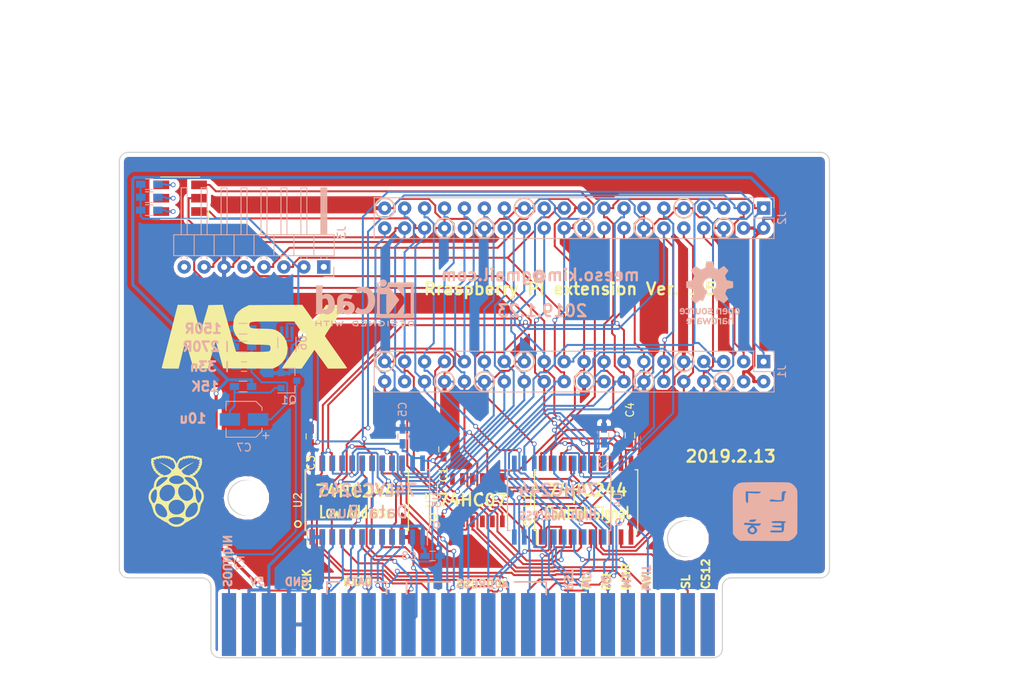
<source format=kicad_pcb>
(kicad_pcb (version 4) (host pcbnew 4.0.7)
  (layers (0 F.Cu mixed) (31 B.Cu mixed) (34 B.Paste user) (35 F.Paste user) (36 B.SilkS user) (37 F.SilkS user) (38 B.Mask user) (39 F.Mask user) (44 Edge.Cuts user))
  (net 0 "")
  (net 1 GND)
  (net 2 +5V)
  (net 3 /RD3)
  (net 4 /RD4)
  (net 5 /RD6)
  (net 6 /RD7)
  (net 7 /RD0)
  (net 8 /RD1)
  (net 9 /RD2)
  (net 10 /RD5)
  (net 11 /WAIT)
  (net 12 /INT)
  (net 13 /BUSDIR)
  (net 14 /IORQ)
  (net 15 /MREQ)
  (net 16 /WR)
  (net 17 /RD)
  (net 18 /RESET)
  (net 19 /A9)
  (net 20 /A15)
  (net 21 /A11)
  (net 22 /A10)
  (net 23 /A7)
  (net 24 /A6)
  (net 25 /A12)
  (net 26 /A8)
  (net 27 /A14)
  (net 28 /A13)
  (net 29 /A1)
  (net 30 /A0)
  (net 31 /A3)
  (net 32 /A2)
  (net 33 /A5)
  (net 34 /A4)
  (net 35 /D1)
  (net 36 /D0)
  (net 37 /D3)
  (net 38 /D2)
  (net 39 /D5)
  (net 40 /D4)
  (net 41 /D7)
  (net 42 /D6)
  (net 43 /CLK)
  (net 44 +3V3)
  (net 45 "Net-(P1-Pad5)")
  (net 46 "Net-(P1-Pad16)")
  (net 47 /RA8)
  (net 48 /RA11)
  (net 49 /RA15)
  (net 50 /RA12)
  (net 51 /RA13)
  (net 52 /RA14)
  (net 53 "Net-(P1-Pad1)")
  (net 54 "Net-(P1-Pad2)")
  (net 55 "Net-(P1-Pad3)")
  (net 56 /SLTSL)
  (net 57 "Net-(P1-Pad6)")
  (net 58 "Net-(P1-Pad44)")
  (net 59 "Net-(P1-Pad48)")
  (net 60 "Net-(P1-Pad50)")
  (net 61 /M1)
  (net 62 /RC17)
  (net 63 /RC18)
  (net 64 /RC27)
  (net 65 /RC23)
  (net 66 /RC24)
  (net 67 /RC19)
  (net 68 /RC26)
  (net 69 /SOUNDIN)
  (net 70 "Net-(D1-Pad4)")
  (net 71 "Net-(D1-Pad5)")
  (net 72 "Net-(D1-Pad6)")
  (net 73 /DAT_EN)
  (net 74 /DAT_DIR)
  (net 75 /RC21)
  (net 76 /ADDR)
  (net 77 "Net-(C6-Pad1)")
  (net 78 "Net-(C7-Pad2)")
  (net 79 "Net-(R4-Pad1)")
  (net 80 "Net-(R4-Pad2)")
  (net 81 "Net-(Q1-Pad3)")
  (net 82 "Net-(U6-Pad3)")
  (net 83 "Net-(U6-Pad4)")
  (net 84 /MOSI)
  (net 85 /MISO)
  (net 86 /CE0)
  (net 87 "Net-(J3-Pad1)")
  (net 88 "Net-(J3-Pad8)")
  (module MSX:card_edge_connector (layer F.Cu) (at 156.464 106.68)
    (fp_text reference P1 hide)
    (fp_text value CONN_02X25)
    (pad "" np_thru_hole circle (at 29.12364 -7.78256) (size 4.5 4.5) (drill 4.5) (layers *.Cu *.Mask F.SilkS) (clearance 0.5))
    (pad 1 connect rect (at 31.73984 3.14744) (size 1.8 8) (layers B.Cu B.Mask) (net 53 "Net-(P1-Pad1)"))
    (pad 2 connect rect (at 31.73984 3.14744) (size 1.8 8) (layers F.Cu F.Mask) (net 54 "Net-(P1-Pad2)"))
    (pad 3 connect rect (at 29.19984 3.14744) (size 1.8 8) (layers B.Cu B.Mask) (net 55 "Net-(P1-Pad3)"))
    (pad 4 connect rect (at 29.19984 3.14744) (size 1.8 8) (layers F.Cu F.Mask) (net 56 /SLTSL))
    (pad 5 connect rect (at 26.65984 3.14744) (size 1.8 8) (layers B.Cu B.Mask) (net 45 "Net-(P1-Pad5)"))
    (pad 6 connect rect (at 26.65984 3.14744) (size 1.8 8) (layers F.Cu F.Mask) (net 57 "Net-(P1-Pad6)"))
    (pad 7 connect rect (at 24.11984 3.14744) (size 1.8 8) (layers B.Cu B.Mask) (net 11 /WAIT))
    (pad 8 connect rect (at 24.11984 3.14744) (size 1.8 8) (layers F.Cu F.Mask) (net 12 /INT))
    (pad 9 connect rect (at 21.57984 3.14744) (size 1.8 8) (layers B.Cu B.Mask) (net 61 /M1))
    (pad 10 connect rect (at 21.57984 3.14744) (size 1.8 8) (layers F.Cu F.Mask) (net 13 /BUSDIR))
    (pad 11 connect rect (at 19.03984 3.14744) (size 1.8 8) (layers B.Cu B.Mask) (net 14 /IORQ))
    (pad 12 connect rect (at 19.03984 3.14744) (size 1.8 8) (layers F.Cu F.Mask) (net 15 /MREQ))
    (pad 13 connect rect (at 16.49984 3.14744) (size 1.8 8) (layers B.Cu B.Mask) (net 16 /WR))
    (pad 14 connect rect (at 16.49984 3.14744) (size 1.8 8) (layers F.Cu F.Mask) (net 17 /RD))
    (pad 15 connect rect (at 13.95984 3.14744) (size 1.8 8) (layers B.Cu B.Mask) (net 18 /RESET))
    (pad 16 connect rect (at 13.95984 3.14744) (size 1.8 8) (layers F.Cu F.Mask) (net 46 "Net-(P1-Pad16)"))
    (pad 17 connect rect (at 11.41984 3.14744) (size 1.8 8) (layers B.Cu B.Mask) (net 19 /A9))
    (pad 18 connect rect (at 11.41984 3.14744) (size 1.8 8) (layers F.Cu F.Mask) (net 20 /A15))
    (pad 19 connect rect (at 8.87984 3.14744) (size 1.8 8) (layers B.Cu B.Mask) (net 21 /A11))
    (pad 20 connect rect (at 8.87984 3.14744) (size 1.8 8) (layers F.Cu F.Mask) (net 22 /A10))
    (pad 21 connect rect (at 6.33984 3.14744) (size 1.8 8) (layers B.Cu B.Mask) (net 23 /A7))
    (pad 22 connect rect (at 6.33984 3.14744) (size 1.8 8) (layers F.Cu F.Mask) (net 24 /A6))
    (pad 23 connect rect (at 3.79984 3.14744) (size 1.8 8) (layers B.Cu B.Mask) (net 25 /A12))
    (pad 24 connect rect (at 3.79984 3.14744) (size 1.8 8) (layers F.Cu F.Mask) (net 26 /A8))
    (pad 25 connect rect (at 1.25984 3.14744) (size 1.8 8) (layers B.Cu B.Mask) (net 27 /A14))
    (pad 26 connect rect (at 1.25984 3.14744) (size 1.8 8) (layers F.Cu F.Mask) (net 28 /A13))
    (pad 27 connect rect (at -1.28016 3.14744) (size 1.8 8) (layers B.Cu B.Mask) (net 29 /A1))
    (pad 28 connect rect (at -1.28016 3.14744) (size 1.8 8) (layers F.Cu F.Mask) (net 30 /A0))
    (pad 29 connect rect (at -3.82016 3.14744) (size 1.8 8) (layers B.Cu B.Mask) (net 31 /A3))
    (pad 30 connect rect (at -3.82016 3.14744) (size 1.8 8) (layers F.Cu F.Mask) (net 32 /A2))
    (pad 31 connect rect (at -6.36016 3.14744) (size 1.8 8) (layers B.Cu B.Mask) (net 33 /A5))
    (pad 32 connect rect (at -6.36016 3.14744) (size 1.8 8) (layers F.Cu F.Mask) (net 34 /A4))
    (pad 33 connect rect (at -8.90016 3.14744) (size 1.8 8) (layers B.Cu B.Mask) (net 35 /D1))
    (pad 34 connect rect (at -8.90016 3.14744) (size 1.8 8) (layers F.Cu F.Mask) (net 36 /D0))
    (pad 35 connect rect (at -11.44016 3.14744) (size 1.8 8) (layers B.Cu B.Mask) (net 37 /D3))
    (pad 36 connect rect (at -11.44016 3.14744) (size 1.8 8) (layers F.Cu F.Mask) (net 38 /D2))
    (pad 37 connect rect (at -13.98016 3.14744) (size 1.8 8) (layers B.Cu B.Mask) (net 39 /D5))
    (pad 38 connect rect (at -13.98016 3.14744) (size 1.8 8) (layers F.Cu F.Mask) (net 40 /D4))
    (pad 39 connect rect (at -16.52016 3.14744) (size 1.8 8) (layers B.Cu B.Mask) (net 41 /D7))
    (pad 40 connect rect (at -16.52016 3.14744) (size 1.8 8) (layers F.Cu F.Mask) (net 42 /D6))
    (pad 41 connect rect (at -19.06016 3.14744) (size 1.8 8) (layers B.Cu B.Mask) (net 1 GND))
    (pad 42 connect rect (at -19.06016 3.14744) (size 1.8 8) (layers F.Cu F.Mask) (net 43 /CLK))
    (pad 43 connect rect (at -21.60016 3.14744) (size 1.8 8) (layers B.Cu B.Mask) (net 1 GND))
    (pad 44 connect rect (at -21.60524 2.65468) (size 1.8 7) (layers F.Cu F.Mask) (net 58 "Net-(P1-Pad44)"))
    (pad 45 connect rect (at -24.14016 3.14744) (size 1.8 8) (layers B.Cu B.Mask) (net 2 +5V))
    (pad 46 connect rect (at -24.14016 3.14744) (size 1.8 8) (layers F.Cu F.Mask) (net 58 "Net-(P1-Pad44)"))
    (pad 47 connect rect (at -26.68016 3.14744) (size 1.8 8) (layers B.Cu B.Mask) (net 2 +5V))
    (pad 48 connect rect (at -26.68016 3.14744) (size 1.8 8) (layers F.Cu F.Mask) (net 59 "Net-(P1-Pad48)"))
    (pad 49 connect rect (at -29.22016 3.14744) (size 1.8 8) (layers B.Cu B.Mask) (net 69 /SOUNDIN))
    (pad 50 connect rect (at -29.22016 3.14744) (size 1.8 8) (layers F.Cu F.Mask) (net 60 "Net-(P1-Pad50)"))
    (pad "" np_thru_hole circle (at -26.87574 -12.98448) (size 4.5 4.5) (drill 4.5) (layers *.Cu *.Mask F.SilkS) (clearance 0.5))
  )
  (module Socket_Strips:Socket_Strip_Straight_2x20_Pitch2.54mm (layer B.Cu) (at 195.326 56.769 90)
    (fp_text reference J2 (at -1.27 2.33 90) (layer B.SilkS) (effects (justify mirror)))
    (fp_text value RPi_GPIO)
    (pad 1 thru_hole rect (at 0 0 90) (size 1.7 1.7) (drill 0.773) (layers *.Cu *.Mask) (net 44 +3V3))
    (pad 2 thru_hole oval (at -2.54 0 90) (size 1.7 1.7) (drill 0.773) (layers *.Cu *.Mask) (net 2 +5V))
    (pad 3 thru_hole oval (at 0 -2.54 90) (size 1.7 1.7) (drill 0.773) (layers *.Cu *.Mask) (net 9 /RD2))
    (pad 4 thru_hole oval (at -2.54 -2.54 90) (size 1.7 1.7) (drill 0.773) (layers *.Cu *.Mask) (net 2 +5V))
    (pad 5 thru_hole oval (at 0 -5.08 90) (size 1.7 1.7) (drill 0.773) (layers *.Cu *.Mask) (net 3 /RD3))
    (pad 6 thru_hole oval (at -2.54 -5.08 90) (size 1.7 1.7) (drill 0.773) (layers *.Cu *.Mask) (net 1 GND))
    (pad 7 thru_hole oval (at 0 -7.62 90) (size 1.7 1.7) (drill 0.773) (layers *.Cu *.Mask) (net 4 /RD4))
    (pad 8 thru_hole oval (at -2.54 -7.62 90) (size 1.7 1.7) (drill 0.773) (layers *.Cu *.Mask) (net 52 /RA14))
    (pad 9 thru_hole oval (at 0 -10.16 90) (size 1.7 1.7) (drill 0.773) (layers *.Cu *.Mask) (net 1 GND))
    (pad 10 thru_hole oval (at -2.54 -10.16 90) (size 1.7 1.7) (drill 0.773) (layers *.Cu *.Mask) (net 49 /RA15))
    (pad 11 thru_hole oval (at 0 -12.7 90) (size 1.7 1.7) (drill 0.773) (layers *.Cu *.Mask) (net 62 /RC17))
    (pad 12 thru_hole oval (at -2.54 -12.7 90) (size 1.7 1.7) (drill 0.773) (layers *.Cu *.Mask) (net 63 /RC18))
    (pad 13 thru_hole oval (at 0 -15.24 90) (size 1.7 1.7) (drill 0.773) (layers *.Cu *.Mask) (net 64 /RC27))
    (pad 14 thru_hole oval (at -2.54 -15.24 90) (size 1.7 1.7) (drill 0.773) (layers *.Cu *.Mask) (net 1 GND))
    (pad 15 thru_hole oval (at 0 -17.78 90) (size 1.7 1.7) (drill 0.773) (layers *.Cu *.Mask) (net 76 /ADDR))
    (pad 16 thru_hole oval (at -2.54 -17.78 90) (size 1.7 1.7) (drill 0.773) (layers *.Cu *.Mask) (net 65 /RC23))
    (pad 17 thru_hole oval (at 0 -20.32 90) (size 1.7 1.7) (drill 0.773) (layers *.Cu *.Mask) (net 44 +3V3))
    (pad 18 thru_hole oval (at -2.54 -20.32 90) (size 1.7 1.7) (drill 0.773) (layers *.Cu *.Mask) (net 66 /RC24))
    (pad 19 thru_hole oval (at 0 -22.86 90) (size 1.7 1.7) (drill 0.773) (layers *.Cu *.Mask) (net 84 /MOSI))
    (pad 20 thru_hole oval (at -2.54 -22.86 90) (size 1.7 1.7) (drill 0.773) (layers *.Cu *.Mask) (net 1 GND))
    (pad 21 thru_hole oval (at 0 -25.4 90) (size 1.7 1.7) (drill 0.773) (layers *.Cu *.Mask) (net 85 /MISO))
    (pad 22 thru_hole oval (at -2.54 -25.4 90) (size 1.7 1.7) (drill 0.773) (layers *.Cu *.Mask) (net 74 /DAT_DIR))
    (pad 23 thru_hole oval (at 0 -27.94 90) (size 1.7 1.7) (drill 0.773) (layers *.Cu *.Mask) (net 48 /RA11))
    (pad 24 thru_hole oval (at -2.54 -27.94 90) (size 1.7 1.7) (drill 0.773) (layers *.Cu *.Mask) (net 47 /RA8))
    (pad 25 thru_hole oval (at 0 -30.48 90) (size 1.7 1.7) (drill 0.773) (layers *.Cu *.Mask) (net 1 GND))
    (pad 26 thru_hole oval (at -2.54 -30.48 90) (size 1.7 1.7) (drill 0.773) (layers *.Cu *.Mask) (net 6 /RD7))
    (pad 27 thru_hole oval (at 0 -33.02 90) (size 1.7 1.7) (drill 0.773) (layers *.Cu *.Mask) (net 7 /RD0))
    (pad 28 thru_hole oval (at -2.54 -33.02 90) (size 1.7 1.7) (drill 0.773) (layers *.Cu *.Mask) (net 8 /RD1))
    (pad 29 thru_hole oval (at 0 -35.56 90) (size 1.7 1.7) (drill 0.773) (layers *.Cu *.Mask) (net 10 /RD5))
    (pad 30 thru_hole oval (at -2.54 -35.56 90) (size 1.7 1.7) (drill 0.773) (layers *.Cu *.Mask) (net 1 GND))
    (pad 31 thru_hole oval (at 0 -38.1 90) (size 1.7 1.7) (drill 0.773) (layers *.Cu *.Mask) (net 5 /RD6))
    (pad 32 thru_hole oval (at -2.54 -38.1 90) (size 1.7 1.7) (drill 0.773) (layers *.Cu *.Mask) (net 50 /RA12))
    (pad 33 thru_hole oval (at 0 -40.64 90) (size 1.7 1.7) (drill 0.773) (layers *.Cu *.Mask) (net 51 /RA13))
    (pad 34 thru_hole oval (at -2.54 -40.64 90) (size 1.7 1.7) (drill 0.773) (layers *.Cu *.Mask) (net 1 GND))
    (pad 35 thru_hole oval (at 0 -43.18 90) (size 1.7 1.7) (drill 0.773) (layers *.Cu *.Mask) (net 67 /RC19))
    (pad 36 thru_hole oval (at -2.54 -43.18 90) (size 1.7 1.7) (drill 0.773) (layers *.Cu *.Mask) (net 73 /DAT_EN))
    (pad 37 thru_hole oval (at 0 -45.72 90) (size 1.7 1.7) (drill 0.773) (layers *.Cu *.Mask) (net 68 /RC26))
    (pad 38 thru_hole oval (at -2.54 -45.72 90) (size 1.7 1.7) (drill 0.773) (layers *.Cu *.Mask) (net 86 /CE0))
    (pad 39 thru_hole oval (at 0 -48.26 90) (size 1.7 1.7) (drill 0.773) (layers *.Cu *.Mask) (net 1 GND))
    (pad 40 thru_hole oval (at -2.54 -48.26 90) (size 1.7 1.7) (drill 0.773) (layers *.Cu *.Mask) (net 75 /RC21))
  )
  (module Socket_Strips:Socket_Strip_Straight_2x20_Pitch2.54mm (layer B.Cu) (at 195.326 76.327 90)
    (fp_text reference J1 (at -1.27 2.33 90) (layer B.SilkS) (effects (justify mirror)))
    (fp_text value RPi_GPIO)
    (pad 1 thru_hole rect (at 0 0 90) (size 1.7 1.7) (drill 0.773) (layers *.Cu *.Mask) (net 44 +3V3))
    (pad 2 thru_hole oval (at -2.54 0 90) (size 1.7 1.7) (drill 0.773) (layers *.Cu *.Mask) (net 2 +5V))
    (pad 3 thru_hole oval (at 0 -2.54 90) (size 1.7 1.7) (drill 0.773) (layers *.Cu *.Mask) (net 9 /RD2))
    (pad 4 thru_hole oval (at -2.54 -2.54 90) (size 1.7 1.7) (drill 0.773) (layers *.Cu *.Mask) (net 2 +5V))
    (pad 5 thru_hole oval (at 0 -5.08 90) (size 1.7 1.7) (drill 0.773) (layers *.Cu *.Mask) (net 3 /RD3))
    (pad 6 thru_hole oval (at -2.54 -5.08 90) (size 1.7 1.7) (drill 0.773) (layers *.Cu *.Mask) (net 1 GND))
    (pad 7 thru_hole oval (at 0 -7.62 90) (size 1.7 1.7) (drill 0.773) (layers *.Cu *.Mask) (net 4 /RD4))
    (pad 8 thru_hole oval (at -2.54 -7.62 90) (size 1.7 1.7) (drill 0.773) (layers *.Cu *.Mask) (net 52 /RA14))
    (pad 9 thru_hole oval (at 0 -10.16 90) (size 1.7 1.7) (drill 0.773) (layers *.Cu *.Mask) (net 1 GND))
    (pad 10 thru_hole oval (at -2.54 -10.16 90) (size 1.7 1.7) (drill 0.773) (layers *.Cu *.Mask) (net 49 /RA15))
    (pad 11 thru_hole oval (at 0 -12.7 90) (size 1.7 1.7) (drill 0.773) (layers *.Cu *.Mask) (net 62 /RC17))
    (pad 12 thru_hole oval (at -2.54 -12.7 90) (size 1.7 1.7) (drill 0.773) (layers *.Cu *.Mask) (net 63 /RC18))
    (pad 13 thru_hole oval (at 0 -15.24 90) (size 1.7 1.7) (drill 0.9) (layers *.Cu *.Mask) (net 64 /RC27))
    (pad 14 thru_hole oval (at -2.54 -15.24 90) (size 1.7 1.7) (drill 0.773) (layers *.Cu *.Mask) (net 1 GND))
    (pad 15 thru_hole oval (at 0 -17.78 90) (size 1.7 1.7) (drill 0.773) (layers *.Cu *.Mask) (net 76 /ADDR))
    (pad 16 thru_hole oval (at -2.54 -17.78 90) (size 1.7 1.7) (drill 0.773) (layers *.Cu *.Mask) (net 65 /RC23))
    (pad 17 thru_hole oval (at 0 -20.32 90) (size 1.7 1.7) (drill 0.773) (layers *.Cu *.Mask) (net 44 +3V3))
    (pad 18 thru_hole oval (at -2.54 -20.32 90) (size 1.7 1.7) (drill 0.773) (layers *.Cu *.Mask) (net 66 /RC24))
    (pad 19 thru_hole oval (at 0 -22.86 90) (size 1.7 1.7) (drill 0.773) (layers *.Cu *.Mask) (net 84 /MOSI))
    (pad 20 thru_hole oval (at -2.54 -22.86 90) (size 1.7 1.7) (drill 0.773) (layers *.Cu *.Mask) (net 1 GND))
    (pad 21 thru_hole oval (at 0 -25.4 90) (size 1.7 1.7) (drill 0.773) (layers *.Cu *.Mask) (net 85 /MISO))
    (pad 22 thru_hole oval (at -2.54 -25.4 90) (size 1.7 1.7) (drill 0.773) (layers *.Cu *.Mask) (net 74 /DAT_DIR))
    (pad 23 thru_hole oval (at 0 -27.94 90) (size 1.7 1.7) (drill 0.773) (layers *.Cu *.Mask) (net 48 /RA11))
    (pad 24 thru_hole oval (at -2.54 -27.94 90) (size 1.7 1.7) (drill 0.773) (layers *.Cu *.Mask) (net 47 /RA8))
    (pad 25 thru_hole oval (at 0 -30.48 90) (size 1.7 1.7) (drill 0.773) (layers *.Cu *.Mask) (net 1 GND))
    (pad 26 thru_hole oval (at -2.54 -30.48 90) (size 1.7 1.7) (drill 0.773) (layers *.Cu *.Mask) (net 6 /RD7))
    (pad 27 thru_hole oval (at 0 -33.02 90) (size 1.7 1.7) (drill 0.773) (layers *.Cu *.Mask) (net 7 /RD0))
    (pad 28 thru_hole oval (at -2.54 -33.02 90) (size 1.7 1.7) (drill 0.773) (layers *.Cu *.Mask) (net 8 /RD1))
    (pad 29 thru_hole oval (at 0 -35.56 90) (size 1.7 1.7) (drill 0.773) (layers *.Cu *.Mask) (net 10 /RD5))
    (pad 30 thru_hole oval (at -2.54 -35.56 90) (size 1.7 1.7) (drill 0.773) (layers *.Cu *.Mask) (net 1 GND))
    (pad 31 thru_hole oval (at 0 -38.1 90) (size 1.7 1.7) (drill 0.773) (layers *.Cu *.Mask) (net 5 /RD6))
    (pad 32 thru_hole oval (at -2.54 -38.1 90) (size 1.7 1.7) (drill 0.773) (layers *.Cu *.Mask) (net 50 /RA12))
    (pad 33 thru_hole oval (at 0 -40.64 90) (size 1.7 1.7) (drill 0.773) (layers *.Cu *.Mask) (net 51 /RA13))
    (pad 34 thru_hole oval (at -2.54 -40.64 90) (size 1.7 1.7) (drill 0.773) (layers *.Cu *.Mask) (net 1 GND))
    (pad 35 thru_hole oval (at 0 -43.18 90) (size 1.7 1.7) (drill 0.773) (layers *.Cu *.Mask) (net 67 /RC19))
    (pad 36 thru_hole oval (at -2.54 -43.18 90) (size 1.7 1.7) (drill 0.773) (layers *.Cu *.Mask) (net 73 /DAT_EN))
    (pad 37 thru_hole oval (at 0 -45.72 90) (size 1.7 1.7) (drill 0.773) (layers *.Cu *.Mask) (net 68 /RC26))
    (pad 38 thru_hole oval (at -2.54 -45.72 90) (size 1.7 1.7) (drill 0.773) (layers *.Cu *.Mask) (net 86 /CE0))
    (pad 39 thru_hole oval (at 0 -48.26 90) (size 1.7 1.7) (drill 0.773) (layers *.Cu *.Mask) (net 1 GND))
    (pad 40 thru_hole oval (at -2.54 -48.26 90) (size 1.7 1.7) (drill 0.773) (layers *.Cu *.Mask) (net 75 /RC21))
  )
  (module MSX:msx-logo (layer F.Cu) (at 130.429 73.152)
    (fp_text reference G2 hide)
    (fp_text value LOGO hide)
  )
  (module Resistors_SMD:R_0603_HandSoldering (layer B.Cu) (at 117.094 57.023 180)
    (fp_text reference R1 hide)
    (fp_text value R hide)
    (pad 1 smd rect (at -1.1 0 180) (size 1.2 0.9) (layers B.Cu B.Paste B.Mask) (net 72 "Net-(D1-Pad6)"))
    (pad 2 smd rect (at 1.1 0 180) (size 1.2 0.9) (layers B.Cu B.Paste B.Mask) (net 44 +3V3))
  )
  (module Resistors_SMD:R_0603_HandSoldering (layer B.Cu) (at 117.094 55.372 180)
    (fp_text reference R2 hide)
    (fp_text value R)
    (pad 1 smd rect (at -1.1 0 180) (size 1.2 0.9) (layers B.Cu B.Paste B.Mask) (net 71 "Net-(D1-Pad5)"))
    (pad 2 smd rect (at 1.1 0 180) (size 1.2 0.9) (layers B.Cu B.Paste B.Mask) (net 44 +3V3))
  )
  (module Capacitors_SMD:C_0603_HandSoldering (layer F.Cu) (at 137.668 85.852 90)
    (fp_text reference C3 (at -3.368 0 90) (layer F.SilkS))
    (fp_text value C)
    (pad 1 smd rect (at -0.95 0 90) (size 1.2 0.75) (layers F.Cu F.Paste F.Mask) (net 44 +3V3))
    (pad 2 smd rect (at 0.95 0 90) (size 1.2 0.75) (layers F.Cu F.Paste F.Mask) (net 1 GND))
  )
  (module Capacitors_SMD:C_0603_HandSoldering (layer F.Cu) (at 178.308 85.725 90)
    (fp_text reference C4 (at 3.236 0 90) (layer F.SilkS))
    (fp_text value C)
    (pad 1 smd rect (at -0.95 0 90) (size 1.2 0.75) (layers F.Cu F.Paste F.Mask) (net 44 +3V3))
    (pad 2 smd rect (at 0.95 0 90) (size 1.2 0.75) (layers F.Cu F.Paste F.Mask) (net 1 GND))
  )
  (module Capacitors_SMD:C_0603_HandSoldering (layer B.Cu) (at 149.352 85.852 90)
    (fp_text reference C5 (at 3.429 0 90) (layer B.SilkS) (effects (justify mirror)))
    (fp_text value C)
    (pad 1 smd rect (at -0.95 0 90) (size 1.2 0.75) (layers B.Cu B.Paste B.Mask) (net 44 +3V3))
    (pad 2 smd rect (at 0.95 0 90) (size 1.2 0.75) (layers B.Cu B.Paste B.Mask) (net 1 GND))
  )
  (module Capacitors_SMD:C_0603_HandSoldering (layer B.Cu) (at 129.159 76.962 180)
    (fp_text reference C6 hide)
    (fp_text value C)
    (pad 1 smd rect (at -0.95 0 180) (size 1.2 0.75) (layers B.Cu B.Paste B.Mask) (net 77 "Net-(C6-Pad1)"))
    (pad 2 smd rect (at 0.95 0 180) (size 1.2 0.75) (layers B.Cu B.Paste B.Mask) (net 1 GND))
  )
  (module LEDs:LED_RGB_5050-6 (layer F.Cu) (at 121.031 55.499 180)
    (fp_text reference D1 hide)
    (fp_text value LED_RGB)
    (pad 1 smd rect (at -2.4 -1.7 270) (size 1.1 2) (layers F.Cu F.Paste F.Mask) (net 73 /DAT_EN))
    (pad 2 smd rect (at -2.4 0 270) (size 1.1 2) (layers F.Cu F.Paste F.Mask) (net 56 /SLTSL))
    (pad 3 smd rect (at -2.4 1.7 270) (size 1.1 2) (layers F.Cu F.Paste F.Mask) (net 74 /DAT_DIR))
    (pad 4 smd rect (at 2.4 1.7 270) (size 1.1 2) (layers F.Cu F.Paste F.Mask) (net 70 "Net-(D1-Pad4)"))
    (pad 5 smd rect (at 2.4 0 270) (size 1.1 2) (layers F.Cu F.Paste F.Mask) (net 71 "Net-(D1-Pad5)"))
    (pad 6 smd rect (at 2.4 -1.7 270) (size 1.1 2) (layers F.Cu F.Paste F.Mask) (net 72 "Net-(D1-Pad6)"))
  )
  (module Resistors_SMD:R_0603_HandSoldering (layer B.Cu) (at 117.094 53.721 180)
    (fp_text reference R3 hide)
    (fp_text value R hide)
    (pad 1 smd rect (at -1.1 0 180) (size 1.2 0.9) (layers B.Cu B.Paste B.Mask) (net 70 "Net-(D1-Pad4)"))
    (pad 2 smd rect (at 1.1 0 180) (size 1.2 0.9) (layers B.Cu B.Paste B.Mask) (net 44 +3V3))
  )
  (module Resistors_SMD:R_0603_HandSoldering (layer B.Cu) (at 129.032 72.136)
    (fp_text reference R4 hide)
    (fp_text value R)
    (pad 1 smd rect (at -1.1 0) (size 1.2 0.9) (layers B.Cu B.Paste B.Mask) (net 79 "Net-(R4-Pad1)"))
    (pad 2 smd rect (at 1.1 0) (size 1.2 0.9) (layers B.Cu B.Paste B.Mask) (net 80 "Net-(R4-Pad2)"))
  )
  (module Resistors_SMD:R_0603_HandSoldering (layer B.Cu) (at 129.032 74.422 180)
    (fp_text reference R5 hide)
    (fp_text value R)
    (pad 1 smd rect (at -1.1 0 180) (size 1.2 0.9) (layers B.Cu B.Paste B.Mask) (net 77 "Net-(C6-Pad1)"))
    (pad 2 smd rect (at 1.1 0 180) (size 1.2 0.9) (layers B.Cu B.Paste B.Mask) (net 1 GND))
  )
  (module msx:raspberry_pi_logo (layer F.Cu) (at 120.523 92.837)
    (fp_text reference G1 hide)
    (fp_text value LOGO hide)
  )
  (module Symbols:KiCad-Logo2_6mm_SilkScreen (layer B.Cu) (at 144.526 68.834 180)
    (fp_text reference REF3 hide)
    (fp_text value KiCad-Logo2_6mm_SilkScreen hide)
  )
  (module Symbols:OSHW-Logo_7.5x8mm_SilkScreen (layer B.Cu) (at 188.468 67.564 180)
    (fp_text reference REF2 hide)
    (fp_text value OSHW-Logo_7.5x8mm_SilkScreen hide)
  )
  (module Housings_SOIC:SOIC-20W_7.5x12.8mm_Pitch1.27mm (layer B.Cu) (at 169.291 93.98 90)
    (fp_text reference U4 (at 0 7.5 90) (layer B.SilkS) (effects (justify mirror)))
    (fp_text value 74HC244)
    (pad 1 smd rect (at -4.7 5.715 90) (size 1.95 0.6) (layers B.Cu B.Paste B.Mask) (net 73 /DAT_EN))
    (pad 2 smd rect (at -4.7 4.445 90) (size 1.95 0.6) (layers B.Cu B.Paste B.Mask) (net 43 /CLK))
    (pad 3 smd rect (at -4.7 3.175 90) (size 1.95 0.6) (layers B.Cu B.Paste B.Mask) (net 67 /RC19))
    (pad 4 smd rect (at -4.7 1.905 90) (size 1.95 0.6) (layers B.Cu B.Paste B.Mask) (net 61 /M1))
    (pad 5 smd rect (at -4.7 0.635 90) (size 1.95 0.6) (layers B.Cu B.Paste B.Mask) (net 68 /RC26))
    (pad 6 smd rect (at -4.7 -0.635 90) (size 1.95 0.6) (layers B.Cu B.Paste B.Mask) (net 16 /WR))
    (pad 7 smd rect (at -4.7 -1.905 90) (size 1.95 0.6) (layers B.Cu B.Paste B.Mask) (net 62 /RC17))
    (pad 8 smd rect (at -4.7 -3.175 90) (size 1.95 0.6) (layers B.Cu B.Paste B.Mask) (net 17 /RD))
    (pad 9 smd rect (at -4.7 -4.445 90) (size 1.95 0.6) (layers B.Cu B.Paste B.Mask) (net 64 /RC27))
    (pad 10 smd rect (at -4.7 -5.715 90) (size 1.95 0.6) (layers B.Cu B.Paste B.Mask) (net 1 GND))
    (pad 11 smd rect (at 4.7 -5.715 90) (size 1.95 0.6) (layers B.Cu B.Paste B.Mask) (net 18 /RESET))
    (pad 12 smd rect (at 4.7 -4.445 90) (size 1.95 0.6) (layers B.Cu B.Paste B.Mask) (net 48 /RA11))
    (pad 13 smd rect (at 4.7 -3.175 90) (size 1.95 0.6) (layers B.Cu B.Paste B.Mask) (net 56 /SLTSL))
    (pad 14 smd rect (at 4.7 -1.905 90) (size 1.95 0.6) (layers B.Cu B.Paste B.Mask) (net 84 /MOSI))
    (pad 15 smd rect (at 4.7 -0.635 90) (size 1.95 0.6) (layers B.Cu B.Paste B.Mask) (net 15 /MREQ))
    (pad 16 smd rect (at 4.7 0.635 90) (size 1.95 0.6) (layers B.Cu B.Paste B.Mask) (net 85 /MISO))
    (pad 17 smd rect (at 4.7 1.905 90) (size 1.95 0.6) (layers B.Cu B.Paste B.Mask) (net 14 /IORQ))
    (pad 18 smd rect (at 4.7 3.175 90) (size 1.95 0.6) (layers B.Cu B.Paste B.Mask) (net 47 /RA8))
    (pad 19 smd rect (at 4.7 4.445 90) (size 1.95 0.6) (layers B.Cu B.Paste B.Mask) (net 1 GND))
    (pad 20 smd rect (at 4.7 5.715 90) (size 1.95 0.6) (layers B.Cu B.Paste B.Mask) (net 44 +3V3))
  )
  (module Housings_SOIC:SOIC-24W_7.5x15.4mm_Pitch1.27mm (layer B.Cu) (at 144.907 93.981 90)
    (fp_text reference U5 (at 0 8.8 90) (layer B.SilkS) (effects (justify mirror)))
    (fp_text value LVC4245)
    (pad 1 smd rect (at -4.7 6.985 90) (size 2 0.6) (layers B.Cu B.Paste B.Mask) (net 2 +5V))
    (pad 2 smd rect (at -4.7 5.715 90) (size 2 0.6) (layers B.Cu B.Paste B.Mask) (net 74 /DAT_DIR))
    (pad 3 smd rect (at -4.7 4.445 90) (size 2 0.6) (layers B.Cu B.Paste B.Mask) (net 35 /D1))
    (pad 4 smd rect (at -4.7 3.175 90) (size 2 0.6) (layers B.Cu B.Paste B.Mask) (net 36 /D0))
    (pad 5 smd rect (at -4.7 1.905 90) (size 2 0.6) (layers B.Cu B.Paste B.Mask) (net 37 /D3))
    (pad 6 smd rect (at -4.7 0.635 90) (size 2 0.6) (layers B.Cu B.Paste B.Mask) (net 38 /D2))
    (pad 7 smd rect (at -4.7 -0.635 90) (size 2 0.6) (layers B.Cu B.Paste B.Mask) (net 39 /D5))
    (pad 8 smd rect (at -4.7 -1.905 90) (size 2 0.6) (layers B.Cu B.Paste B.Mask) (net 40 /D4))
    (pad 9 smd rect (at -4.7 -3.175 90) (size 2 0.6) (layers B.Cu B.Paste B.Mask) (net 41 /D7))
    (pad 10 smd rect (at -4.7 -4.445 90) (size 2 0.6) (layers B.Cu B.Paste B.Mask) (net 42 /D6))
    (pad 11 smd rect (at -4.7 -5.715 90) (size 2 0.6) (layers B.Cu B.Paste B.Mask) (net 1 GND))
    (pad 12 smd rect (at -4.7 -6.985 90) (size 2 0.6) (layers B.Cu B.Paste B.Mask) (net 1 GND))
    (pad 13 smd rect (at 4.7 -6.985 90) (size 2 0.6) (layers B.Cu B.Paste B.Mask) (net 1 GND))
    (pad 14 smd rect (at 4.7 -5.715 90) (size 2 0.6) (layers B.Cu B.Paste B.Mask) (net 5 /RD6))
    (pad 15 smd rect (at 4.7 -4.445 90) (size 2 0.6) (layers B.Cu B.Paste B.Mask) (net 6 /RD7))
    (pad 16 smd rect (at 4.7 -3.175 90) (size 2 0.6) (layers B.Cu B.Paste B.Mask) (net 4 /RD4))
    (pad 17 smd rect (at 4.7 -1.905 90) (size 2 0.6) (layers B.Cu B.Paste B.Mask) (net 10 /RD5))
    (pad 18 smd rect (at 4.7 -0.635 90) (size 2 0.6) (layers B.Cu B.Paste B.Mask) (net 9 /RD2))
    (pad 19 smd rect (at 4.7 0.635 90) (size 2 0.6) (layers B.Cu B.Paste B.Mask) (net 3 /RD3))
    (pad 20 smd rect (at 4.7 1.905 90) (size 2 0.6) (layers B.Cu B.Paste B.Mask) (net 7 /RD0))
    (pad 21 smd rect (at 4.7 3.175 90) (size 2 0.6) (layers B.Cu B.Paste B.Mask) (net 8 /RD1))
    (pad 22 smd rect (at 4.7 4.445 90) (size 2 0.6) (layers B.Cu B.Paste B.Mask) (net 73 /DAT_EN))
    (pad 23 smd rect (at 4.7 5.715 90) (size 2 0.6) (layers B.Cu B.Paste B.Mask) (net 44 +3V3))
    (pad 24 smd rect (at 4.7 6.985 90) (size 2 0.6) (layers B.Cu B.Paste B.Mask) (net 44 +3V3))
  )
  (module Housings_SOIC:SOIC-20W_7.5x12.8mm_Pitch1.27mm (layer F.Cu) (at 143.51 93.98 90)
    (fp_text reference U2 (at 0 -7.5 90) (layer F.SilkS))
    (fp_text value 74HC244)
    (pad 1 smd rect (at -4.7 -5.715 90) (size 1.95 0.6) (layers F.Cu F.Paste F.Mask) (net 76 /ADDR))
    (pad 2 smd rect (at -4.7 -4.445 90) (size 1.95 0.6) (layers F.Cu F.Paste F.Mask) (net 24 /A6))
    (pad 3 smd rect (at -4.7 -3.175 90) (size 1.95 0.6) (layers F.Cu F.Paste F.Mask) (net 9 /RD2))
    (pad 4 smd rect (at -4.7 -1.905 90) (size 1.95 0.6) (layers F.Cu F.Paste F.Mask) (net 23 /A7))
    (pad 5 smd rect (at -4.7 -0.635 90) (size 1.95 0.6) (layers F.Cu F.Paste F.Mask) (net 3 /RD3))
    (pad 6 smd rect (at -4.7 0.635 90) (size 1.95 0.6) (layers F.Cu F.Paste F.Mask) (net 34 /A4))
    (pad 7 smd rect (at -4.7 1.905 90) (size 1.95 0.6) (layers F.Cu F.Paste F.Mask) (net 7 /RD0))
    (pad 8 smd rect (at -4.7 3.175 90) (size 1.95 0.6) (layers F.Cu F.Paste F.Mask) (net 33 /A5))
    (pad 9 smd rect (at -4.7 4.445 90) (size 1.95 0.6) (layers F.Cu F.Paste F.Mask) (net 8 /RD1))
    (pad 10 smd rect (at -4.7 5.715 90) (size 1.95 0.6) (layers F.Cu F.Paste F.Mask) (net 1 GND))
    (pad 11 smd rect (at 4.7 5.715 90) (size 1.95 0.6) (layers F.Cu F.Paste F.Mask) (net 29 /A1))
    (pad 12 smd rect (at 4.7 4.445 90) (size 1.95 0.6) (layers F.Cu F.Paste F.Mask) (net 10 /RD5))
    (pad 13 smd rect (at 4.7 3.175 90) (size 1.95 0.6) (layers F.Cu F.Paste F.Mask) (net 30 /A0))
    (pad 14 smd rect (at 4.7 1.905 90) (size 1.95 0.6) (layers F.Cu F.Paste F.Mask) (net 4 /RD4))
    (pad 15 smd rect (at 4.7 0.635 90) (size 1.95 0.6) (layers F.Cu F.Paste F.Mask) (net 31 /A3))
    (pad 16 smd rect (at 4.7 -0.635 90) (size 1.95 0.6) (layers F.Cu F.Paste F.Mask) (net 6 /RD7))
    (pad 17 smd rect (at 4.7 -1.905 90) (size 1.95 0.6) (layers F.Cu F.Paste F.Mask) (net 32 /A2))
    (pad 18 smd rect (at 4.7 -3.175 90) (size 1.95 0.6) (layers F.Cu F.Paste F.Mask) (net 5 /RD6))
    (pad 19 smd rect (at 4.7 -4.445 90) (size 1.95 0.6) (layers F.Cu F.Paste F.Mask) (net 76 /ADDR))
    (pad 20 smd rect (at 4.7 -5.715 90) (size 1.95 0.6) (layers F.Cu F.Paste F.Mask) (net 44 +3V3))
  )
  (module Housings_SOIC:SOIC-14_3.9x8.7mm_Pitch1.27mm (layer F.Cu) (at 158.242 93.98 90)
    (fp_text reference U3 (at 0 -5.375 90) (layer F.SilkS))
    (fp_text value 74LS07)
    (pad 1 smd rect (at -2.7 -3.81 90) (size 1.5 0.6) (layers F.Cu F.Paste F.Mask) (net 65 /RC23))
    (pad 2 smd rect (at -2.7 -2.54 90) (size 1.5 0.6) (layers F.Cu F.Paste F.Mask) (net 12 /INT))
    (pad 3 smd rect (at -2.7 -1.27 90) (size 1.5 0.6) (layers F.Cu F.Paste F.Mask) (net 75 /RC21))
    (pad 4 smd rect (at -2.7 0 90) (size 1.5 0.6) (layers F.Cu F.Paste F.Mask) (net 13 /BUSDIR))
    (pad 5 smd rect (at -2.7 1.27 90) (size 1.5 0.6) (layers F.Cu F.Paste F.Mask))
    (pad 6 smd rect (at -2.7 2.54 90) (size 1.5 0.6) (layers F.Cu F.Paste F.Mask))
    (pad 7 smd rect (at -2.7 3.81 90) (size 1.5 0.6) (layers F.Cu F.Paste F.Mask) (net 1 GND))
    (pad 8 smd rect (at 2.7 3.81 90) (size 1.5 0.6) (layers F.Cu F.Paste F.Mask) (net 11 /WAIT))
    (pad 9 smd rect (at 2.7 2.54 90) (size 1.5 0.6) (layers F.Cu F.Paste F.Mask) (net 66 /RC24))
    (pad 10 smd rect (at 2.7 1.27 90) (size 1.5 0.6) (layers F.Cu F.Paste F.Mask))
    (pad 11 smd rect (at 2.7 0 90) (size 1.5 0.6) (layers F.Cu F.Paste F.Mask))
    (pad 12 smd rect (at 2.7 -1.27 90) (size 1.5 0.6) (layers F.Cu F.Paste F.Mask))
    (pad 13 smd rect (at 2.7 -2.54 90) (size 1.5 0.6) (layers F.Cu F.Paste F.Mask))
    (pad 14 smd rect (at 2.7 -3.81 90) (size 1.5 0.6) (layers F.Cu F.Paste F.Mask) (net 44 +3V3))
  )
  (module Housings_SOIC:SOIC-20W_7.5x12.8mm_Pitch1.27mm (layer F.Cu) (at 172.72 93.98 90)
    (fp_text reference U1 (at 0 -7.5 90) (layer F.SilkS))
    (fp_text value 74HC244)
    (pad 1 smd rect (at -4.7 -5.715 90) (size 1.95 0.6) (layers F.Cu F.Paste F.Mask) (net 76 /ADDR))
    (pad 2 smd rect (at -4.7 -4.445 90) (size 1.95 0.6) (layers F.Cu F.Paste F.Mask) (net 26 /A8))
    (pad 3 smd rect (at -4.7 -3.175 90) (size 1.95 0.6) (layers F.Cu F.Paste F.Mask) (net 50 /RA12))
    (pad 4 smd rect (at -4.7 -1.905 90) (size 1.95 0.6) (layers F.Cu F.Paste F.Mask) (net 19 /A9))
    (pad 5 smd rect (at -4.7 -0.635 90) (size 1.95 0.6) (layers F.Cu F.Paste F.Mask) (net 51 /RA13))
    (pad 6 smd rect (at -4.7 0.635 90) (size 1.95 0.6) (layers F.Cu F.Paste F.Mask) (net 22 /A10))
    (pad 7 smd rect (at -4.7 1.905 90) (size 1.95 0.6) (layers F.Cu F.Paste F.Mask) (net 52 /RA14))
    (pad 8 smd rect (at -4.7 3.175 90) (size 1.95 0.6) (layers F.Cu F.Paste F.Mask) (net 21 /A11))
    (pad 9 smd rect (at -4.7 4.445 90) (size 1.95 0.6) (layers F.Cu F.Paste F.Mask) (net 49 /RA15))
    (pad 10 smd rect (at -4.7 5.715 90) (size 1.95 0.6) (layers F.Cu F.Paste F.Mask) (net 1 GND))
    (pad 11 smd rect (at 4.7 5.715 90) (size 1.95 0.6) (layers F.Cu F.Paste F.Mask) (net 20 /A15))
    (pad 12 smd rect (at 4.7 4.445 90) (size 1.95 0.6) (layers F.Cu F.Paste F.Mask) (net 48 /RA11))
    (pad 13 smd rect (at 4.7 3.175 90) (size 1.95 0.6) (layers F.Cu F.Paste F.Mask) (net 27 /A14))
    (pad 14 smd rect (at 4.7 1.905 90) (size 1.95 0.6) (layers F.Cu F.Paste F.Mask) (net 84 /MOSI))
    (pad 15 smd rect (at 4.7 0.635 90) (size 1.95 0.6) (layers F.Cu F.Paste F.Mask) (net 28 /A13))
    (pad 16 smd rect (at 4.7 -0.635 90) (size 1.95 0.6) (layers F.Cu F.Paste F.Mask) (net 85 /MISO))
    (pad 17 smd rect (at 4.7 -1.905 90) (size 1.95 0.6) (layers F.Cu F.Paste F.Mask) (net 25 /A12))
    (pad 18 smd rect (at 4.7 -3.175 90) (size 1.95 0.6) (layers F.Cu F.Paste F.Mask) (net 47 /RA8))
    (pad 19 smd rect (at 4.7 -4.445 90) (size 1.95 0.6) (layers F.Cu F.Paste F.Mask) (net 76 /ADDR))
    (pad 20 smd rect (at 4.7 -5.715 90) (size 1.95 0.6) (layers F.Cu F.Paste F.Mask) (net 44 +3V3))
  )
  (module Capacitors_SMD:C_0603_HandSoldering (layer F.Cu) (at 154.559 87.503 90)
    (fp_text reference C1 (at -3.236 0 90) (layer F.SilkS))
    (fp_text value C)
    (pad 1 smd rect (at -0.95 0 90) (size 1.2 0.75) (layers F.Cu F.Paste F.Mask) (net 44 +3V3))
    (pad 2 smd rect (at 0.95 0 90) (size 1.2 0.75) (layers F.Cu F.Paste F.Mask) (net 1 GND))
  )
  (module Capacitors_SMD:C_0603_HandSoldering (layer B.Cu) (at 175.006 85.725 90)
    (fp_text reference C2 (at -3.302 0 90) (layer B.SilkS) (effects (justify mirror)))
    (fp_text value C)
    (pad 1 smd rect (at -0.95 0 90) (size 1.2 0.75) (layers B.Cu B.Paste B.Mask) (net 44 +3V3))
    (pad 2 smd rect (at 0.95 0 90) (size 1.2 0.75) (layers B.Cu B.Paste B.Mask) (net 1 GND))
  )
  (module Capacitors_SMD:CP_Elec_4x4.5 (layer B.Cu) (at 129.159 83.693 180)
    (fp_text reference C7 (at 0 -3.58 360) (layer B.SilkS) (effects (justify mirror)))
    (fp_text value CP)
    (fp_text user + (at -2.78 -1.99 360) (layer B.SilkS) (effects (justify mirror)))
    (pad 1 smd rect (at -1.8 0) (size 2.6 1.6) (layers B.Cu B.Paste B.Mask) (net 77 "Net-(C6-Pad1)"))
    (pad 2 smd rect (at 1.8 0) (size 2.6 1.6) (layers B.Cu B.Paste B.Mask) (net 78 "Net-(C7-Pad2)"))
  )
  (module Capacitors_SMD:C_0603_HandSoldering (layer B.Cu) (at 153.162 101.092 180)
    (fp_text reference C8 (at 2.982 0 180) (layer B.SilkS) (effects (justify mirror)))
    (fp_text value C)
    (pad 1 smd rect (at -0.95 0 180) (size 1.2 0.75) (layers B.Cu B.Paste B.Mask) (net 1 GND))
    (pad 2 smd rect (at 0.95 0 180) (size 1.2 0.75) (layers B.Cu B.Paste B.Mask) (net 2 +5V))
  )
  (module MSX:srxg (layer B.Cu) (at 195.58 95.885 180)
    (fp_text reference G*** hide)
    (fp_text value LOGO hide)
  )
  (module Resistors_SMD:R_0603_HandSoldering (layer B.Cu) (at 129.032 79.502 180)
    (fp_text reference R6 hide)
    (fp_text value R)
    (pad 1 smd rect (at -1.1 0 180) (size 1.2 0.9) (layers B.Cu B.Paste B.Mask) (net 2 +5V))
    (pad 2 smd rect (at 1.1 0 180) (size 1.2 0.9) (layers B.Cu B.Paste B.Mask) (net 78 "Net-(C7-Pad2)"))
  )
  (module Resistors_SMD:R_0603_HandSoldering (layer B.Cu) (at 127.254 101.981 90)
    (fp_text reference R7 (at 0 1.45 90) (layer B.SilkS) (effects (justify mirror)))
    (fp_text value R)
    (pad 1 smd rect (at -1.1 0 90) (size 1.2 0.9) (layers B.Cu B.Paste B.Mask) (net 69 /SOUNDIN))
    (pad 2 smd rect (at 1.1 0 90) (size 1.2 0.9) (layers B.Cu B.Paste B.Mask) (net 81 "Net-(Q1-Pad3)"))
  )
  (module TO_SOT_Packages_SMD:SOT-23 (layer B.Cu) (at 134.874 78.74)
    (fp_text reference Q1 (at 0 2.5) (layer B.SilkS) (effects (justify mirror)))
    (fp_text value Q_NPN_BEC)
    (pad 1 smd rect (at -1 0.95) (size 0.9 0.8) (layers B.Cu B.Paste B.Mask) (net 78 "Net-(C7-Pad2)"))
    (pad 2 smd rect (at -1 -0.95) (size 0.9 0.8) (layers B.Cu B.Paste B.Mask) (net 1 GND))
    (pad 3 smd rect (at 1 0) (size 0.9 0.8) (layers B.Cu B.Paste B.Mask) (net 81 "Net-(Q1-Pad3)"))
  )
  (module TO_SOT_Packages_SMD:SOT-363_SC-70-6_Handsoldering (layer B.Cu) (at 134.62 73.914 90)
    (fp_text reference U6 (at 0 2 90) (layer B.SilkS) (effects (justify mirror)))
    (fp_text value NC7WZ16)
    (pad 1 smd rect (at -1.33 0.65 90) (size 1.5 0.4) (layers B.Cu B.Paste B.Mask) (net 63 /RC18))
    (pad 2 smd rect (at -1.33 0 90) (size 1.5 0.4) (layers B.Cu B.Paste B.Mask) (net 1 GND))
    (pad 3 smd rect (at -1.33 -0.65 90) (size 1.5 0.4) (layers B.Cu B.Paste B.Mask) (net 82 "Net-(U6-Pad3)"))
    (pad 4 smd rect (at 1.33 -0.65 90) (size 1.5 0.4) (layers B.Cu B.Paste B.Mask) (net 83 "Net-(U6-Pad4)"))
    (pad 5 smd rect (at 1.33 0 90) (size 1.5 0.4) (layers B.Cu B.Paste B.Mask) (net 44 +3V3))
    (pad 6 smd rect (at 1.33 0.65 90) (size 1.5 0.4) (layers B.Cu B.Paste B.Mask) (net 79 "Net-(R4-Pad1)"))
  )
  (module Pin_Headers:Pin_Header_Angled_1x08_Pitch2.54mm (layer B.Cu) (at 139.319 64.262 90)
    (fp_text reference J3 (at 4.385 2.27 90) (layer B.SilkS) (effects (justify mirror)))
    (fp_text value Conn_01x08)
    (pad 1 thru_hole rect (at 0 0 90) (size 1.7 1.7) (drill 0.773) (layers *.Cu *.Mask) (net 87 "Net-(J3-Pad1)"))
    (pad 2 thru_hole oval (at 0 -2.54 90) (size 1.7 1.7) (drill 0.773) (layers *.Cu *.Mask) (net 44 +3V3))
    (pad 3 thru_hole oval (at 0 -5.08 90) (size 1.7 1.7) (drill 0.773) (layers *.Cu *.Mask) (net 85 /MISO))
    (pad 4 thru_hole oval (at 0 -7.62 90) (size 1.7 1.7) (drill 0.773) (layers *.Cu *.Mask) (net 84 /MOSI))
    (pad 5 thru_hole oval (at 0 -10.16 90) (size 1.7 1.7) (drill 0.773) (layers *.Cu *.Mask) (net 48 /RA11))
    (pad 6 thru_hole oval (at 0 -12.7 90) (size 1.7 1.7) (drill 0.773) (layers *.Cu *.Mask) (net 1 GND))
    (pad 7 thru_hole oval (at 0 -15.24 90) (size 1.7 1.7) (drill 0.773) (layers *.Cu *.Mask) (net 86 /CE0))
    (pad 8 thru_hole oval (at 0 -17.78 90) (size 1.7 1.7) (drill 0.773) (layers *.Cu *.Mask) (net 88 "Net-(J3-Pad8)"))
  )
  (gr_text 15K (at 124.206 79.502) (layer B.SilkS) (effects (font (size 1.2 1.2) (thickness 0.3)) (justify mirror)))
  (gr_circle (center 153.162 96.118391) (end 153.543 96.245391) (layer F.SilkS) (width 0.2))
  (gr_circle (center 147.066 56.769) (end 147.955 57.658) (layer F.SilkS) (width 0.2))
  (gr_circle (center 159.766 59.321765) (end 160.655 60.210765) (layer F.SilkS) (width 0.2))
  (gr_circle (center 164.846 56.756235) (end 165.735 57.645235) (layer F.SilkS) (width 0.2))
  (gr_circle (center 172.466 59.296235) (end 173.355 60.185235) (layer F.SilkS) (width 0.2))
  (gr_circle (center 180.086 59.296235) (end 180.975 60.185235) (layer F.SilkS) (width 0.2))
  (gr_circle (center 190.246 59.296235) (end 191.135 60.185235) (layer F.SilkS) (width 0.2))
  (gr_circle (center 185.166 56.756235) (end 186.055 57.645235) (layer F.SilkS) (width 0.2))
  (gr_circle (center 147.078765 56.769) (end 147.967765 55.88) (layer B.SilkS) (width 0.2))
  (gr_circle (center 159.766 59.321765) (end 160.655 58.432765) (layer B.SilkS) (width 0.2))
  (gr_circle (center 164.846 56.756235) (end 165.735 55.867235) (layer B.SilkS) (width 0.2))
  (gr_circle (center 172.466 59.296235) (end 173.355 58.407235) (layer B.SilkS) (width 0.2))
  (gr_circle (center 180.086 59.296235) (end 180.975 58.407235) (layer B.SilkS) (width 0.2))
  (gr_circle (center 185.166 56.756235) (end 186.055 55.867235) (layer B.SilkS) (width 0.2))
  (gr_circle (center 190.246 59.296235) (end 191.135 58.407235) (layer B.SilkS) (width 0.2))
  (gr_circle (center 154.698765 59.309) (end 155.587765 58.42) (layer B.SilkS) (width 0.2))
  (gr_circle (center 154.698765 59.309) (end 155.587765 60.198) (layer F.SilkS) (width 0.2))
  (gr_circle (center 154.698765 78.867) (end 155.587765 79.756) (layer F.SilkS) (width 0.2))
  (gr_circle (center 154.698765 78.867) (end 155.587765 77.978) (layer B.SilkS) (width 0.2))
  (gr_text 2019.2.13 (at 191.135 88.392) (layer F.SilkS) (effects (font (size 1.5 1.5) (thickness 0.3))))
  (gr_circle (center 190.246 78.854235) (end 191.135 77.965235) (layer B.SilkS) (width 0.2))
  (gr_circle (center 185.166 76.314235) (end 186.055 75.425235) (layer B.SilkS) (width 0.2))
  (gr_circle (center 180.086 78.854235) (end 180.975 77.965235) (layer B.SilkS) (width 0.2))
  (gr_circle (center 172.466 78.854235) (end 173.355 77.965235) (layer B.SilkS) (width 0.2))
  (gr_circle (center 164.846 76.314235) (end 165.735 75.425235) (layer B.SilkS) (width 0.2))
  (gr_circle (center 159.766 78.879765) (end 160.655 77.990765) (layer B.SilkS) (width 0.2))
  (gr_circle (center 147.078765 76.327) (end 147.967765 75.438) (layer B.SilkS) (width 0.2))
  (gr_text 74HC07 (at 158.242 93.98) (layer F.SilkS) (effects (font (size 1.5 1.5) (thickness 0.3))))
  (gr_line (start 171.196 94.361) (end 171.196 92.964) (layer F.SilkS) (width 0.2))
  (gr_text 10u (at 122.6312 83.566) (layer B.SilkS) (effects (font (size 1.2 1.2) (thickness 0.3)) (justify mirror)))
  (gr_text 150R (at 123.952 72.136) (layer B.SilkS) (effects (font (size 1.2 1.2) (thickness 0.3)) (justify mirror)))
  (gr_text 33n (at 123.952 76.962) (layer B.SilkS) (effects (font (size 1.2 1.2) (thickness 0.3)) (justify mirror)))
  (gr_text 270R (at 123.698 74.422) (layer B.SilkS) (effects (font (size 1.2 1.2) (thickness 0.3)) (justify mirror)))
  (gr_line (start 127 76.327) (end 127 77.597) (layer B.SilkS) (width 0.2))
  (gr_line (start 127 73.787) (end 127 75.057) (layer B.SilkS) (width 0.2))
  (gr_text "Control Signal" (at 172.847 95.631) (layer F.SilkS) (effects (font (size 1.5 1) (thickness 0.25))))
  (gr_text "Low Address" (at 143.383 95.504) (layer F.SilkS) (effects (font (size 1.5 1) (thickness 0.25))))
  (gr_text "Data Bus" (at 144.907 95.504) (layer B.SilkS) (effects (font (size 1.5 1.5) (thickness 0.25)) (justify mirror)))
  (gr_text "High Address" (at 169.164 95.758) (layer B.SilkS) (effects (font (size 1.5 1) (thickness 0.25)) (justify mirror)))
  (gr_circle (center 185.166 76.314235) (end 186.055 77.203235) (layer F.SilkS) (width 0.2))
  (gr_circle (center 190.246 78.854235) (end 191.135 79.743235) (layer F.SilkS) (width 0.2))
  (gr_circle (center 180.086 78.854235) (end 180.975 79.743235) (layer F.SilkS) (width 0.2))
  (gr_circle (center 172.466 78.854235) (end 173.355 79.743235) (layer F.SilkS) (width 0.2))
  (gr_circle (center 164.846 76.314235) (end 165.735 77.203235) (layer F.SilkS) (width 0.2))
  (gr_circle (center 159.766 78.879765) (end 160.655 79.768765) (layer F.SilkS) (width 0.2))
  (gr_circle (center 147.066 76.327) (end 147.955 77.216) (layer F.SilkS) (width 0.2))
  (gr_circle (center 176.911 96.774) (end 177.292 96.901) (layer B.SilkS) (width 0.2))
  (gr_text 74HC244 (at 172.847 92.71) (layer F.SilkS) (effects (font (size 1.5 1.5) (thickness 0.3))))
  (gr_text SOUNDIN (at 127 101.727 270) (layer B.SilkS) (effects (font (size 1 1) (thickness 0.25)) (justify mirror)))
  (gr_circle (center 165.227 96.8756) (end 165.608 97.0026) (layer F.SilkS) (width 0.2))
  (gr_circle (center 136.017 97.028) (end 136.398 97.155) (layer F.SilkS) (width 0.2))
  (gr_text 74HC244 (at 143.383 92.837) (layer F.SilkS) (effects (font (size 1.5 1.5) (thickness 0.3))))
  (gr_circle (center 153.67 97.134391) (end 154.051 97.261391) (layer B.SilkS) (width 0.2))
  (gr_text 74LVC4245 (at 144.907 92.71) (layer B.SilkS) (effects (font (size 1.5 1.5) (thickness 0.3)) (justify mirror)))
  (gr_text 74HC244 (at 169.164 92.71) (layer B.SilkS) (effects (font (size 1.5 1.5) (thickness 0.3)) (justify mirror)))
  (gr_line (start 167.64 104.394) (end 163.576 104.394) (angle 90) (layer F.SilkS) (width 0.2))
  (gr_line (start 167.64 105.918) (end 167.64 104.394) (angle 90) (layer F.SilkS) (width 0.2))
  (gr_line (start 167.64 104.394) (end 163.576 104.394) (angle 90) (layer B.SilkS) (width 0.2))
  (gr_line (start 167.64 106.045) (end 167.64 104.394) (angle 90) (layer B.SilkS) (width 0.2))
  (gr_line (start 149.86 104.394) (end 155.448 104.394) (angle 90) (layer B.SilkS) (width 0.2))
  (gr_line (start 149.86 105.918) (end 149.86 104.394) (angle 90) (layer B.SilkS) (width 0.2))
  (gr_line (start 147.32 104.394) (end 145.796 104.394) (angle 90) (layer B.SilkS) (width 0.2))
  (gr_line (start 147.32 105.918) (end 147.32 104.394) (angle 90) (layer B.SilkS) (width 0.2))
  (gr_line (start 139.7 104.394) (end 141.478 104.394) (angle 90) (layer B.SilkS) (width 0.2))
  (gr_line (start 139.7 105.918) (end 139.7 104.394) (angle 90) (layer B.SilkS) (width 0.2))
  (gr_text ADDRESS (at 159.512 104.648) (layer B.SilkS) (effects (font (size 1 1) (thickness 0.25)) (justify mirror)))
  (gr_text DATA (at 143.764 104.394) (layer B.SilkS) (effects (font (size 1 1) (thickness 0.25)) (justify mirror)))
  (gr_line (start 124.9426 112.9157) (end 124.9426 105.0417) (layer Edge.Cuts) (width 0.15))
  (gr_line (start 114.427 103.886) (end 123.7996 103.8987) (layer Edge.Cuts) (width 0.15))
  (gr_arc (start 114.427 102.743) (end 114.427 103.886) (angle 90) (layer Edge.Cuts) (width 0.15))
  (gr_arc (start 123.7996 105.0417) (end 123.7996 103.8987) (angle 90) (layer Edge.Cuts) (width 0.15))
  (gr_line (start 191.2239 103.886) (end 202.565 103.886) (layer Edge.Cuts) (width 0.15))
  (gr_arc (start 202.565 102.743) (end 202.565 103.886) (angle -90) (layer Edge.Cuts) (width 0.15))
  (gr_line (start 190.0809 112.9157) (end 190.0809 105.029) (layer Edge.Cuts) (width 0.15))
  (gr_arc (start 191.2239 105.029) (end 191.2239 103.886) (angle -90) (layer Edge.Cuts) (width 0.15))
  (gr_text 2019.1.23 (at 167.132 69.85) (layer B.SilkS) (effects (font (size 1.5 1.5) (thickness 0.3)) (justify mirror)))
  (gr_text CLK (at 137.16 104.14 90) (layer F.SilkS) (effects (font (size 1 1) (thickness 0.25))))
  (gr_text CS12 (at 187.96 103.378 90) (layer F.SilkS) (effects (font (size 1 1) (thickness 0.25))))
  (gr_text 5V (at 130.81 104.394) (layer B.SilkS) (effects (font (size 1 1) (thickness 0.25)) (justify mirror)))
  (gr_text GND (at 135.89 104.394) (layer B.SilkS) (effects (font (size 1 1) (thickness 0.25)) (justify mirror)))
  (gr_line (start 166.878 104.394) (end 163.576 104.394) (angle 90) (layer F.SilkS) (width 0.2))
  (gr_line (start 152.146 104.394) (end 155.448 104.394) (angle 90) (layer F.SilkS) (width 0.2))
  (gr_text DATA (at 143.51 104.394) (layer F.SilkS) (effects (font (size 1 1) (thickness 0.25))))
  (gr_line (start 139.7 104.394) (end 141.478 104.394) (angle 90) (layer F.SilkS) (width 0.2))
  (gr_line (start 139.7 105.918) (end 139.7 104.394) (angle 90) (layer F.SilkS) (width 0.2))
  (gr_line (start 147.32 104.394) (end 145.796 104.394) (angle 90) (layer F.SilkS) (width 0.2))
  (gr_line (start 147.32 105.918) (end 147.32 104.394) (angle 90) (layer F.SilkS) (width 0.2))
  (gr_line (start 149.86 104.394) (end 152.146 104.394) (angle 90) (layer F.SilkS) (width 0.2))
  (gr_line (start 149.86 105.918) (end 149.86 104.394) (angle 90) (layer F.SilkS) (width 0.2))
  (gr_text ADDRESS (at 159.512 104.648) (layer F.SilkS) (effects (font (size 1 1) (thickness 0.25))))
  (gr_text WR (at 172.72 104.14 270) (layer B.SilkS) (effects (font (size 1 1) (thickness 0.25)) (justify mirror)))
  (gr_text IQ (at 175.26 104.394 270) (layer B.SilkS) (effects (font (size 1 1) (thickness 0.25)) (justify mirror)))
  (gr_text M1 (at 177.8 104.14 270) (layer B.SilkS) (effects (font (size 1 1) (thickness 0.25)) (justify mirror)))
  (gr_text WAIT (at 180.34 103.886 270) (layer B.SilkS) (effects (font (size 1 1) (thickness 0.25)) (justify mirror)))
  (gr_text INT (at 180.34 104.394 90) (layer F.SilkS) (effects (font (size 1 1) (thickness 0.25))))
  (gr_text RST (at 170.434 104.14 270) (layer B.SilkS) (effects (font (size 1 1) (thickness 0.25)) (justify mirror)))
  (gr_text MQ (at 175.26 104.394 90) (layer F.SilkS) (effects (font (size 1 1) (thickness 0.25))))
  (gr_text RD (at 172.72 104.394 90) (layer F.SilkS) (effects (font (size 1 1) (thickness 0.25))))
  (gr_text SL (at 185.42 104.394 90) (layer F.SilkS) (effects (font (size 1 1) (thickness 0.25))))
  (gr_text BDIR (at 177.8 103.759 90) (layer F.SilkS) (effects (font (size 1 1) (thickness 0.25))))
  (gr_text meeso.kim@gmail.com (at 166.878 65.278) (layer B.SilkS) (effects (font (size 1.5 1.5) (thickness 0.3)) (justify mirror)))
  (gr_text "Rraspberry Pi extension Ver. 1.5" (at 170.688 67.056) (layer F.SilkS) (effects (font (size 1.5 1.5) (thickness 0.3))))
  (gr_circle (center 129.3368 93.6879) (end 130.9878 95.1611) (layer Edge.Cuts) (width 0.15))
  (gr_circle (center 185.3438 98.8949) (end 187.1472 100.2538) (layer Edge.Cuts) (width 0.15))
  (gr_arc (start 202.565 50.8) (end 202.565 49.657) (angle 90) (layer Edge.Cuts) (width 0.15))
  (gr_arc (start 114.427 50.8) (end 113.284 50.8) (angle 90) (layer Edge.Cuts) (width 0.15))
  (gr_arc (start 188.9379 112.9157) (end 188.9379 114.0587) (angle -90) (layer Edge.Cuts) (width 0.15))
  (gr_arc (start 126.0856 112.9157) (end 126.0856 114.0587) (angle 90) (layer Edge.Cuts) (width 0.15))
  (gr_line (start 203.708 102.743) (end 203.708 50.8) (angle 90) (layer Edge.Cuts) (width 0.15))
  (gr_line (start 126.0856 114.0587) (end 188.9379 114.0587) (angle 90) (layer Edge.Cuts) (width 0.15))
  (gr_line (start 113.284 50.8) (end 113.284 102.743) (angle 90) (layer Edge.Cuts) (width 0.15))
  (gr_line (start 202.565 49.657) (end 114.427 49.657) (angle 90) (layer Edge.Cuts) (width 0.15))
  (via (at 159.3518 93.1347) (size 0.6) (layers F.Cu B.Cu) (net 1))
  (via (at 136.982 98.6873) (size 0.6) (layers F.Cu B.Cu) (net 1))
  (via (at 137.668 83.7889) (size 0.6) (layers F.Cu B.Cu) (net 1))
  (via (at 153.8498 100.1148) (size 0.6) (layers F.Cu B.Cu) (net 1))
  (segment (start 137.4038 109.8274) (end 137.4038 105.5021) (width 0.25) (layer B.Cu) (net 1))
  (segment (start 134.8638 105.5021) (end 137.4038 105.5021) (width 0.25) (layer B.Cu) (net 1))
  (segment (start 134.8638 109.8274) (end 134.8638 105.5021) (width 0.25) (layer B.Cu) (net 1))
  (segment (start 127.932 74.422) (end 127.932 75.1973) (width 0.25) (layer B.Cu) (net 1))
  (segment (start 128.209 75.4743) (end 128.209 76.962) (width 0.25) (layer B.Cu) (net 1))
  (segment (start 127.932 75.1973) (end 128.209 75.4743) (width 0.25) (layer B.Cu) (net 1))
  (segment (start 147.066 56.769) (end 148.2413 56.769) (width 0.25) (layer F.Cu) (net 1))
  (segment (start 174.3057 87.41) (end 173.736 87.9797) (width 0.25) (layer B.Cu) (net 1))
  (segment (start 174.3057 84.775) (end 174.3057 87.41) (width 0.25) (layer B.Cu) (net 1))
  (segment (start 175.006 84.775) (end 174.3057 84.775) (width 0.25) (layer B.Cu) (net 1))
  (segment (start 173.736 89.28) (end 173.736 87.9797) (width 0.25) (layer B.Cu) (net 1))
  (segment (start 154.686 59.309) (end 154.686 58.1337) (width 0.25) (layer F.Cu) (net 1))
  (segment (start 160.9413 58.9416) (end 160.9413 59.309) (width 0.25) (layer F.Cu) (net 1))
  (segment (start 161.7492 58.1337) (end 160.9413 58.9416) (width 0.25) (layer F.Cu) (net 1))
  (segment (start 162.6734 58.1337) (end 161.7492 58.1337) (width 0.25) (layer F.Cu) (net 1))
  (segment (start 163.6707 57.1364) (end 162.6734 58.1337) (width 0.25) (layer F.Cu) (net 1))
  (segment (start 163.6707 56.769) (end 163.6707 57.1364) (width 0.25) (layer F.Cu) (net 1))
  (segment (start 164.846 56.769) (end 163.6707 56.769) (width 0.25) (layer F.Cu) (net 1))
  (segment (start 159.766 59.309) (end 160.9413 59.309) (width 0.25) (layer F.Cu) (net 1))
  (segment (start 154.3186 58.1337) (end 154.686 58.1337) (width 0.25) (layer F.Cu) (net 1))
  (segment (start 153.5107 57.3258) (end 154.3186 58.1337) (width 0.25) (layer F.Cu) (net 1))
  (segment (start 153.5107 56.4198) (end 153.5107 57.3258) (width 0.25) (layer F.Cu) (net 1))
  (segment (start 152.679 55.5881) (end 153.5107 56.4198) (width 0.25) (layer F.Cu) (net 1))
  (segment (start 149.0549 55.5881) (end 152.679 55.5881) (width 0.25) (layer F.Cu) (net 1))
  (segment (start 148.2413 56.4017) (end 149.0549 55.5881) (width 0.25) (layer F.Cu) (net 1))
  (segment (start 148.2413 56.769) (end 148.2413 56.4017) (width 0.25) (layer F.Cu) (net 1))
  (segment (start 158.5907 58.9416) (end 158.5907 59.309) (width 0.25) (layer F.Cu) (net 1))
  (segment (start 157.7828 58.1337) (end 158.5907 58.9416) (width 0.25) (layer F.Cu) (net 1))
  (segment (start 154.686 58.1337) (end 157.7828 58.1337) (width 0.25) (layer F.Cu) (net 1))
  (segment (start 159.766 59.309) (end 158.5907 59.309) (width 0.25) (layer F.Cu) (net 1))
  (segment (start 185.166 76.9146) (end 185.166 77.5023) (width 0.25) (layer F.Cu) (net 1))
  (segment (start 185.166 76.9146) (end 185.166 76.327) (width 0.25) (layer F.Cu) (net 1))
  (segment (start 180.086 78.867) (end 180.086 80.0342) (width 0.25) (layer F.Cu) (net 1))
  (segment (start 126.619 72.3337) (end 127.932 73.6467) (width 0.25) (layer B.Cu) (net 1))
  (segment (start 126.619 64.262) (end 126.619 72.3337) (width 0.25) (layer B.Cu) (net 1))
  (segment (start 127.932 74.422) (end 127.932 73.6467) (width 0.25) (layer B.Cu) (net 1))
  (segment (start 180.086 59.309) (end 180.086 58.1337) (width 0.25) (layer B.Cu) (net 1))
  (segment (start 172.466 59.309) (end 172.466 58.1337) (width 0.25) (layer B.Cu) (net 1))
  (segment (start 169.5897 58.1337) (end 172.466 58.1337) (width 0.25) (layer B.Cu) (net 1))
  (segment (start 168.7506 57.2946) (end 169.5897 58.1337) (width 0.25) (layer B.Cu) (net 1))
  (segment (start 168.7506 56.4694) (end 168.7506 57.2946) (width 0.25) (layer B.Cu) (net 1))
  (segment (start 167.8748 55.5936) (end 168.7506 56.4694) (width 0.25) (layer B.Cu) (net 1))
  (segment (start 166.8294 55.5936) (end 167.8748 55.5936) (width 0.25) (layer B.Cu) (net 1))
  (segment (start 166.0213 56.4017) (end 166.8294 55.5936) (width 0.25) (layer B.Cu) (net 1))
  (segment (start 166.0213 56.769) (end 166.0213 56.4017) (width 0.25) (layer B.Cu) (net 1))
  (segment (start 164.846 56.769) (end 166.0213 56.769) (width 0.25) (layer B.Cu) (net 1))
  (segment (start 163.6707 76.6944) (end 163.6707 76.327) (width 0.25) (layer F.Cu) (net 1))
  (segment (start 162.8628 77.5023) (end 163.6707 76.6944) (width 0.25) (layer F.Cu) (net 1))
  (segment (start 161.9386 77.5023) (end 162.8628 77.5023) (width 0.25) (layer F.Cu) (net 1))
  (segment (start 160.9413 78.4996) (end 161.9386 77.5023) (width 0.25) (layer F.Cu) (net 1))
  (segment (start 160.9413 78.867) (end 160.9413 78.4996) (width 0.25) (layer F.Cu) (net 1))
  (segment (start 159.766 78.867) (end 160.9413 78.867) (width 0.25) (layer F.Cu) (net 1))
  (segment (start 164.846 76.327) (end 163.6707 76.327) (width 0.25) (layer F.Cu) (net 1))
  (segment (start 172.8334 58.1337) (end 172.466 58.1337) (width 0.25) (layer B.Cu) (net 1))
  (segment (start 173.6413 57.3258) (end 172.8334 58.1337) (width 0.25) (layer B.Cu) (net 1))
  (segment (start 173.6413 56.4695) (end 173.6413 57.3258) (width 0.25) (layer B.Cu) (net 1))
  (segment (start 174.5172 55.5936) (end 173.6413 56.4695) (width 0.25) (layer B.Cu) (net 1))
  (segment (start 178.0519 55.5936) (end 174.5172 55.5936) (width 0.25) (layer B.Cu) (net 1))
  (segment (start 178.9107 56.4524) (end 178.0519 55.5936) (width 0.25) (layer B.Cu) (net 1))
  (segment (start 178.9107 57.3258) (end 178.9107 56.4524) (width 0.25) (layer B.Cu) (net 1))
  (segment (start 179.7186 58.1337) (end 178.9107 57.3258) (width 0.25) (layer B.Cu) (net 1))
  (segment (start 180.086 58.1337) (end 179.7186 58.1337) (width 0.25) (layer B.Cu) (net 1))
  (segment (start 181.2613 58.9416) (end 181.2613 59.309) (width 0.25) (layer F.Cu) (net 1))
  (segment (start 182.0692 58.1337) (end 181.2613 58.9416) (width 0.25) (layer F.Cu) (net 1))
  (segment (start 182.9934 58.1337) (end 182.0692 58.1337) (width 0.25) (layer F.Cu) (net 1))
  (segment (start 183.9907 57.1364) (end 182.9934 58.1337) (width 0.25) (layer F.Cu) (net 1))
  (segment (start 183.9907 56.769) (end 183.9907 57.1364) (width 0.25) (layer F.Cu) (net 1))
  (segment (start 185.166 56.769) (end 183.9907 56.769) (width 0.25) (layer F.Cu) (net 1))
  (segment (start 186.3413 57.1364) (end 186.3413 56.769) (width 0.25) (layer F.Cu) (net 1))
  (segment (start 187.1492 57.9443) (end 186.3413 57.1364) (width 0.25) (layer F.Cu) (net 1))
  (segment (start 188.0734 57.9443) (end 187.1492 57.9443) (width 0.25) (layer F.Cu) (net 1))
  (segment (start 189.0707 58.9416) (end 188.0734 57.9443) (width 0.25) (layer F.Cu) (net 1))
  (segment (start 189.0707 59.309) (end 189.0707 58.9416) (width 0.25) (layer F.Cu) (net 1))
  (segment (start 190.246 59.309) (end 189.0707 59.309) (width 0.25) (layer F.Cu) (net 1))
  (segment (start 185.166 56.769) (end 186.3413 56.769) (width 0.25) (layer F.Cu) (net 1))
  (segment (start 180.086 59.309) (end 181.1487 59.309) (width 0.25) (layer F.Cu) (net 1))
  (segment (start 181.1487 59.309) (end 181.2613 59.309) (width 0.25) (layer F.Cu) (net 1))
  (segment (start 180.4534 77.6917) (end 180.086 77.6917) (width 0.25) (layer F.Cu) (net 1))
  (segment (start 181.2613 76.8838) (end 180.4534 77.6917) (width 0.25) (layer F.Cu) (net 1))
  (segment (start 181.2613 59.309) (end 181.2613 76.8838) (width 0.25) (layer F.Cu) (net 1))
  (segment (start 180.086 78.867) (end 180.086 77.6917) (width 0.25) (layer F.Cu) (net 1))
  (segment (start 139.192 98.681) (end 139.192 100.0063) (width 0.25) (layer B.Cu) (net 1))
  (segment (start 153.5107 59.6763) (end 153.5107 59.309) (width 0.25) (layer F.Cu) (net 1))
  (segment (start 152.1035 61.0835) (end 153.5107 59.6763) (width 0.25) (layer F.Cu) (net 1))
  (segment (start 130.6055 61.0835) (end 152.1035 61.0835) (width 0.25) (layer F.Cu) (net 1))
  (segment (start 127.7943 63.8947) (end 130.6055 61.0835) (width 0.25) (layer F.Cu) (net 1))
  (segment (start 127.7943 64.262) (end 127.7943 63.8947) (width 0.25) (layer F.Cu) (net 1))
  (segment (start 126.619 64.262) (end 127.7943 64.262) (width 0.25) (layer F.Cu) (net 1))
  (segment (start 154.686 59.309) (end 153.5107 59.309) (width 0.25) (layer F.Cu) (net 1))
  (segment (start 147.066 76.327) (end 148.2413 76.327) (width 0.25) (layer F.Cu) (net 1))
  (segment (start 155.0534 77.6917) (end 154.686 77.6917) (width 0.25) (layer F.Cu) (net 1))
  (segment (start 155.8613 76.8838) (end 155.0534 77.6917) (width 0.25) (layer F.Cu) (net 1))
  (segment (start 155.8613 75.8011) (end 155.8613 76.8838) (width 0.25) (layer F.Cu) (net 1))
  (segment (start 155.2119 75.1517) (end 155.8613 75.8011) (width 0.25) (layer F.Cu) (net 1))
  (segment (start 149.0492 75.1517) (end 155.2119 75.1517) (width 0.25) (layer F.Cu) (net 1))
  (segment (start 148.2413 75.9596) (end 149.0492 75.1517) (width 0.25) (layer F.Cu) (net 1))
  (segment (start 148.2413 76.327) (end 148.2413 75.9596) (width 0.25) (layer F.Cu) (net 1))
  (segment (start 154.686 78.867) (end 154.686 77.6917) (width 0.25) (layer F.Cu) (net 1))
  (segment (start 138.2534 100.0063) (end 139.192 100.0063) (width 0.25) (layer B.Cu) (net 1))
  (segment (start 138.2534 99.675) (end 138.2534 100.0063) (width 0.25) (layer B.Cu) (net 1))
  (segment (start 137.922 99.3436) (end 138.2534 99.675) (width 0.25) (layer B.Cu) (net 1))
  (segment (start 138.2534 104.6525) (end 137.4038 105.5021) (width 0.25) (layer B.Cu) (net 1))
  (segment (start 138.2534 100.0063) (end 138.2534 104.6525) (width 0.25) (layer B.Cu) (net 1))
  (segment (start 163.576 98.68) (end 163.576 97.3797) (width 0.25) (layer B.Cu) (net 1))
  (segment (start 154.559 86.553) (end 154.559 86.0903) (width 0.25) (layer F.Cu) (net 1))
  (segment (start 154.559 86.0903) (end 154.559 85.6277) (width 0.25) (layer F.Cu) (net 1))
  (segment (start 162.052 96.68) (end 162.052 95.6047) (width 0.25) (layer F.Cu) (net 1))
  (segment (start 158.5536 93.1347) (end 159.3518 93.1347) (width 0.25) (layer F.Cu) (net 1))
  (segment (start 157.5974 92.1785) (end 158.5536 93.1347) (width 0.25) (layer F.Cu) (net 1))
  (segment (start 157.5974 89.1287) (end 157.5974 92.1785) (width 0.25) (layer F.Cu) (net 1))
  (segment (start 154.559 86.0903) (end 157.5974 89.1287) (width 0.25) (layer F.Cu) (net 1))
  (segment (start 133.874 77.79) (end 133.874 77.0647) (width 0.25) (layer B.Cu) (net 1))
  (segment (start 137.922 98.681) (end 137.922 99.0123) (width 0.25) (layer B.Cu) (net 1))
  (segment (start 137.922 99.0123) (end 137.922 99.3436) (width 0.25) (layer B.Cu) (net 1))
  (segment (start 137.668 84.902) (end 136.9677 84.902) (width 0.25) (layer F.Cu) (net 1))
  (segment (start 137.668 83.7889) (end 137.668 84.902) (width 0.25) (layer F.Cu) (net 1))
  (segment (start 137.307 99.0123) (end 136.982 98.6873) (width 0.25) (layer B.Cu) (net 1))
  (segment (start 137.922 99.0123) (end 137.307 99.0123) (width 0.25) (layer B.Cu) (net 1))
  (segment (start 136.9677 98.673) (end 136.982 98.6873) (width 0.25) (layer F.Cu) (net 1))
  (segment (start 136.9677 84.902) (end 136.9677 98.673) (width 0.25) (layer F.Cu) (net 1))
  (segment (start 137.668 87.7017) (end 137.922 87.9557) (width 0.25) (layer B.Cu) (net 1))
  (segment (start 137.668 83.7889) (end 137.668 87.7017) (width 0.25) (layer B.Cu) (net 1))
  (segment (start 137.922 89.281) (end 137.922 87.9557) (width 0.25) (layer B.Cu) (net 1))
  (segment (start 154.559 80.1693) (end 154.559 85.6277) (width 0.25) (layer F.Cu) (net 1))
  (segment (start 154.686 80.0423) (end 154.559 80.1693) (width 0.25) (layer F.Cu) (net 1))
  (segment (start 154.686 78.867) (end 154.686 80.0423) (width 0.25) (layer F.Cu) (net 1))
  (segment (start 161.3564 94.9091) (end 162.052 95.6047) (width 0.25) (layer F.Cu) (net 1))
  (segment (start 160.8692 94.9091) (end 161.3564 94.9091) (width 0.25) (layer F.Cu) (net 1))
  (segment (start 159.3518 93.3917) (end 160.8692 94.9091) (width 0.25) (layer F.Cu) (net 1))
  (segment (start 159.3518 93.1347) (end 159.3518 93.3917) (width 0.25) (layer F.Cu) (net 1))
  (segment (start 172.466 78.867) (end 172.466 77.6917) (width 0.25) (layer B.Cu) (net 1))
  (segment (start 175.006 84.775) (end 175.006 83.8497) (width 0.25) (layer B.Cu) (net 1))
  (segment (start 175.1033 83.8497) (end 175.006 83.8497) (width 0.25) (layer B.Cu) (net 1))
  (segment (start 180.086 78.867) (end 175.1033 83.8497) (width 0.25) (layer B.Cu) (net 1))
  (segment (start 134.62 75.244) (end 134.62 76.2067) (width 0.25) (layer B.Cu) (net 1))
  (segment (start 133.9126 77.0261) (end 133.9126 76.6892) (width 0.25) (layer B.Cu) (net 1))
  (segment (start 133.874 77.0647) (end 133.9126 77.0261) (width 0.25) (layer B.Cu) (net 1))
  (segment (start 130.8701 73.6467) (end 127.932 73.6467) (width 0.25) (layer B.Cu) (net 1))
  (segment (start 133.9126 76.6892) (end 130.8701 73.6467) (width 0.25) (layer B.Cu) (net 1))
  (segment (start 134.2502 76.6892) (end 134.62 76.3194) (width 0.25) (layer B.Cu) (net 1))
  (segment (start 133.9126 76.6892) (end 134.2502 76.6892) (width 0.25) (layer B.Cu) (net 1))
  (segment (start 134.62 76.2067) (end 134.62 76.3194) (width 0.25) (layer B.Cu) (net 1))
  (segment (start 137.668 79.1514) (end 137.668 83.7889) (width 0.25) (layer B.Cu) (net 1))
  (segment (start 134.836 76.3194) (end 137.668 79.1514) (width 0.25) (layer B.Cu) (net 1))
  (segment (start 134.62 76.3194) (end 134.836 76.3194) (width 0.25) (layer B.Cu) (net 1))
  (segment (start 148.336 84.5863) (end 148.6517 84.902) (width 0.25) (layer B.Cu) (net 1))
  (segment (start 148.336 77.597) (end 148.336 84.5863) (width 0.25) (layer B.Cu) (net 1))
  (segment (start 147.066 76.327) (end 148.336 77.597) (width 0.25) (layer B.Cu) (net 1))
  (segment (start 149.352 84.902) (end 148.6517 84.902) (width 0.25) (layer B.Cu) (net 1))
  (segment (start 189.0707 78.5535) (end 189.0707 78.867) (width 0.25) (layer B.Cu) (net 1))
  (segment (start 188.0195 77.5023) (end 189.0707 78.5535) (width 0.25) (layer B.Cu) (net 1))
  (segment (start 187.1492 77.5023) (end 188.0195 77.5023) (width 0.25) (layer B.Cu) (net 1))
  (segment (start 186.3413 76.6944) (end 187.1492 77.5023) (width 0.25) (layer B.Cu) (net 1))
  (segment (start 186.3413 76.327) (end 186.3413 76.6944) (width 0.25) (layer B.Cu) (net 1))
  (segment (start 185.166 76.327) (end 186.3413 76.327) (width 0.25) (layer B.Cu) (net 1))
  (segment (start 190.246 78.867) (end 189.0707 78.867) (width 0.25) (layer B.Cu) (net 1))
  (segment (start 172.8334 77.6917) (end 172.466 77.6917) (width 0.25) (layer B.Cu) (net 1))
  (segment (start 173.6413 76.8838) (end 172.8334 77.6917) (width 0.25) (layer B.Cu) (net 1))
  (segment (start 173.6413 75.9799) (end 173.6413 76.8838) (width 0.25) (layer B.Cu) (net 1))
  (segment (start 174.4933 75.1279) (end 173.6413 75.9799) (width 0.25) (layer B.Cu) (net 1))
  (segment (start 180.5922 75.1279) (end 174.4933 75.1279) (width 0.25) (layer B.Cu) (net 1))
  (segment (start 181.2635 75.7992) (end 180.5922 75.1279) (width 0.25) (layer B.Cu) (net 1))
  (segment (start 181.2635 77.6895) (end 181.2635 75.7992) (width 0.25) (layer B.Cu) (net 1))
  (segment (start 180.086 78.867) (end 181.2635 77.6895) (width 0.25) (layer B.Cu) (net 1))
  (segment (start 158.5907 79.2344) (end 158.5907 78.867) (width 0.25) (layer B.Cu) (net 1))
  (segment (start 157.7828 80.0423) (end 158.5907 79.2344) (width 0.25) (layer B.Cu) (net 1))
  (segment (start 156.6693 80.0423) (end 157.7828 80.0423) (width 0.25) (layer B.Cu) (net 1))
  (segment (start 155.8613 79.2343) (end 156.6693 80.0423) (width 0.25) (layer B.Cu) (net 1))
  (segment (start 155.8613 78.867) (end 155.8613 79.2343) (width 0.25) (layer B.Cu) (net 1))
  (segment (start 154.686 78.867) (end 155.8613 78.867) (width 0.25) (layer B.Cu) (net 1))
  (segment (start 159.766 78.867) (end 158.5907 78.867) (width 0.25) (layer B.Cu) (net 1))
  (segment (start 158.5907 66.2105) (end 158.5907 78.867) (width 0.25) (layer B.Cu) (net 1))
  (segment (start 159.766 65.0352) (end 158.5907 66.2105) (width 0.25) (layer B.Cu) (net 1))
  (segment (start 159.766 59.309) (end 159.766 65.0352) (width 0.25) (layer B.Cu) (net 1))
  (segment (start 159.4124 93.0741) (end 159.3518 93.1347) (width 0.25) (layer B.Cu) (net 1))
  (segment (start 162.6396 93.0741) (end 159.4124 93.0741) (width 0.25) (layer B.Cu) (net 1))
  (segment (start 163.576 94.0105) (end 162.6396 93.0741) (width 0.25) (layer B.Cu) (net 1))
  (segment (start 163.576 97.3797) (end 163.576 94.0105) (width 0.25) (layer B.Cu) (net 1))
  (segment (start 154.112 101.092) (end 154.112 100.3917) (width 0.25) (layer B.Cu) (net 1))
  (segment (start 153.8498 98.6367) (end 153.8498 100.1148) (width 0.25) (layer B.Cu) (net 1))
  (segment (start 159.3518 93.1347) (end 153.8498 98.6367) (width 0.25) (layer B.Cu) (net 1))
  (segment (start 153.8498 100.1295) (end 154.112 100.3917) (width 0.25) (layer B.Cu) (net 1))
  (segment (start 153.8498 100.1148) (end 153.8498 100.1295) (width 0.25) (layer B.Cu) (net 1))
  (segment (start 152.415 98.68) (end 153.8498 100.1148) (width 0.25) (layer F.Cu) (net 1))
  (segment (start 149.225 98.68) (end 152.415 98.68) (width 0.25) (layer F.Cu) (net 1))
  (segment (start 178.308 84.775) (end 179.0083 84.775) (width 0.25) (layer F.Cu) (net 1))
  (segment (start 180.0941 83.6892) (end 179.0083 84.775) (width 0.25) (layer F.Cu) (net 1))
  (segment (start 180.0941 80.0423) (end 180.0941 83.6892) (width 0.25) (layer F.Cu) (net 1))
  (segment (start 180.086 80.0342) (end 180.0941 80.0423) (width 0.25) (layer F.Cu) (net 1))
  (segment (start 184.7986 77.5023) (end 185.166 77.5023) (width 0.25) (layer F.Cu) (net 1))
  (segment (start 183.9907 78.3102) (end 184.7986 77.5023) (width 0.25) (layer F.Cu) (net 1))
  (segment (start 183.9907 79.1932) (end 183.9907 78.3102) (width 0.25) (layer F.Cu) (net 1))
  (segment (start 183.1416 80.0423) (end 183.9907 79.1932) (width 0.25) (layer F.Cu) (net 1))
  (segment (start 180.0941 80.0423) (end 183.1416 80.0423) (width 0.25) (layer F.Cu) (net 1))
  (segment (start 179.481 85.2477) (end 179.0083 84.775) (width 0.25) (layer F.Cu) (net 1))
  (segment (start 179.481 96.3337) (end 179.481 85.2477) (width 0.25) (layer F.Cu) (net 1))
  (segment (start 178.435 97.3797) (end 179.481 96.3337) (width 0.25) (layer F.Cu) (net 1))
  (segment (start 178.435 98.68) (end 178.435 97.3797) (width 0.25) (layer F.Cu) (net 1))
  (segment (start 132.3238 102.3722) (end 132.3238 102.3446) (width 0.4) (layer B.Cu) (net 2))
  (segment (start 132.3238 102.3446) (end 137.3877 97.2807) (width 0.4) (layer B.Cu) (net 2))
  (segment (start 132.3238 102.616) (end 132.3238 102.3722) (width 0.4) (layer B.Cu) (net 2))
  (segment (start 132.207 105.4271) (end 131.5891 105.4271) (width 0.4) (layer B.Cu) (net 2))
  (via (at 125.603 80.391) (size 0.6) (drill 0.4) (layers F.Cu B.Cu) (net 2))
  (segment (start 125.603 99.441) (end 125.603 80.391) (width 0.4) (layer F.Cu) (net 2))
  (segment (start 130.937 104.775) (end 125.603 99.441) (width 0.4) (layer F.Cu) (net 2))
  (via (at 130.937 104.775) (size 0.6) (drill 0.4) (layers F.Cu B.Cu) (net 2))
  (segment (start 131.5891 105.4271) (end 130.937 104.775) (width 0.4) (layer B.Cu) (net 2))
  (segment (start 125.603 80.391) (end 125.6586 80.391) (width 0.4) (layer B.Cu) (net 2))
  (segment (start 125.6586 80.391) (end 125.603 80.391) (width 0.4) (layer B.Cu) (net 2))
  (segment (start 125.603 80.391) (end 125.6586 80.391) (width 0.4) (layer B.Cu) (net 2))
  (segment (start 130.132 79.502) (end 130.132 78.6517) (width 0.4) (layer B.Cu) (net 2))
  (segment (start 195.326 59.309) (end 195.326 58.0587) (width 0.4) (layer B.Cu) (net 2))
  (segment (start 195.326 59.309) (end 195.326 59.9341) (width 0.4) (layer F.Cu) (net 2))
  (segment (start 192.786 59.309) (end 194.0363 59.309) (width 0.4) (layer F.Cu) (net 2))
  (segment (start 151.9766 100.0813) (end 152.212 100.3167) (width 0.4) (layer B.Cu) (net 2))
  (segment (start 151.892 100.0813) (end 151.9766 100.0813) (width 0.4) (layer B.Cu) (net 2))
  (segment (start 152.212 101.092) (end 152.212 100.3167) (width 0.4) (layer B.Cu) (net 2))
  (segment (start 151.892 99.3811) (end 151.892 100.0813) (width 0.4) (layer B.Cu) (net 2))
  (segment (start 192.786 78.867) (end 192.786 77.6167) (width 0.4) (layer F.Cu) (net 2))
  (segment (start 195.326 59.9341) (end 194.6614 59.9341) (width 0.4) (layer F.Cu) (net 2))
  (segment (start 194.6614 59.9341) (end 194.0363 59.309) (width 0.4) (layer F.Cu) (net 2))
  (segment (start 195.326 78.867) (end 194.0757 78.867) (width 0.4) (layer F.Cu) (net 2))
  (segment (start 194.0757 78.3883) (end 194.0757 78.867) (width 0.4) (layer F.Cu) (net 2))
  (segment (start 193.3041 77.6167) (end 194.0757 78.3883) (width 0.4) (layer F.Cu) (net 2))
  (segment (start 194.0756 76.8452) (end 193.3041 77.6167) (width 0.4) (layer F.Cu) (net 2))
  (segment (start 194.0756 60.5199) (end 194.0756 76.8452) (width 0.4) (layer F.Cu) (net 2))
  (segment (start 194.6614 59.9341) (end 194.0756 60.5199) (width 0.4) (layer F.Cu) (net 2))
  (segment (start 193.3041 77.6167) (end 192.786 77.6167) (width 0.4) (layer F.Cu) (net 2))
  (segment (start 114.9936 66.5254) (end 127.1199 78.6517) (width 0.4) (layer B.Cu) (net 2))
  (segment (start 114.9936 53.0831) (end 114.9936 66.5254) (width 0.4) (layer B.Cu) (net 2))
  (segment (start 115.2116 52.8651) (end 114.9936 53.0831) (width 0.4) (layer B.Cu) (net 2))
  (segment (start 193.7067 52.8651) (end 115.2116 52.8651) (width 0.4) (layer B.Cu) (net 2))
  (segment (start 196.5764 55.7348) (end 193.7067 52.8651) (width 0.4) (layer B.Cu) (net 2))
  (segment (start 196.5764 57.8755) (end 196.5764 55.7348) (width 0.4) (layer B.Cu) (net 2))
  (segment (start 196.3932 58.0587) (end 196.5764 57.8755) (width 0.4) (layer B.Cu) (net 2))
  (segment (start 195.326 58.0587) (end 196.3932 58.0587) (width 0.4) (layer B.Cu) (net 2))
  (segment (start 127.1199 78.6517) (end 130.132 78.6517) (width 0.4) (layer B.Cu) (net 2))
  (segment (start 151.892 99.3811) (end 151.892 98.681) (width 0.4) (layer B.Cu) (net 2))
  (segment (start 151.892 98.681) (end 151.892 97.2807) (width 0.4) (layer B.Cu) (net 2))
  (segment (start 151.892 97.2807) (end 137.3877 97.2807) (width 0.4) (layer B.Cu) (net 2))
  (segment (start 125.6586 80.113) (end 127.1199 78.6517) (width 0.4) (layer B.Cu) (net 2))
  (segment (start 125.6586 80.391) (end 125.6586 80.113) (width 0.4) (layer B.Cu) (net 2))
  (segment (start 129.7838 105.4271) (end 132.207 105.4271) (width 0.4) (layer B.Cu) (net 2))
  (segment (start 132.207 105.4271) (end 132.3238 105.4271) (width 0.4) (layer B.Cu) (net 2))
  (segment (start 129.7838 109.8274) (end 129.7838 105.4271) (width 0.4) (layer B.Cu) (net 2))
  (segment (start 132.3238 109.8274) (end 132.3238 105.4271) (width 0.4) (layer B.Cu) (net 2))
  (segment (start 132.3238 102.616) (end 132.3238 105.4271) (width 0.4) (layer B.Cu) (net 2))
  (via (at 143.7265 96.5695) (size 0.6) (layers F.Cu B.Cu) (net 3))
  (segment (start 190.246 76.327) (end 189.0707 76.327) (width 0.25) (layer B.Cu) (net 3))
  (segment (start 190.246 56.769) (end 189.0707 56.769) (width 0.25) (layer B.Cu) (net 3))
  (segment (start 142.875 98.68) (end 142.875 97.3797) (width 0.25) (layer F.Cu) (net 3))
  (segment (start 145.542 89.281) (end 145.542 90.6063) (width 0.25) (layer B.Cu) (net 3))
  (segment (start 142.9163 97.3797) (end 142.875 97.3797) (width 0.25) (layer F.Cu) (net 3))
  (segment (start 143.7265 96.5695) (end 142.9163 97.3797) (width 0.25) (layer F.Cu) (net 3))
  (segment (start 186.5186 56.2892) (end 186.5186 73.9492) (width 0.25) (layer B.Cu) (net 3))
  (segment (start 187.2141 55.5937) (end 186.5186 56.2892) (width 0.25) (layer B.Cu) (net 3))
  (segment (start 188.2628 55.5937) (end 187.2141 55.5937) (width 0.25) (layer B.Cu) (net 3))
  (segment (start 189.0707 56.4016) (end 188.2628 55.5937) (width 0.25) (layer B.Cu) (net 3))
  (segment (start 189.0707 56.769) (end 189.0707 56.4016) (width 0.25) (layer B.Cu) (net 3))
  (segment (start 189.0707 75.9597) (end 189.0707 76.327) (width 0.25) (layer B.Cu) (net 3))
  (segment (start 187.0602 73.9492) (end 189.0707 75.9597) (width 0.25) (layer B.Cu) (net 3))
  (segment (start 186.5186 73.9492) (end 187.0602 73.9492) (width 0.25) (layer B.Cu) (net 3))
  (segment (start 186.2626 74.2052) (end 186.5186 73.9492) (width 0.25) (layer B.Cu) (net 3))
  (segment (start 170.3377 74.2052) (end 186.2626 74.2052) (width 0.25) (layer B.Cu) (net 3))
  (segment (start 168.7402 75.8027) (end 170.3377 74.2052) (width 0.25) (layer B.Cu) (net 3))
  (segment (start 168.7402 76.6375) (end 168.7402 75.8027) (width 0.25) (layer B.Cu) (net 3))
  (segment (start 167.686 77.6917) (end 168.7402 76.6375) (width 0.25) (layer B.Cu) (net 3))
  (segment (start 166.8937 77.6917) (end 167.686 77.6917) (width 0.25) (layer B.Cu) (net 3))
  (segment (start 166.0214 78.564) (end 166.8937 77.6917) (width 0.25) (layer B.Cu) (net 3))
  (segment (start 166.0214 80.7812) (end 166.0214 78.564) (width 0.25) (layer B.Cu) (net 3))
  (segment (start 153.669 93.1336) (end 166.0214 80.7812) (width 0.25) (layer B.Cu) (net 3))
  (segment (start 145.542 93.1336) (end 153.669 93.1336) (width 0.25) (layer B.Cu) (net 3))
  (segment (start 145.542 90.6063) (end 145.542 93.1336) (width 0.25) (layer B.Cu) (net 3))
  (segment (start 145.542 94.754) (end 143.7265 96.5695) (width 0.25) (layer B.Cu) (net 3))
  (segment (start 145.542 93.1336) (end 145.542 94.754) (width 0.25) (layer B.Cu) (net 3))
  (via (at 142.9137 87.142) (size 0.6) (layers F.Cu B.Cu) (net 4))
  (via (at 144.4578 86.1623) (size 0.6) (layers F.Cu B.Cu) (net 4))
  (segment (start 187.706 56.769) (end 187.706 57.9443) (width 0.25) (layer B.Cu) (net 4))
  (segment (start 141.732 89.281) (end 141.732 87.9557) (width 0.25) (layer B.Cu) (net 4))
  (segment (start 188.0734 57.9443) (end 188.8813 58.7522) (width 0.25) (layer B.Cu) (net 4))
  (segment (start 187.706 57.9443) (end 188.0734 57.9443) (width 0.25) (layer B.Cu) (net 4))
  (segment (start 188.8814 77.5024) (end 187.706 76.327) (width 0.25) (layer B.Cu) (net 4))
  (segment (start 190.7716 77.5024) (end 188.8814 77.5024) (width 0.25) (layer B.Cu) (net 4))
  (segment (start 191.4564 76.8176) (end 190.7716 77.5024) (width 0.25) (layer B.Cu) (net 4))
  (segment (start 191.4564 70.1704) (end 191.4564 76.8176) (width 0.25) (layer B.Cu) (net 4))
  (segment (start 188.8813 67.5953) (end 191.4564 70.1704) (width 0.25) (layer B.Cu) (net 4))
  (segment (start 188.8813 58.7522) (end 188.8813 67.5953) (width 0.25) (layer B.Cu) (net 4))
  (segment (start 145.415 89.28) (end 145.415 87.9797) (width 0.25) (layer F.Cu) (net 4))
  (segment (start 145.2955 87.9797) (end 145.415 87.9797) (width 0.25) (layer F.Cu) (net 4))
  (segment (start 144.4578 87.142) (end 145.2955 87.9797) (width 0.25) (layer F.Cu) (net 4))
  (segment (start 142.5457 87.142) (end 142.9137 87.142) (width 0.25) (layer B.Cu) (net 4))
  (segment (start 141.732 87.9557) (end 142.5457 87.142) (width 0.25) (layer B.Cu) (net 4))
  (segment (start 144.4578 87.142) (end 142.9137 87.142) (width 0.25) (layer F.Cu) (net 4))
  (segment (start 144.287 85.9915) (end 144.4578 86.1623) (width 0.25) (layer B.Cu) (net 4))
  (segment (start 144.287 57.8839) (end 144.287 85.9915) (width 0.25) (layer B.Cu) (net 4))
  (segment (start 147.4863 54.6846) (end 144.287 57.8839) (width 0.25) (layer B.Cu) (net 4))
  (segment (start 192.372 54.6846) (end 147.4863 54.6846) (width 0.25) (layer B.Cu) (net 4))
  (segment (start 193.964 56.2766) (end 192.372 54.6846) (width 0.25) (layer B.Cu) (net 4))
  (segment (start 193.964 57.3154) (end 193.964 56.2766) (width 0.25) (layer B.Cu) (net 4))
  (segment (start 193.1458 58.1336) (end 193.964 57.3154) (width 0.25) (layer B.Cu) (net 4))
  (segment (start 189.4999 58.1336) (end 193.1458 58.1336) (width 0.25) (layer B.Cu) (net 4))
  (segment (start 188.8813 58.7522) (end 189.4999 58.1336) (width 0.25) (layer B.Cu) (net 4))
  (segment (start 144.4578 87.142) (end 144.4578 86.1623) (width 0.25) (layer F.Cu) (net 4))
  (via (at 139.8771 87.6432) (size 0.6) (layers F.Cu B.Cu) (net 5))
  (segment (start 140.335 89.28) (end 140.335 87.9797) (width 0.25) (layer F.Cu) (net 5))
  (segment (start 139.5646 87.9557) (end 139.8771 87.6432) (width 0.25) (layer B.Cu) (net 5))
  (segment (start 139.192 87.9557) (end 139.5646 87.9557) (width 0.25) (layer B.Cu) (net 5))
  (segment (start 139.192 89.281) (end 139.192 87.9557) (width 0.25) (layer B.Cu) (net 5))
  (segment (start 140.2136 87.9797) (end 140.335 87.9797) (width 0.25) (layer F.Cu) (net 5))
  (segment (start 139.8771 87.6432) (end 140.2136 87.9797) (width 0.25) (layer F.Cu) (net 5))
  (segment (start 139.8771 81.8536) (end 139.8771 87.6432) (width 0.25) (layer F.Cu) (net 5))
  (segment (start 147.063 74.6677) (end 139.8771 81.8536) (width 0.25) (layer F.Cu) (net 5))
  (segment (start 155.5667 74.6677) (end 147.063 74.6677) (width 0.25) (layer F.Cu) (net 5))
  (segment (start 157.226 76.327) (end 155.5667 74.6677) (width 0.25) (layer F.Cu) (net 5))
  (segment (start 157.226 56.769) (end 157.226 57.9443) (width 0.25) (layer B.Cu) (net 5))
  (segment (start 157.226 66.8613) (end 157.226 76.327) (width 0.25) (layer B.Cu) (net 5))
  (segment (start 158.4013 65.686) (end 157.226 66.8613) (width 0.25) (layer B.Cu) (net 5))
  (segment (start 158.4013 58.7522) (end 158.4013 65.686) (width 0.25) (layer B.Cu) (net 5))
  (segment (start 157.5934 57.9443) (end 158.4013 58.7522) (width 0.25) (layer B.Cu) (net 5))
  (segment (start 157.226 57.9443) (end 157.5934 57.9443) (width 0.25) (layer B.Cu) (net 5))
  (via (at 142.875 90.787) (size 0.6) (layers F.Cu B.Cu) (net 6))
  (segment (start 164.846 59.309) (end 164.846 60.4843) (width 0.25) (layer B.Cu) (net 6))
  (segment (start 164.5431 77.6917) (end 164.846 77.6917) (width 0.25) (layer B.Cu) (net 6))
  (segment (start 163.659 76.8076) (end 164.5431 77.6917) (width 0.25) (layer B.Cu) (net 6))
  (segment (start 163.659 72.9207) (end 163.659 76.8076) (width 0.25) (layer B.Cu) (net 6))
  (segment (start 163.1881 72.4498) (end 163.659 72.9207) (width 0.25) (layer B.Cu) (net 6))
  (segment (start 163.1881 68.9765) (end 163.1881 72.4498) (width 0.25) (layer B.Cu) (net 6))
  (segment (start 164.846 67.3186) (end 163.1881 68.9765) (width 0.25) (layer B.Cu) (net 6))
  (segment (start 164.846 60.4843) (end 164.846 67.3186) (width 0.25) (layer B.Cu) (net 6))
  (segment (start 140.462 89.281) (end 140.462 90.6063) (width 0.25) (layer B.Cu) (net 6))
  (segment (start 142.875 89.28) (end 142.875 90.787) (width 0.25) (layer F.Cu) (net 6))
  (segment (start 164.846 78.2793) (end 164.846 77.6917) (width 0.25) (layer B.Cu) (net 6))
  (segment (start 142.6943 90.6063) (end 140.462 90.6063) (width 0.25) (layer B.Cu) (net 6))
  (segment (start 142.875 90.787) (end 142.6943 90.6063) (width 0.25) (layer B.Cu) (net 6))
  (segment (start 164.846 78.2793) (end 164.846 78.867) (width 0.25) (layer B.Cu) (net 6))
  (segment (start 164.846 78.867) (end 164.846 80.0423) (width 0.25) (layer B.Cu) (net 6))
  (segment (start 164.846 81.244) (end 164.846 80.0423) (width 0.25) (layer B.Cu) (net 6))
  (segment (start 153.4132 92.6768) (end 164.846 81.244) (width 0.25) (layer B.Cu) (net 6))
  (segment (start 147.7824 92.6768) (end 153.4132 92.6768) (width 0.25) (layer B.Cu) (net 6))
  (segment (start 146.177 91.0714) (end 147.7824 92.6768) (width 0.25) (layer B.Cu) (net 6))
  (segment (start 146.177 88.1245) (end 146.177 91.0714) (width 0.25) (layer B.Cu) (net 6))
  (segment (start 146.0014 87.9489) (end 146.177 88.1245) (width 0.25) (layer B.Cu) (net 6))
  (segment (start 143.7592 87.9489) (end 146.0014 87.9489) (width 0.25) (layer B.Cu) (net 6))
  (segment (start 143.635 88.0731) (end 143.7592 87.9489) (width 0.25) (layer B.Cu) (net 6))
  (segment (start 143.635 90.4616) (end 143.635 88.0731) (width 0.25) (layer B.Cu) (net 6))
  (segment (start 143.3096 90.787) (end 143.635 90.4616) (width 0.25) (layer B.Cu) (net 6))
  (segment (start 142.875 90.787) (end 143.3096 90.787) (width 0.25) (layer B.Cu) (net 6))
  (via (at 147.5432 91.5533) (size 0.6) (layers F.Cu B.Cu) (net 7))
  (segment (start 162.306 56.769) (end 162.306 57.9443) (width 0.25) (layer B.Cu) (net 7))
  (segment (start 162.306 76.327) (end 162.306 75.1517) (width 0.25) (layer B.Cu) (net 7))
  (segment (start 162.306 69.2217) (end 162.306 75.1517) (width 0.25) (layer B.Cu) (net 7))
  (segment (start 163.496 68.0317) (end 162.306 69.2217) (width 0.25) (layer B.Cu) (net 7))
  (segment (start 163.496 58.767) (end 163.496 68.0317) (width 0.25) (layer B.Cu) (net 7))
  (segment (start 162.6733 57.9443) (end 163.496 58.767) (width 0.25) (layer B.Cu) (net 7))
  (segment (start 162.306 57.9443) (end 162.6733 57.9443) (width 0.25) (layer B.Cu) (net 7))
  (segment (start 145.415 93.6815) (end 147.5432 91.5533) (width 0.25) (layer F.Cu) (net 7))
  (segment (start 145.415 98.68) (end 145.415 93.6815) (width 0.25) (layer F.Cu) (net 7))
  (segment (start 147.5432 91.5533) (end 147.5791 91.5174) (width 0.25) (layer B.Cu) (net 7))
  (segment (start 146.812 90.7504) (end 147.5791 91.5174) (width 0.25) (layer B.Cu) (net 7))
  (segment (start 146.812 89.281) (end 146.812 90.7504) (width 0.25) (layer B.Cu) (net 7))
  (segment (start 163.4973 77.5183) (end 162.306 76.327) (width 0.25) (layer B.Cu) (net 7))
  (segment (start 163.4973 81.9558) (end 163.4973 77.5183) (width 0.25) (layer B.Cu) (net 7))
  (segment (start 153.2267 92.2264) (end 163.4973 81.9558) (width 0.25) (layer B.Cu) (net 7))
  (segment (start 148.288 92.2264) (end 153.2267 92.2264) (width 0.25) (layer B.Cu) (net 7))
  (segment (start 147.5791 91.5174) (end 148.288 92.2264) (width 0.25) (layer B.Cu) (net 7))
  (via (at 148.5082 91.5541) (size 0.6) (layers F.Cu B.Cu) (net 8))
  (segment (start 162.306 67.9923) (end 162.306 59.309) (width 0.25) (layer B.Cu) (net 8))
  (segment (start 161.1005 69.1978) (end 162.306 67.9923) (width 0.25) (layer B.Cu) (net 8))
  (segment (start 161.1005 76.8535) (end 161.1005 69.1978) (width 0.25) (layer B.Cu) (net 8))
  (segment (start 161.9387 77.6917) (end 161.1005 76.8535) (width 0.25) (layer B.Cu) (net 8))
  (segment (start 162.306 77.6917) (end 161.9387 77.6917) (width 0.25) (layer B.Cu) (net 8))
  (segment (start 162.306 78.867) (end 162.306 77.6917) (width 0.25) (layer B.Cu) (net 8))
  (segment (start 162.306 78.867) (end 162.306 80.0423) (width 0.25) (layer B.Cu) (net 8))
  (segment (start 148.5082 96.8265) (end 148.5082 91.5541) (width 0.25) (layer F.Cu) (net 8))
  (segment (start 147.955 97.3797) (end 148.5082 96.8265) (width 0.25) (layer F.Cu) (net 8))
  (segment (start 147.955 98.68) (end 147.955 97.3797) (width 0.25) (layer F.Cu) (net 8))
  (segment (start 148.5082 91.5541) (end 148.7545 91.3078) (width 0.25) (layer B.Cu) (net 8))
  (segment (start 148.082 90.6354) (end 148.7545 91.3078) (width 0.25) (layer B.Cu) (net 8))
  (segment (start 148.082 89.281) (end 148.082 90.6354) (width 0.25) (layer B.Cu) (net 8))
  (segment (start 162.306 82.5063) (end 162.306 80.0423) (width 0.25) (layer B.Cu) (net 8))
  (segment (start 153.2785 91.5338) (end 162.306 82.5063) (width 0.25) (layer B.Cu) (net 8))
  (segment (start 148.9804 91.5338) (end 153.2785 91.5338) (width 0.25) (layer B.Cu) (net 8))
  (segment (start 148.7545 91.3078) (end 148.9804 91.5338) (width 0.25) (layer B.Cu) (net 8))
  (via (at 141.4512 91.6481) (size 0.6) (layers F.Cu B.Cu) (net 9))
  (via (at 144.9467 84.7836) (size 0.6) (layers F.Cu B.Cu) (net 9))
  (segment (start 144.272 89.281) (end 144.272 90.6063) (width 0.25) (layer B.Cu) (net 9))
  (segment (start 191.6107 73.9764) (end 192.786 75.1517) (width 0.25) (layer F.Cu) (net 9))
  (segment (start 191.6107 58.7523) (end 191.6107 73.9764) (width 0.25) (layer F.Cu) (net 9))
  (segment (start 192.4187 57.9443) (end 191.6107 58.7523) (width 0.25) (layer F.Cu) (net 9))
  (segment (start 192.786 57.9443) (end 192.4187 57.9443) (width 0.25) (layer F.Cu) (net 9))
  (segment (start 192.786 56.769) (end 192.786 57.9443) (width 0.25) (layer F.Cu) (net 9))
  (segment (start 192.786 76.327) (end 192.786 75.1517) (width 0.25) (layer F.Cu) (net 9))
  (segment (start 140.335 98.0298) (end 140.335 97.3797) (width 0.25) (layer F.Cu) (net 9))
  (segment (start 140.335 98.0298) (end 140.335 98.68) (width 0.25) (layer F.Cu) (net 9))
  (segment (start 192.786 56.769) (end 191.6107 56.769) (width 0.25) (layer B.Cu) (net 9))
  (segment (start 140.335 92.7643) (end 141.4512 91.6481) (width 0.25) (layer F.Cu) (net 9))
  (segment (start 140.335 97.3797) (end 140.335 92.7643) (width 0.25) (layer F.Cu) (net 9))
  (segment (start 143.2302 91.6481) (end 144.272 90.6063) (width 0.25) (layer B.Cu) (net 9))
  (segment (start 141.4512 91.6481) (end 143.2302 91.6481) (width 0.25) (layer B.Cu) (net 9))
  (segment (start 144.9467 59.7659) (end 144.9467 84.7836) (width 0.25) (layer B.Cu) (net 9))
  (segment (start 146.7682 57.9444) (end 144.9467 59.7659) (width 0.25) (layer B.Cu) (net 9))
  (segment (start 147.5916 57.9444) (end 146.7682 57.9444) (width 0.25) (layer B.Cu) (net 9))
  (segment (start 148.336 57.2) (end 147.5916 57.9444) (width 0.25) (layer B.Cu) (net 9))
  (segment (start 148.336 56.3368) (end 148.336 57.2) (width 0.25) (layer B.Cu) (net 9))
  (segment (start 149.5333 55.1395) (end 148.336 56.3368) (width 0.25) (layer B.Cu) (net 9))
  (segment (start 190.3485 55.1395) (end 149.5333 55.1395) (width 0.25) (layer B.Cu) (net 9))
  (segment (start 191.6107 56.4017) (end 190.3485 55.1395) (width 0.25) (layer B.Cu) (net 9))
  (segment (start 191.6107 56.769) (end 191.6107 56.4017) (width 0.25) (layer B.Cu) (net 9))
  (segment (start 144.3524 84.7836) (end 144.9467 84.7836) (width 0.25) (layer F.Cu) (net 9))
  (segment (start 142.2303 86.9057) (end 144.3524 84.7836) (width 0.25) (layer F.Cu) (net 9))
  (segment (start 142.2303 90.869) (end 142.2303 86.9057) (width 0.25) (layer F.Cu) (net 9))
  (segment (start 141.4512 91.6481) (end 142.2303 90.869) (width 0.25) (layer F.Cu) (net 9))
  (via (at 147.3767 87.8364) (size 0.6) (layers F.Cu B.Cu) (net 10))
  (segment (start 147.955 89.28) (end 147.955 87.9797) (width 0.25) (layer F.Cu) (net 10))
  (segment (start 147.52 87.9797) (end 147.3767 87.8364) (width 0.25) (layer F.Cu) (net 10))
  (segment (start 147.955 87.9797) (end 147.52 87.9797) (width 0.25) (layer F.Cu) (net 10))
  (segment (start 143.002 89.281) (end 143.002 87.9557) (width 0.25) (layer B.Cu) (net 10))
  (segment (start 159.766 56.769) (end 159.766 57.9443) (width 0.25) (layer B.Cu) (net 10))
  (segment (start 159.766 69.6701) (end 159.766 75.1517) (width 0.25) (layer B.Cu) (net 10))
  (segment (start 160.9413 68.4948) (end 159.766 69.6701) (width 0.25) (layer B.Cu) (net 10))
  (segment (start 160.9413 58.7522) (end 160.9413 68.4948) (width 0.25) (layer B.Cu) (net 10))
  (segment (start 160.1334 57.9443) (end 160.9413 58.7522) (width 0.25) (layer B.Cu) (net 10))
  (segment (start 159.766 57.9443) (end 160.1334 57.9443) (width 0.25) (layer B.Cu) (net 10))
  (segment (start 146.9827 87.4424) (end 147.3767 87.8364) (width 0.25) (layer B.Cu) (net 10))
  (segment (start 143.5153 87.4424) (end 146.9827 87.4424) (width 0.25) (layer B.Cu) (net 10))
  (segment (start 143.002 87.9557) (end 143.5153 87.4424) (width 0.25) (layer B.Cu) (net 10))
  (segment (start 159.766 75.7393) (end 159.766 75.1517) (width 0.25) (layer B.Cu) (net 10))
  (segment (start 159.766 75.7393) (end 159.766 76.327) (width 0.25) (layer B.Cu) (net 10))
  (segment (start 148.4536 87.8364) (end 147.3767 87.8364) (width 0.25) (layer B.Cu) (net 10))
  (segment (start 148.7266 88.1094) (end 148.4536 87.8364) (width 0.25) (layer B.Cu) (net 10))
  (segment (start 148.7266 90.6265) (end 148.7266 88.1094) (width 0.25) (layer B.Cu) (net 10))
  (segment (start 149.1589 91.0588) (end 148.7266 90.6265) (width 0.25) (layer B.Cu) (net 10))
  (segment (start 153.0893 91.0588) (end 149.1589 91.0588) (width 0.25) (layer B.Cu) (net 10))
  (segment (start 160.9605 83.1876) (end 153.0893 91.0588) (width 0.25) (layer B.Cu) (net 10))
  (segment (start 160.9605 78.3295) (end 160.9605 83.1876) (width 0.25) (layer B.Cu) (net 10))
  (segment (start 160.1333 77.5023) (end 160.9605 78.3295) (width 0.25) (layer B.Cu) (net 10))
  (segment (start 159.766 77.5023) (end 160.1333 77.5023) (width 0.25) (layer B.Cu) (net 10))
  (segment (start 159.766 76.327) (end 159.766 77.5023) (width 0.25) (layer B.Cu) (net 10))
  (via (at 171.1503 91.8013) (size 0.6) (layers F.Cu B.Cu) (net 11))
  (segment (start 170.629 91.28) (end 171.1503 91.8013) (width 0.25) (layer F.Cu) (net 11))
  (segment (start 162.052 91.28) (end 170.629 91.28) (width 0.25) (layer F.Cu) (net 11))
  (segment (start 180.5838 98.9378) (end 180.5838 109.8274) (width 0.25) (layer B.Cu) (net 11))
  (segment (start 173.4473 91.8013) (end 180.5838 98.9378) (width 0.25) (layer B.Cu) (net 11))
  (segment (start 171.1503 91.8013) (end 173.4473 91.8013) (width 0.25) (layer B.Cu) (net 11))
  (segment (start 155.702 96.68) (end 155.702 97.7553) (width 0.25) (layer F.Cu) (net 12))
  (segment (start 180.5838 109.8274) (end 180.5838 105.5021) (width 0.25) (layer F.Cu) (net 12))
  (segment (start 157.4068 97.7553) (end 155.702 97.7553) (width 0.25) (layer F.Cu) (net 12))
  (segment (start 157.5974 97.5647) (end 157.4068 97.7553) (width 0.25) (layer F.Cu) (net 12))
  (segment (start 157.5974 95.8064) (end 157.5974 97.5647) (width 0.25) (layer F.Cu) (net 12))
  (segment (start 157.7992 95.6046) (end 157.5974 95.8064) (width 0.25) (layer F.Cu) (net 12))
  (segment (start 158.7339 95.6046) (end 157.7992 95.6046) (width 0.25) (layer F.Cu) (net 12))
  (segment (start 158.879 95.7497) (end 158.7339 95.6046) (width 0.25) (layer F.Cu) (net 12))
  (segment (start 158.879 97.6062) (end 158.879 95.7497) (width 0.25) (layer F.Cu) (net 12))
  (segment (start 163.8546 102.5818) (end 158.879 97.6062) (width 0.25) (layer F.Cu) (net 12))
  (segment (start 168.4859 102.5818) (end 163.8546 102.5818) (width 0.25) (layer F.Cu) (net 12))
  (segment (start 168.5365 102.5312) (end 168.4859 102.5818) (width 0.25) (layer F.Cu) (net 12))
  (segment (start 177.6129 102.5312) (end 168.5365 102.5312) (width 0.25) (layer F.Cu) (net 12))
  (segment (start 180.5838 105.5021) (end 177.6129 102.5312) (width 0.25) (layer F.Cu) (net 12))
  (segment (start 158.242 96.68) (end 158.242 97.7553) (width 0.25) (layer F.Cu) (net 13))
  (segment (start 178.0438 109.8274) (end 178.0438 105.5021) (width 0.25) (layer F.Cu) (net 13))
  (segment (start 158.3912 97.7553) (end 158.242 97.7553) (width 0.25) (layer F.Cu) (net 13))
  (segment (start 163.7 103.0641) (end 158.3912 97.7553) (width 0.25) (layer F.Cu) (net 13))
  (segment (start 168.6405 103.0641) (end 163.7 103.0641) (width 0.25) (layer F.Cu) (net 13))
  (segment (start 168.7231 102.9815) (end 168.6405 103.0641) (width 0.25) (layer F.Cu) (net 13))
  (segment (start 176.4722 102.9815) (end 168.7231 102.9815) (width 0.25) (layer F.Cu) (net 13))
  (segment (start 178.0438 104.5531) (end 176.4722 102.9815) (width 0.25) (layer F.Cu) (net 13))
  (segment (start 178.0438 105.5021) (end 178.0438 104.5531) (width 0.25) (layer F.Cu) (net 13))
  (segment (start 175.5038 109.8274) (end 175.5038 105.5021) (width 0.25) (layer B.Cu) (net 14))
  (segment (start 171.196 89.28) (end 171.196 90.5803) (width 0.25) (layer B.Cu) (net 14))
  (segment (start 175.6622 105.3437) (end 175.5038 105.5021) (width 0.25) (layer B.Cu) (net 14))
  (segment (start 175.6622 104.0332) (end 175.6622 105.3437) (width 0.25) (layer B.Cu) (net 14))
  (segment (start 175.6106 103.9816) (end 175.6622 104.0332) (width 0.25) (layer B.Cu) (net 14))
  (segment (start 175.6106 103.3706) (end 175.6106 103.9816) (width 0.25) (layer B.Cu) (net 14))
  (segment (start 176.1201 102.8611) (end 175.6106 103.3706) (width 0.25) (layer B.Cu) (net 14))
  (segment (start 176.1201 97.4063) (end 176.1201 102.8611) (width 0.25) (layer B.Cu) (net 14))
  (segment (start 171.5456 92.8318) (end 176.1201 97.4063) (width 0.25) (layer B.Cu) (net 14))
  (segment (start 171.2965 92.8318) (end 171.5456 92.8318) (width 0.25) (layer B.Cu) (net 14))
  (segment (start 170.525 92.0603) (end 171.2965 92.8318) (width 0.25) (layer B.Cu) (net 14))
  (segment (start 170.525 91.2513) (end 170.525 92.0603) (width 0.25) (layer B.Cu) (net 14))
  (segment (start 171.196 90.5803) (end 170.525 91.2513) (width 0.25) (layer B.Cu) (net 14))
  (via (at 175.0248 105.0231) (size 0.6) (layers F.Cu B.Cu) (net 15))
  (segment (start 175.5038 109.8274) (end 175.5038 105.5021) (width 0.25) (layer F.Cu) (net 15))
  (segment (start 168.656 89.28) (end 168.656 90.5803) (width 0.25) (layer B.Cu) (net 15))
  (segment (start 175.5038 105.5021) (end 175.0248 105.0231) (width 0.25) (layer F.Cu) (net 15))
  (segment (start 170.0056 91.9299) (end 168.656 90.5803) (width 0.25) (layer B.Cu) (net 15))
  (segment (start 170.0056 92.1778) (end 170.0056 91.9299) (width 0.25) (layer B.Cu) (net 15))
  (segment (start 171.1099 93.2821) (end 170.0056 92.1778) (width 0.25) (layer B.Cu) (net 15))
  (segment (start 171.3578 93.2821) (end 171.1099 93.2821) (width 0.25) (layer B.Cu) (net 15))
  (segment (start 175.6698 97.5941) (end 171.3578 93.2821) (width 0.25) (layer B.Cu) (net 15))
  (segment (start 175.6698 101.2567) (end 175.6698 97.5941) (width 0.25) (layer B.Cu) (net 15))
  (segment (start 175.0248 101.9017) (end 175.6698 101.2567) (width 0.25) (layer B.Cu) (net 15))
  (segment (start 175.0248 105.0231) (end 175.0248 101.9017) (width 0.25) (layer B.Cu) (net 15))
  (segment (start 172.5858 105.5021) (end 172.9638 105.5021) (width 0.25) (layer B.Cu) (net 16))
  (segment (start 168.8811 101.7974) (end 172.5858 105.5021) (width 0.25) (layer B.Cu) (net 16))
  (segment (start 168.8811 100.2054) (end 168.8811 101.7974) (width 0.25) (layer B.Cu) (net 16))
  (segment (start 168.656 99.9803) (end 168.8811 100.2054) (width 0.25) (layer B.Cu) (net 16))
  (segment (start 168.656 98.68) (end 168.656 99.9803) (width 0.25) (layer B.Cu) (net 16))
  (segment (start 172.9638 109.8274) (end 172.9638 105.5021) (width 0.25) (layer B.Cu) (net 16))
  (via (at 169.7886 105.2044) (size 0.6) (layers F.Cu B.Cu) (net 17))
  (segment (start 172.9638 109.8274) (end 172.9638 105.5021) (width 0.25) (layer F.Cu) (net 17))
  (segment (start 167.9804 103.3962) (end 169.7886 105.2044) (width 0.25) (layer B.Cu) (net 17))
  (segment (start 167.9804 101.0334) (end 167.9804 103.3962) (width 0.25) (layer B.Cu) (net 17))
  (segment (start 166.9273 99.9803) (end 167.9804 101.0334) (width 0.25) (layer B.Cu) (net 17))
  (segment (start 166.116 99.9803) (end 166.9273 99.9803) (width 0.25) (layer B.Cu) (net 17))
  (segment (start 170.0863 105.5021) (end 172.9638 105.5021) (width 0.25) (layer F.Cu) (net 17))
  (segment (start 169.7886 105.2044) (end 170.0863 105.5021) (width 0.25) (layer F.Cu) (net 17))
  (segment (start 166.116 98.68) (end 166.116 99.9803) (width 0.25) (layer B.Cu) (net 17))
  (segment (start 163.576 89.28) (end 163.576 90.5803) (width 0.25) (layer B.Cu) (net 18))
  (segment (start 170.4238 109.8274) (end 170.4238 105.5021) (width 0.25) (layer B.Cu) (net 18))
  (segment (start 168.0858 95.0901) (end 163.576 90.5803) (width 0.25) (layer B.Cu) (net 18))
  (segment (start 168.0858 96.5427) (end 168.0858 95.0901) (width 0.25) (layer B.Cu) (net 18))
  (segment (start 168.0114 96.6171) (end 168.0858 96.5427) (width 0.25) (layer B.Cu) (net 18))
  (segment (start 168.0114 100.1331) (end 168.0114 96.6171) (width 0.25) (layer B.Cu) (net 18))
  (segment (start 168.4308 100.5525) (end 168.0114 100.1331) (width 0.25) (layer B.Cu) (net 18))
  (segment (start 168.4308 101.9841) (end 168.4308 100.5525) (width 0.25) (layer B.Cu) (net 18))
  (segment (start 170.4238 103.9771) (end 168.4308 101.9841) (width 0.25) (layer B.Cu) (net 18))
  (segment (start 170.4238 105.5021) (end 170.4238 103.9771) (width 0.25) (layer B.Cu) (net 18))
  (via (at 167.1183 101.0559) (size 0.6) (layers F.Cu B.Cu) (net 19))
  (segment (start 170.815 98.68) (end 170.815 99.9803) (width 0.25) (layer F.Cu) (net 19))
  (segment (start 167.8838 109.8274) (end 167.8838 105.5021) (width 0.25) (layer B.Cu) (net 19))
  (segment (start 167.1183 104.7366) (end 167.1183 101.0559) (width 0.25) (layer B.Cu) (net 19))
  (segment (start 167.8838 105.5021) (end 167.1183 104.7366) (width 0.25) (layer B.Cu) (net 19))
  (segment (start 168.9138 99.9803) (end 170.815 99.9803) (width 0.25) (layer F.Cu) (net 19))
  (segment (start 167.8382 101.0559) (end 168.9138 99.9803) (width 0.25) (layer F.Cu) (net 19))
  (segment (start 167.1183 101.0559) (end 167.8382 101.0559) (width 0.25) (layer F.Cu) (net 19))
  (via (at 177.2664 96.5641) (size 0.6) (layers F.Cu B.Cu) (net 20))
  (via (at 176.2359 103.6296) (size 0.6) (layers F.Cu B.Cu) (net 20))
  (segment (start 167.8838 109.8274) (end 167.8838 105.5021) (width 0.25) (layer F.Cu) (net 20))
  (segment (start 176.5727 97.2578) (end 177.2664 96.5641) (width 0.25) (layer B.Cu) (net 20))
  (segment (start 176.5727 103.2928) (end 176.5727 97.2578) (width 0.25) (layer B.Cu) (net 20))
  (segment (start 176.2359 103.6296) (end 176.5727 103.2928) (width 0.25) (layer B.Cu) (net 20))
  (segment (start 178.435 95.3955) (end 177.2664 96.5641) (width 0.25) (layer F.Cu) (net 20))
  (segment (start 178.435 89.28) (end 178.435 95.3955) (width 0.25) (layer F.Cu) (net 20))
  (segment (start 168.8098 104.5761) (end 167.8838 105.5021) (width 0.25) (layer F.Cu) (net 20))
  (segment (start 170.0447 104.5761) (end 168.8098 104.5761) (width 0.25) (layer F.Cu) (net 20))
  (segment (start 170.2186 104.75) (end 170.0447 104.5761) (width 0.25) (layer F.Cu) (net 20))
  (segment (start 174.3906 104.75) (end 170.2186 104.75) (width 0.25) (layer F.Cu) (net 20))
  (segment (start 175.511 103.6296) (end 174.3906 104.75) (width 0.25) (layer F.Cu) (net 20))
  (segment (start 176.2359 103.6296) (end 175.511 103.6296) (width 0.25) (layer F.Cu) (net 20))
  (via (at 167.0102 96.097) (size 0.6) (layers F.Cu B.Cu) (net 21))
  (segment (start 175.895 98.68) (end 175.895 97.3797) (width 0.25) (layer F.Cu) (net 21))
  (segment (start 165.3438 109.8274) (end 165.3438 105.5021) (width 0.25) (layer B.Cu) (net 21))
  (segment (start 174.6123 96.097) (end 167.0102 96.097) (width 0.25) (layer F.Cu) (net 21))
  (segment (start 175.895 97.3797) (end 174.6123 96.097) (width 0.25) (layer F.Cu) (net 21))
  (segment (start 166.9183 96.097) (end 167.0102 96.097) (width 0.25) (layer B.Cu) (net 21))
  (segment (start 165.4714 97.5439) (end 166.9183 96.097) (width 0.25) (layer B.Cu) (net 21))
  (segment (start 165.4714 100.1946) (end 165.4714 97.5439) (width 0.25) (layer B.Cu) (net 21))
  (segment (start 165.5425 100.2657) (end 165.4714 100.1946) (width 0.25) (layer B.Cu) (net 21))
  (segment (start 165.5425 105.3034) (end 165.5425 100.2657) (width 0.25) (layer B.Cu) (net 21))
  (segment (start 165.3438 105.5021) (end 165.5425 105.3034) (width 0.25) (layer B.Cu) (net 21))
  (via (at 173.1063 100.229) (size 0.6) (layers F.Cu B.Cu) (net 22))
  (via (at 172.0549 104.0851) (size 0.6) (layers F.Cu B.Cu) (net 22))
  (segment (start 165.3438 109.8274) (end 165.3438 105.5021) (width 0.25) (layer F.Cu) (net 22))
  (segment (start 173.355 98.68) (end 173.355 99.9803) (width 0.25) (layer F.Cu) (net 22))
  (segment (start 173.355 99.9803) (end 173.1063 100.229) (width 0.25) (layer F.Cu) (net 22))
  (segment (start 172.0549 102.6695) (end 172.0549 104.0851) (width 0.25) (layer B.Cu) (net 22))
  (segment (start 173.1063 101.6181) (end 172.0549 102.6695) (width 0.25) (layer B.Cu) (net 22))
  (segment (start 173.1063 100.229) (end 173.1063 101.6181) (width 0.25) (layer B.Cu) (net 22))
  (segment (start 166.7608 104.0851) (end 172.0549 104.0851) (width 0.25) (layer F.Cu) (net 22))
  (segment (start 165.3438 105.5021) (end 166.7608 104.0851) (width 0.25) (layer F.Cu) (net 22))
  (via (at 162.3733 104.0989) (size 0.6) (layers F.Cu B.Cu) (net 23))
  (segment (start 162.8038 104.5294) (end 162.3733 104.0989) (width 0.25) (layer B.Cu) (net 23))
  (segment (start 162.8038 105.5021) (end 162.8038 104.5294) (width 0.25) (layer B.Cu) (net 23))
  (segment (start 162.8038 109.8274) (end 162.8038 105.5021) (width 0.25) (layer B.Cu) (net 23))
  (segment (start 141.605 98.68) (end 141.605 99.9803) (width 0.25) (layer F.Cu) (net 23))
  (segment (start 161.9674 103.693) (end 162.3733 104.0989) (width 0.25) (layer F.Cu) (net 23))
  (segment (start 148.446 103.693) (end 161.9674 103.693) (width 0.25) (layer F.Cu) (net 23))
  (segment (start 146.7884 102.0354) (end 148.446 103.693) (width 0.25) (layer F.Cu) (net 23))
  (segment (start 143.6601 102.0354) (end 146.7884 102.0354) (width 0.25) (layer F.Cu) (net 23))
  (segment (start 141.605 99.9803) (end 143.6601 102.0354) (width 0.25) (layer F.Cu) (net 23))
  (segment (start 139.065 98.68) (end 139.065 99.9803) (width 0.25) (layer F.Cu) (net 24))
  (segment (start 162.8038 109.8274) (end 162.8038 105.5021) (width 0.25) (layer F.Cu) (net 24))
  (segment (start 162.8038 105.4137) (end 162.8038 105.5021) (width 0.25) (layer F.Cu) (net 24))
  (segment (start 161.5334 104.1433) (end 162.8038 105.4137) (width 0.25) (layer F.Cu) (net 24))
  (segment (start 148.2594 104.1433) (end 161.5334 104.1433) (width 0.25) (layer F.Cu) (net 24))
  (segment (start 147.0786 102.9625) (end 148.2594 104.1433) (width 0.25) (layer F.Cu) (net 24))
  (segment (start 142.0472 102.9625) (end 147.0786 102.9625) (width 0.25) (layer F.Cu) (net 24))
  (segment (start 139.065 99.9803) (end 142.0472 102.9625) (width 0.25) (layer F.Cu) (net 24))
  (via (at 162.4738 93.8491) (size 0.6) (layers F.Cu B.Cu) (net 25))
  (segment (start 160.2638 96.0591) (end 160.2638 105.5021) (width 0.25) (layer B.Cu) (net 25))
  (segment (start 162.4738 93.8491) (end 160.2638 96.0591) (width 0.25) (layer B.Cu) (net 25))
  (segment (start 170.815 89.28) (end 170.815 90.5803) (width 0.25) (layer F.Cu) (net 25))
  (segment (start 160.2638 109.8274) (end 160.2638 105.5021) (width 0.25) (layer B.Cu) (net 25))
  (segment (start 171.8018 91.5671) (end 170.815 90.5803) (width 0.25) (layer F.Cu) (net 25))
  (segment (start 171.8018 92.0342) (end 171.8018 91.5671) (width 0.25) (layer F.Cu) (net 25))
  (segment (start 170.9925 92.8435) (end 171.8018 92.0342) (width 0.25) (layer F.Cu) (net 25))
  (segment (start 163.4794 92.8435) (end 170.9925 92.8435) (width 0.25) (layer F.Cu) (net 25))
  (segment (start 162.4738 93.8491) (end 163.4794 92.8435) (width 0.25) (layer F.Cu) (net 25))
  (via (at 164.9172 100.5248) (size 0.6) (layers F.Cu B.Cu) (net 26))
  (via (at 161.8249 105.3194) (size 0.6) (layers F.Cu B.Cu) (net 26))
  (segment (start 160.2638 109.8274) (end 160.2638 105.5021) (width 0.25) (layer F.Cu) (net 26))
  (segment (start 168.275 98.68) (end 168.275 99.9803) (width 0.25) (layer F.Cu) (net 26))
  (segment (start 167.8247 100.4306) (end 168.275 99.9803) (width 0.25) (layer F.Cu) (net 26))
  (segment (start 165.0114 100.4306) (end 167.8247 100.4306) (width 0.25) (layer F.Cu) (net 26))
  (segment (start 164.9172 100.5248) (end 165.0114 100.4306) (width 0.25) (layer F.Cu) (net 26))
  (segment (start 161.7458 105.2403) (end 161.8249 105.3194) (width 0.25) (layer B.Cu) (net 26))
  (segment (start 161.7458 103.6962) (end 161.7458 105.2403) (width 0.25) (layer B.Cu) (net 26))
  (segment (start 164.9172 100.5248) (end 161.7458 103.6962) (width 0.25) (layer B.Cu) (net 26))
  (segment (start 161.701 105.3194) (end 161.8249 105.3194) (width 0.25) (layer F.Cu) (net 26))
  (segment (start 161.3796 105.6408) (end 161.701 105.3194) (width 0.25) (layer F.Cu) (net 26))
  (segment (start 160.8615 105.6408) (end 161.3796 105.6408) (width 0.25) (layer F.Cu) (net 26))
  (segment (start 160.7228 105.5021) (end 160.8615 105.6408) (width 0.25) (layer F.Cu) (net 26))
  (segment (start 160.2638 105.5021) (end 160.7228 105.5021) (width 0.25) (layer F.Cu) (net 26))
  (via (at 161.2784 93.7103) (size 0.6) (layers F.Cu B.Cu) (net 27))
  (segment (start 157.7238 109.8274) (end 157.7238 105.5021) (width 0.25) (layer B.Cu) (net 27))
  (segment (start 175.895 89.28) (end 175.895 90.5803) (width 0.25) (layer F.Cu) (net 27))
  (segment (start 157.7238 97.2649) (end 161.2784 93.7103) (width 0.25) (layer B.Cu) (net 27))
  (segment (start 157.7238 105.5021) (end 157.7238 97.2649) (width 0.25) (layer B.Cu) (net 27))
  (segment (start 172.0009 94.4744) (end 175.895 90.5803) (width 0.25) (layer F.Cu) (net 27))
  (segment (start 162.2148 94.4744) (end 172.0009 94.4744) (width 0.25) (layer F.Cu) (net 27))
  (segment (start 161.4507 93.7103) (end 162.2148 94.4744) (width 0.25) (layer F.Cu) (net 27))
  (segment (start 161.2784 93.7103) (end 161.4507 93.7103) (width 0.25) (layer F.Cu) (net 27))
  (via (at 164.2014 93.6857) (size 0.6) (layers F.Cu B.Cu) (net 28))
  (via (at 161.0587 104.9537) (size 0.6) (layers F.Cu B.Cu) (net 28))
  (segment (start 157.7238 109.8274) (end 157.7238 105.5021) (width 0.25) (layer F.Cu) (net 28))
  (segment (start 173.355 89.28) (end 173.355 90.5803) (width 0.25) (layer F.Cu) (net 28))
  (segment (start 158.2722 104.9537) (end 161.0587 104.9537) (width 0.25) (layer F.Cu) (net 28))
  (segment (start 157.7238 105.5021) (end 158.2722 104.9537) (width 0.25) (layer F.Cu) (net 28))
  (segment (start 164.2014 100.5871) (end 164.2014 93.6857) (width 0.25) (layer B.Cu) (net 28))
  (segment (start 161.0587 103.7298) (end 164.2014 100.5871) (width 0.25) (layer B.Cu) (net 28))
  (segment (start 161.0587 104.9537) (end 161.0587 103.7298) (width 0.25) (layer B.Cu) (net 28))
  (segment (start 170.8069 93.6857) (end 164.2014 93.6857) (width 0.25) (layer F.Cu) (net 28))
  (segment (start 173.355 91.1376) (end 170.8069 93.6857) (width 0.25) (layer F.Cu) (net 28))
  (segment (start 173.355 90.5803) (end 173.355 91.1376) (width 0.25) (layer F.Cu) (net 28))
  (via (at 154.4841 98.9325) (size 0.6) (layers F.Cu B.Cu) (net 29))
  (segment (start 155.0373 105.3556) (end 155.1838 105.5021) (width 0.25) (layer B.Cu) (net 29))
  (segment (start 155.0373 99.4857) (end 155.0373 105.3556) (width 0.25) (layer B.Cu) (net 29))
  (segment (start 154.4841 98.9325) (end 155.0373 99.4857) (width 0.25) (layer B.Cu) (net 29))
  (segment (start 155.1838 109.8274) (end 155.1838 105.5021) (width 0.25) (layer B.Cu) (net 29))
  (segment (start 149.8503 94.2987) (end 154.4841 98.9325) (width 0.25) (layer F.Cu) (net 29))
  (segment (start 149.8503 91.2056) (end 149.8503 94.2987) (width 0.25) (layer F.Cu) (net 29))
  (segment (start 149.225 90.5803) (end 149.8503 91.2056) (width 0.25) (layer F.Cu) (net 29))
  (segment (start 149.225 89.28) (end 149.225 90.5803) (width 0.25) (layer F.Cu) (net 29))
  (via (at 155.8735 100.4877) (size 0.6) (layers F.Cu B.Cu) (net 30))
  (via (at 155.7446 105.1412) (size 0.6) (layers F.Cu B.Cu) (net 30))
  (segment (start 155.1838 109.8274) (end 155.1838 105.5021) (width 0.25) (layer F.Cu) (net 30))
  (segment (start 146.685 89.28) (end 146.685 90.5803) (width 0.25) (layer F.Cu) (net 30))
  (segment (start 155.3837 105.5021) (end 155.1838 105.5021) (width 0.25) (layer F.Cu) (net 30))
  (segment (start 155.7446 105.1412) (end 155.3837 105.5021) (width 0.25) (layer F.Cu) (net 30))
  (segment (start 155.8735 105.0123) (end 155.8735 100.4877) (width 0.25) (layer B.Cu) (net 30))
  (segment (start 155.7446 105.1412) (end 155.8735 105.0123) (width 0.25) (layer B.Cu) (net 30))
  (segment (start 148.4188 90.5803) (end 146.685 90.5803) (width 0.25) (layer F.Cu) (net 30))
  (segment (start 149.1335 91.295) (end 148.4188 90.5803) (width 0.25) (layer F.Cu) (net 30))
  (segment (start 149.1335 94.4662) (end 149.1335 91.295) (width 0.25) (layer F.Cu) (net 30))
  (segment (start 155.155 100.4877) (end 149.1335 94.4662) (width 0.25) (layer F.Cu) (net 30))
  (segment (start 155.8735 100.4877) (end 155.155 100.4877) (width 0.25) (layer F.Cu) (net 30))
  (via (at 149.9491 101.1347) (size 0.6) (layers F.Cu B.Cu) (net 31))
  (segment (start 144.145 89.28) (end 144.145 90.5803) (width 0.25) (layer F.Cu) (net 31))
  (segment (start 146.0737 101.1347) (end 149.9491 101.1347) (width 0.25) (layer F.Cu) (net 31))
  (segment (start 144.7703 99.8313) (end 146.0737 101.1347) (width 0.25) (layer F.Cu) (net 31))
  (segment (start 144.7703 91.2056) (end 144.7703 99.8313) (width 0.25) (layer F.Cu) (net 31))
  (segment (start 144.145 90.5803) (end 144.7703 91.2056) (width 0.25) (layer F.Cu) (net 31))
  (segment (start 150.1392 101.1347) (end 149.9491 101.1347) (width 0.25) (layer B.Cu) (net 31))
  (segment (start 152.6438 103.6393) (end 150.1392 101.1347) (width 0.25) (layer B.Cu) (net 31))
  (segment (start 152.6438 109.8274) (end 152.6438 103.6393) (width 0.25) (layer B.Cu) (net 31))
  (segment (start 141.605 89.28) (end 141.605 90.5803) (width 0.25) (layer F.Cu) (net 32))
  (segment (start 152.6438 109.8274) (end 152.6438 105.5021) (width 0.25) (layer F.Cu) (net 32))
  (segment (start 138.4396 93.7457) (end 141.605 90.5803) (width 0.25) (layer F.Cu) (net 32))
  (segment (start 138.4396 99.9918) (end 138.4396 93.7457) (width 0.25) (layer F.Cu) (net 32))
  (segment (start 141.8606 103.4128) (end 138.4396 99.9918) (width 0.25) (layer F.Cu) (net 32))
  (segment (start 146.892 103.4128) (end 141.8606 103.4128) (width 0.25) (layer F.Cu) (net 32))
  (segment (start 148.076 104.5968) (end 146.892 103.4128) (width 0.25) (layer F.Cu) (net 32))
  (segment (start 151.7385 104.5968) (end 148.076 104.5968) (width 0.25) (layer F.Cu) (net 32))
  (segment (start 152.6438 105.5021) (end 151.7385 104.5968) (width 0.25) (layer F.Cu) (net 32))
  (via (at 150.7375 102.6174) (size 0.6) (layers F.Cu B.Cu) (net 33))
  (segment (start 150.7375 101.0324) (end 150.7375 102.6174) (width 0.25) (layer F.Cu) (net 33))
  (segment (start 149.6854 99.9803) (end 150.7375 101.0324) (width 0.25) (layer F.Cu) (net 33))
  (segment (start 146.685 99.9803) (end 149.6854 99.9803) (width 0.25) (layer F.Cu) (net 33))
  (segment (start 151.1315 108.7997) (end 150.1038 109.8274) (width 0.25) (layer B.Cu) (net 33))
  (segment (start 151.1315 103.0114) (end 151.1315 108.7997) (width 0.25) (layer B.Cu) (net 33))
  (segment (start 150.7375 102.6174) (end 151.1315 103.0114) (width 0.25) (layer B.Cu) (net 33))
  (segment (start 146.685 98.68) (end 146.685 99.9803) (width 0.25) (layer F.Cu) (net 33))
  (via (at 148.3583 101.7855) (size 0.6) (layers F.Cu B.Cu) (net 34))
  (via (at 150.4461 105.298) (size 0.6) (layers F.Cu B.Cu) (net 34))
  (segment (start 150.1038 109.8274) (end 150.1038 105.5021) (width 0.25) (layer F.Cu) (net 34))
  (segment (start 150.242 105.5021) (end 150.1038 105.5021) (width 0.25) (layer F.Cu) (net 34))
  (segment (start 150.4461 105.298) (end 150.242 105.5021) (width 0.25) (layer F.Cu) (net 34))
  (segment (start 144.145 98.68) (end 144.145 99.9803) (width 0.25) (layer F.Cu) (net 34))
  (segment (start 150.4461 103.8733) (end 148.3583 101.7855) (width 0.25) (layer B.Cu) (net 34))
  (segment (start 150.4461 105.298) (end 150.4461 103.8733) (width 0.25) (layer B.Cu) (net 34))
  (segment (start 148.1579 101.5851) (end 148.3583 101.7855) (width 0.25) (layer F.Cu) (net 34))
  (segment (start 145.7498 101.5851) (end 148.1579 101.5851) (width 0.25) (layer F.Cu) (net 34))
  (segment (start 144.145 99.9803) (end 145.7498 101.5851) (width 0.25) (layer F.Cu) (net 34))
  (segment (start 147.5638 109.8274) (end 147.5638 105.5021) (width 0.25) (layer B.Cu) (net 35))
  (segment (start 149.352 98.681) (end 149.352 100.0063) (width 0.25) (layer B.Cu) (net 35))
  (segment (start 147.2125 105.5021) (end 147.5638 105.5021) (width 0.25) (layer B.Cu) (net 35))
  (segment (start 146.8176 105.1072) (end 147.2125 105.5021) (width 0.25) (layer B.Cu) (net 35))
  (segment (start 146.8176 102.41) (end 146.8176 105.1072) (width 0.25) (layer B.Cu) (net 35))
  (segment (start 149.2213 100.0063) (end 146.8176 102.41) (width 0.25) (layer B.Cu) (net 35))
  (segment (start 149.352 100.0063) (end 149.2213 100.0063) (width 0.25) (layer B.Cu) (net 35))
  (via (at 146.1887 104.8367) (size 0.6) (layers F.Cu B.Cu) (net 36))
  (segment (start 147.5638 109.8274) (end 147.5638 105.5021) (width 0.25) (layer F.Cu) (net 36))
  (segment (start 148.082 98.681) (end 148.082 100.0063) (width 0.25) (layer B.Cu) (net 36))
  (segment (start 146.1887 101.8996) (end 146.1887 104.8367) (width 0.25) (layer B.Cu) (net 36))
  (segment (start 148.082 100.0063) (end 146.1887 101.8996) (width 0.25) (layer B.Cu) (net 36))
  (segment (start 146.8541 105.5021) (end 147.5638 105.5021) (width 0.25) (layer F.Cu) (net 36))
  (segment (start 146.1887 104.8367) (end 146.8541 105.5021) (width 0.25) (layer F.Cu) (net 36))
  (segment (start 145.3671 105.1588) (end 145.0238 105.5021) (width 0.25) (layer B.Cu) (net 37))
  (segment (start 145.3671 101.4512) (end 145.3671 105.1588) (width 0.25) (layer B.Cu) (net 37))
  (segment (start 146.812 100.0063) (end 145.3671 101.4512) (width 0.25) (layer B.Cu) (net 37))
  (segment (start 146.812 98.681) (end 146.812 100.0063) (width 0.25) (layer B.Cu) (net 37))
  (segment (start 145.0238 109.8274) (end 145.0238 105.5021) (width 0.25) (layer B.Cu) (net 37))
  (via (at 144.5613 105.0396) (size 0.6) (layers F.Cu B.Cu) (net 38))
  (segment (start 145.0238 109.8274) (end 145.0238 105.5021) (width 0.25) (layer F.Cu) (net 38))
  (segment (start 145.542 98.681) (end 145.542 100.0063) (width 0.25) (layer B.Cu) (net 38))
  (segment (start 144.5613 100.987) (end 144.5613 105.0396) (width 0.25) (layer B.Cu) (net 38))
  (segment (start 145.542 100.0063) (end 144.5613 100.987) (width 0.25) (layer B.Cu) (net 38))
  (segment (start 144.5613 105.0396) (end 145.0238 105.5021) (width 0.25) (layer F.Cu) (net 38))
  (segment (start 144.272 98.681) (end 144.272 100.0063) (width 0.25) (layer B.Cu) (net 39))
  (segment (start 142.4838 109.8274) (end 142.4838 105.5021) (width 0.25) (layer B.Cu) (net 39))
  (segment (start 143.7097 100.5686) (end 144.272 100.0063) (width 0.25) (layer B.Cu) (net 39))
  (segment (start 143.7097 104.4393) (end 143.7097 100.5686) (width 0.25) (layer B.Cu) (net 39))
  (segment (start 142.6469 105.5021) (end 143.7097 104.4393) (width 0.25) (layer B.Cu) (net 39))
  (segment (start 142.4838 105.5021) (end 142.6469 105.5021) (width 0.25) (layer B.Cu) (net 39))
  (via (at 142.7762 104.4884) (size 0.6) (layers F.Cu B.Cu) (net 40))
  (segment (start 142.7762 100.2321) (end 142.7762 104.4884) (width 0.25) (layer B.Cu) (net 40))
  (segment (start 143.002 100.0063) (end 142.7762 100.2321) (width 0.25) (layer B.Cu) (net 40))
  (segment (start 142.7762 105.2097) (end 142.4838 105.5021) (width 0.25) (layer F.Cu) (net 40))
  (segment (start 142.7762 104.4884) (end 142.7762 105.2097) (width 0.25) (layer F.Cu) (net 40))
  (segment (start 142.4838 109.8274) (end 142.4838 105.5021) (width 0.25) (layer F.Cu) (net 40))
  (segment (start 143.002 98.681) (end 143.002 100.0063) (width 0.25) (layer B.Cu) (net 40))
  (segment (start 140.2502 105.5021) (end 139.9438 105.5021) (width 0.25) (layer B.Cu) (net 41))
  (segment (start 141.732 104.0203) (end 140.2502 105.5021) (width 0.25) (layer B.Cu) (net 41))
  (segment (start 141.732 100.0063) (end 141.732 104.0203) (width 0.25) (layer B.Cu) (net 41))
  (segment (start 141.732 98.681) (end 141.732 100.0063) (width 0.25) (layer B.Cu) (net 41))
  (segment (start 139.9438 109.8274) (end 139.9438 105.5021) (width 0.25) (layer B.Cu) (net 41))
  (via (at 139.9912 104.8689) (size 0.6) (layers F.Cu B.Cu) (net 42))
  (segment (start 139.9912 100.4771) (end 139.9912 104.8689) (width 0.25) (layer B.Cu) (net 42))
  (segment (start 140.462 100.0063) (end 139.9912 100.4771) (width 0.25) (layer B.Cu) (net 42))
  (segment (start 139.9912 105.4547) (end 139.9438 105.5021) (width 0.25) (layer F.Cu) (net 42))
  (segment (start 139.9912 104.8689) (end 139.9912 105.4547) (width 0.25) (layer F.Cu) (net 42))
  (segment (start 139.9438 109.8274) (end 139.9438 105.5021) (width 0.25) (layer F.Cu) (net 42))
  (segment (start 140.462 98.681) (end 140.462 100.0063) (width 0.25) (layer B.Cu) (net 42))
  (via (at 172.7401 103.6384) (size 0.6) (layers F.Cu B.Cu) (net 43))
  (via (at 148.6736 103.0363) (size 0.6) (layers F.Cu B.Cu) (net 43))
  (via (at 147.443 104.8483) (size 0.6) (layers F.Cu B.Cu) (net 43))
  (segment (start 137.4038 109.8274) (end 137.4038 105.5021) (width 0.25) (layer F.Cu) (net 43))
  (segment (start 173.736 102.6425) (end 172.7401 103.6384) (width 0.25) (layer B.Cu) (net 43))
  (segment (start 173.736 98.68) (end 173.736 102.6425) (width 0.25) (layer B.Cu) (net 43))
  (segment (start 146.4578 103.8631) (end 147.443 104.8483) (width 0.25) (layer F.Cu) (net 43))
  (segment (start 139.0428 103.8631) (end 146.4578 103.8631) (width 0.25) (layer F.Cu) (net 43))
  (segment (start 137.4038 105.5021) (end 139.0428 103.8631) (width 0.25) (layer F.Cu) (net 43))
  (segment (start 148.6735 103.0363) (end 148.6736 103.0363) (width 0.25) (layer B.Cu) (net 43))
  (segment (start 148.6735 103.6178) (end 148.6735 103.0363) (width 0.25) (layer B.Cu) (net 43))
  (segment (start 147.443 104.8483) (end 148.6735 103.6178) (width 0.25) (layer B.Cu) (net 43))
  (segment (start 172.5335 103.4318) (end 172.7401 103.6384) (width 0.25) (layer F.Cu) (net 43))
  (segment (start 168.9097 103.4318) (end 172.5335 103.4318) (width 0.25) (layer F.Cu) (net 43))
  (segment (start 168.8028 103.5387) (end 168.9097 103.4318) (width 0.25) (layer F.Cu) (net 43))
  (segment (start 163.5377 103.5387) (end 168.8028 103.5387) (width 0.25) (layer F.Cu) (net 43))
  (segment (start 163.2417 103.2427) (end 163.5377 103.5387) (width 0.25) (layer F.Cu) (net 43))
  (segment (start 148.88 103.2427) (end 163.2417 103.2427) (width 0.25) (layer F.Cu) (net 43))
  (segment (start 148.6736 103.0363) (end 148.88 103.2427) (width 0.25) (layer F.Cu) (net 43))
  (via (at 156.3379 92.8768) (size 0.6) (layers F.Cu B.Cu) (net 44))
  (via (at 176.6624 85.5503) (size 0.6) (layers F.Cu B.Cu) (net 44))
  (via (at 153.2344 88.9362) (size 0.6) (layers F.Cu B.Cu) (net 44))
  (via (at 138.5538 86.5759) (size 0.6) (layers F.Cu B.Cu) (net 44))
  (segment (start 137.795 87.8543) (end 137.668 87.7273) (width 0.25) (layer F.Cu) (net 44))
  (segment (start 137.795 89.28) (end 137.795 87.8543) (width 0.25) (layer F.Cu) (net 44))
  (segment (start 137.668 86.802) (end 137.668 87.7273) (width 0.25) (layer F.Cu) (net 44))
  (segment (start 115.994 57.023) (end 115.994 55.372) (width 0.25) (layer B.Cu) (net 44))
  (segment (start 115.994 55.372) (end 115.994 53.721) (width 0.25) (layer B.Cu) (net 44))
  (segment (start 115.994 57.023) (end 115.994 57.7983) (width 0.25) (layer B.Cu) (net 44))
  (segment (start 195.326 56.769) (end 194.1507 56.769) (width 0.25) (layer F.Cu) (net 44))
  (segment (start 136.779 64.262) (end 136.1914 64.262) (width 0.25) (layer B.Cu) (net 44))
  (segment (start 176.1813 56.4016) (end 176.1813 56.769) (width 0.25) (layer F.Cu) (net 44))
  (segment (start 176.9892 55.5937) (end 176.1813 56.4016) (width 0.25) (layer F.Cu) (net 44))
  (segment (start 193.3428 55.5937) (end 176.9892 55.5937) (width 0.25) (layer F.Cu) (net 44))
  (segment (start 194.1507 56.4016) (end 193.3428 55.5937) (width 0.25) (layer F.Cu) (net 44))
  (segment (start 194.1507 56.769) (end 194.1507 56.4016) (width 0.25) (layer F.Cu) (net 44))
  (segment (start 175.006 56.769) (end 175.006 57.9443) (width 0.25) (layer F.Cu) (net 44))
  (segment (start 175.006 56.769) (end 176.1813 56.769) (width 0.25) (layer F.Cu) (net 44))
  (segment (start 175.006 86.675) (end 175.5327 86.675) (width 0.25) (layer B.Cu) (net 44))
  (segment (start 175.006 89.28) (end 175.006 87.9797) (width 0.25) (layer B.Cu) (net 44))
  (segment (start 175.006 71.5844) (end 175.006 76.327) (width 0.25) (layer F.Cu) (net 44))
  (segment (start 176.1813 70.4091) (end 175.006 71.5844) (width 0.25) (layer F.Cu) (net 44))
  (segment (start 176.1813 58.7522) (end 176.1813 70.4091) (width 0.25) (layer F.Cu) (net 44))
  (segment (start 175.3734 57.9443) (end 176.1813 58.7522) (width 0.25) (layer F.Cu) (net 44))
  (segment (start 175.006 57.9443) (end 175.3734 57.9443) (width 0.25) (layer F.Cu) (net 44))
  (segment (start 175.006 76.327) (end 175.006 77.5023) (width 0.25) (layer F.Cu) (net 44))
  (segment (start 167.005 89.28) (end 167.005 87.9797) (width 0.25) (layer F.Cu) (net 44))
  (segment (start 195.326 76.327) (end 195.326 75.1517) (width 0.25) (layer B.Cu) (net 44))
  (segment (start 194.1507 57.9443) (end 195.326 56.769) (width 0.25) (layer B.Cu) (net 44))
  (segment (start 194.1507 73.9764) (end 194.1507 57.9443) (width 0.25) (layer B.Cu) (net 44))
  (segment (start 195.326 75.1517) (end 194.1507 73.9764) (width 0.25) (layer B.Cu) (net 44))
  (segment (start 175.006 76.327) (end 175.006 77.5023) (width 0.25) (layer B.Cu) (net 44))
  (segment (start 175.3734 77.5023) (end 175.006 77.5023) (width 0.25) (layer F.Cu) (net 44))
  (segment (start 176.1813 78.3102) (end 175.3734 77.5023) (width 0.25) (layer F.Cu) (net 44))
  (segment (start 176.1813 84.9864) (end 176.1813 78.3102) (width 0.25) (layer F.Cu) (net 44))
  (segment (start 176.1399 85.0278) (end 176.1813 84.9864) (width 0.25) (layer F.Cu) (net 44))
  (segment (start 178.308 86.675) (end 177.6077 86.675) (width 0.25) (layer F.Cu) (net 44))
  (segment (start 176.1399 85.0278) (end 176.6624 85.5503) (width 0.25) (layer F.Cu) (net 44))
  (segment (start 177.6077 86.4956) (end 177.6077 86.675) (width 0.25) (layer F.Cu) (net 44))
  (segment (start 176.6624 85.5503) (end 177.6077 86.4956) (width 0.25) (layer F.Cu) (net 44))
  (segment (start 175.5327 87.453) (end 175.006 87.9797) (width 0.25) (layer B.Cu) (net 44))
  (segment (start 175.5327 86.675) (end 175.5327 87.453) (width 0.25) (layer B.Cu) (net 44))
  (segment (start 175.5377 86.675) (end 176.6624 85.5503) (width 0.25) (layer B.Cu) (net 44))
  (segment (start 175.5327 86.675) (end 175.5377 86.675) (width 0.25) (layer B.Cu) (net 44))
  (segment (start 170.232 85.0278) (end 176.1399 85.0278) (width 0.25) (layer F.Cu) (net 44))
  (segment (start 167.2801 87.9797) (end 170.232 85.0278) (width 0.25) (layer F.Cu) (net 44))
  (segment (start 167.005 87.9797) (end 167.2801 87.9797) (width 0.25) (layer F.Cu) (net 44))
  (segment (start 150.622 88.6183) (end 151.892 88.6183) (width 0.25) (layer B.Cu) (net 44))
  (segment (start 150.622 89.281) (end 150.622 88.6183) (width 0.25) (layer B.Cu) (net 44))
  (segment (start 151.892 89.281) (end 151.892 88.9496) (width 0.25) (layer B.Cu) (net 44))
  (segment (start 151.892 88.9496) (end 151.892 88.6183) (width 0.25) (layer B.Cu) (net 44))
  (segment (start 153.221 88.9496) (end 153.2344 88.9362) (width 0.25) (layer B.Cu) (net 44))
  (segment (start 151.892 88.9496) (end 153.221 88.9496) (width 0.25) (layer B.Cu) (net 44))
  (segment (start 154.559 88.453) (end 153.8587 88.453) (width 0.25) (layer F.Cu) (net 44))
  (segment (start 153.2344 88.9362) (end 153.3755 88.9362) (width 0.25) (layer F.Cu) (net 44))
  (segment (start 153.3755 88.9362) (end 153.8587 88.453) (width 0.25) (layer F.Cu) (net 44))
  (segment (start 153.3755 89.1482) (end 153.3755 88.9362) (width 0.25) (layer F.Cu) (net 44))
  (segment (start 154.432 90.2047) (end 153.3755 89.1482) (width 0.25) (layer F.Cu) (net 44))
  (segment (start 154.432 91.28) (end 154.432 90.2047) (width 0.25) (layer F.Cu) (net 44))
  (segment (start 155.767 92.8768) (end 156.3379 92.8768) (width 0.25) (layer F.Cu) (net 44))
  (segment (start 154.432 91.5418) (end 155.767 92.8768) (width 0.25) (layer F.Cu) (net 44))
  (segment (start 154.432 91.28) (end 154.432 91.5418) (width 0.25) (layer F.Cu) (net 44))
  (segment (start 174.6386 77.5023) (end 175.006 77.5023) (width 0.25) (layer B.Cu) (net 44))
  (segment (start 173.8307 78.3102) (end 174.6386 77.5023) (width 0.25) (layer B.Cu) (net 44))
  (segment (start 173.8307 79.2) (end 173.8307 78.3102) (width 0.25) (layer B.Cu) (net 44))
  (segment (start 172.5008 80.5299) (end 173.8307 79.2) (width 0.25) (layer B.Cu) (net 44))
  (segment (start 168.3894 80.5299) (end 172.5008 80.5299) (width 0.25) (layer B.Cu) (net 44))
  (segment (start 156.3379 92.5814) (end 168.3894 80.5299) (width 0.25) (layer B.Cu) (net 44))
  (segment (start 156.3379 92.8768) (end 156.3379 92.5814) (width 0.25) (layer B.Cu) (net 44))
  (segment (start 136.0483 71.5087) (end 136.0725 71.4845) (width 0.25) (layer B.Cu) (net 44))
  (segment (start 134.62 71.5087) (end 136.0483 71.5087) (width 0.25) (layer B.Cu) (net 44))
  (segment (start 116.3171 58.1214) (end 115.994 57.7983) (width 0.25) (layer B.Cu) (net 44))
  (segment (start 129.813 58.1214) (end 116.3171 58.1214) (width 0.25) (layer B.Cu) (net 44))
  (segment (start 136.0725 64.3809) (end 129.813 58.1214) (width 0.25) (layer B.Cu) (net 44))
  (segment (start 136.1914 64.262) (end 136.0725 64.3809) (width 0.25) (layer B.Cu) (net 44))
  (segment (start 136.0725 64.3809) (end 136.0725 71.4845) (width 0.25) (layer B.Cu) (net 44))
  (segment (start 134.62 72.584) (end 134.62 71.5087) (width 0.25) (layer B.Cu) (net 44))
  (segment (start 149.731 87.7273) (end 150.622 88.6183) (width 0.25) (layer B.Cu) (net 44))
  (segment (start 149.352 87.7273) (end 149.731 87.7273) (width 0.25) (layer B.Cu) (net 44))
  (segment (start 149.352 86.802) (end 149.352 87.7273) (width 0.25) (layer B.Cu) (net 44))
  (segment (start 149.352 86.802) (end 148.6517 86.802) (width 0.25) (layer B.Cu) (net 44))
  (segment (start 138.3683 86.7614) (end 138.3683 86.802) (width 0.25) (layer F.Cu) (net 44))
  (segment (start 138.5538 86.5759) (end 138.3683 86.7614) (width 0.25) (layer F.Cu) (net 44))
  (segment (start 137.668 86.802) (end 138.3683 86.802) (width 0.25) (layer F.Cu) (net 44))
  (segment (start 138.5538 73.7075) (end 138.5538 86.4956) (width 0.25) (layer B.Cu) (net 44))
  (segment (start 136.3308 71.4845) (end 138.5538 73.7075) (width 0.25) (layer B.Cu) (net 44))
  (segment (start 136.0725 71.4845) (end 136.3308 71.4845) (width 0.25) (layer B.Cu) (net 44))
  (segment (start 143.8506 86.4956) (end 138.5538 86.4956) (width 0.25) (layer B.Cu) (net 44))
  (segment (start 144.1569 86.8019) (end 143.8506 86.4956) (width 0.25) (layer B.Cu) (net 44))
  (segment (start 148.6517 86.8019) (end 144.1569 86.8019) (width 0.25) (layer B.Cu) (net 44))
  (segment (start 148.6517 86.802) (end 148.6517 86.8019) (width 0.25) (layer B.Cu) (net 44))
  (segment (start 138.5538 86.4956) (end 138.5538 86.5759) (width 0.25) (layer B.Cu) (net 44))
  (via (at 170.5768 87.339) (size 0.6) (layers F.Cu B.Cu) (net 47))
  (via (at 166.3963 71.046) (size 0.6) (layers F.Cu B.Cu) (net 47))
  (via (at 168.6998 84.1918) (size 0.6) (layers F.Cu B.Cu) (net 47))
  (segment (start 172.466 89.28) (end 172.466 87.9797) (width 0.25) (layer B.Cu) (net 47))
  (segment (start 169.545 89.28) (end 169.545 87.9797) (width 0.25) (layer F.Cu) (net 47))
  (segment (start 167.386 78.867) (end 167.386 80.0423) (width 0.25) (layer F.Cu) (net 47))
  (segment (start 171.4511 86.9648) (end 172.466 87.9797) (width 0.25) (layer B.Cu) (net 47))
  (segment (start 170.9058 86.9648) (end 171.4511 86.9648) (width 0.25) (layer B.Cu) (net 47))
  (segment (start 170.5768 87.2938) (end 170.5768 87.339) (width 0.25) (layer B.Cu) (net 47))
  (segment (start 170.9058 86.9648) (end 170.5768 87.2938) (width 0.25) (layer B.Cu) (net 47))
  (segment (start 169.9361 87.9797) (end 170.5768 87.339) (width 0.25) (layer F.Cu) (net 47))
  (segment (start 169.545 87.9797) (end 169.9361 87.9797) (width 0.25) (layer F.Cu) (net 47))
  (segment (start 167.386 70.0563) (end 166.3963 71.046) (width 0.25) (layer B.Cu) (net 47))
  (segment (start 167.386 59.309) (end 167.386 70.0563) (width 0.25) (layer B.Cu) (net 47))
  (segment (start 166.2106 71.2317) (end 166.3963 71.046) (width 0.25) (layer F.Cu) (net 47))
  (segment (start 166.2106 77.6916) (end 166.2106 71.2317) (width 0.25) (layer F.Cu) (net 47))
  (segment (start 167.386 78.867) (end 166.2106 77.6916) (width 0.25) (layer F.Cu) (net 47))
  (segment (start 170.9058 86.3978) (end 168.6998 84.1918) (width 0.25) (layer B.Cu) (net 47))
  (segment (start 170.9058 86.9648) (end 170.9058 86.3978) (width 0.25) (layer B.Cu) (net 47))
  (segment (start 167.386 82.878) (end 168.6998 84.1918) (width 0.25) (layer F.Cu) (net 47))
  (segment (start 167.386 80.0423) (end 167.386 82.878) (width 0.25) (layer F.Cu) (net 47))
  (via (at 169.1528 83.5128) (size 0.6) (layers F.Cu B.Cu) (net 48))
  (via (at 172.4005 86.7632) (size 0.6) (layers F.Cu B.Cu) (net 48))
  (segment (start 167.386 76.327) (end 167.386 77.5023) (width 0.25) (layer F.Cu) (net 48))
  (segment (start 175.9485 86.7632) (end 177.165 87.9797) (width 0.25) (layer F.Cu) (net 48))
  (segment (start 172.4005 86.7632) (end 175.9485 86.7632) (width 0.25) (layer F.Cu) (net 48))
  (segment (start 177.165 89.28) (end 177.165 87.9797) (width 0.25) (layer F.Cu) (net 48))
  (segment (start 164.846 89.28) (end 164.846 87.9797) (width 0.25) (layer B.Cu) (net 48))
  (segment (start 168.6734 83.0334) (end 169.1528 83.5128) (width 0.25) (layer F.Cu) (net 48))
  (segment (start 168.6734 78.4223) (end 168.6734 83.0334) (width 0.25) (layer F.Cu) (net 48))
  (segment (start 167.7534 77.5023) (end 168.6734 78.4223) (width 0.25) (layer F.Cu) (net 48))
  (segment (start 167.386 77.5023) (end 167.7534 77.5023) (width 0.25) (layer F.Cu) (net 48))
  (segment (start 172.4005 86.7605) (end 172.4005 86.7632) (width 0.25) (layer B.Cu) (net 48))
  (segment (start 169.1528 83.5128) (end 172.4005 86.7605) (width 0.25) (layer B.Cu) (net 48))
  (segment (start 129.159 64.262) (end 130.3343 64.262) (width 0.25) (layer F.Cu) (net 48))
  (segment (start 130.3343 64.6294) (end 130.3343 64.262) (width 0.25) (layer F.Cu) (net 48))
  (segment (start 131.1422 65.4373) (end 130.3343 64.6294) (width 0.25) (layer F.Cu) (net 48))
  (segment (start 161.672 65.4373) (end 131.1422 65.4373) (width 0.25) (layer F.Cu) (net 48))
  (segment (start 167.386 71.1513) (end 161.672 65.4373) (width 0.25) (layer F.Cu) (net 48))
  (segment (start 167.386 76.327) (end 167.386 71.1513) (width 0.25) (layer F.Cu) (net 48))
  (segment (start 168.4943 83.5128) (end 169.1528 83.5128) (width 0.25) (layer B.Cu) (net 48))
  (segment (start 164.846 87.1611) (end 168.4943 83.5128) (width 0.25) (layer B.Cu) (net 48))
  (segment (start 164.846 87.9797) (end 164.846 87.1611) (width 0.25) (layer B.Cu) (net 48))
  (segment (start 167.386 76.327) (end 167.386 75.1517) (width 0.25) (layer B.Cu) (net 48))
  (segment (start 167.386 56.769) (end 167.386 57.9443) (width 0.25) (layer B.Cu) (net 48))
  (segment (start 167.3269 75.1517) (end 167.386 75.1517) (width 0.25) (layer B.Cu) (net 48))
  (segment (start 163.6398 71.4646) (end 167.3269 75.1517) (width 0.25) (layer B.Cu) (net 48))
  (segment (start 163.6398 70.3907) (end 163.6398 71.4646) (width 0.25) (layer B.Cu) (net 48))
  (segment (start 166.2107 67.8198) (end 163.6398 70.3907) (width 0.25) (layer B.Cu) (net 48))
  (segment (start 166.2107 58.7522) (end 166.2107 67.8198) (width 0.25) (layer B.Cu) (net 48))
  (segment (start 167.0186 57.9443) (end 166.2107 58.7522) (width 0.25) (layer B.Cu) (net 48))
  (segment (start 167.386 57.9443) (end 167.0186 57.9443) (width 0.25) (layer B.Cu) (net 48))
  (segment (start 177.165 98.68) (end 177.165 99.9803) (width 0.25) (layer F.Cu) (net 49))
  (segment (start 185.166 59.309) (end 185.166 60.4843) (width 0.25) (layer F.Cu) (net 49))
  (segment (start 185.166 93.7052) (end 185.166 78.867) (width 0.25) (layer F.Cu) (net 49))
  (segment (start 178.8909 99.9803) (end 185.166 93.7052) (width 0.25) (layer F.Cu) (net 49))
  (segment (start 177.165 99.9803) (end 178.8909 99.9803) (width 0.25) (layer F.Cu) (net 49))
  (segment (start 186.3413 61.6596) (end 185.166 60.4843) (width 0.25) (layer F.Cu) (net 49))
  (segment (start 186.3413 77.6917) (end 186.3413 61.6596) (width 0.25) (layer F.Cu) (net 49))
  (segment (start 185.166 78.867) (end 186.3413 77.6917) (width 0.25) (layer F.Cu) (net 49))
  (segment (start 157.226 78.867) (end 157.226 77.6917) (width 0.25) (layer B.Cu) (net 50))
  (segment (start 156.8586 77.6917) (end 157.226 77.6917) (width 0.25) (layer B.Cu) (net 50))
  (segment (start 156.0463 76.8794) (end 156.8586 77.6917) (width 0.25) (layer B.Cu) (net 50))
  (segment (start 156.0463 67.1072) (end 156.0463 76.8794) (width 0.25) (layer B.Cu) (net 50))
  (segment (start 157.226 65.9275) (end 156.0463 67.1072) (width 0.25) (layer B.Cu) (net 50))
  (segment (start 157.226 59.309) (end 157.226 65.9275) (width 0.25) (layer B.Cu) (net 50))
  (segment (start 169.545 98.68) (end 169.545 97.3797) (width 0.25) (layer F.Cu) (net 50))
  (segment (start 157.226 78.867) (end 157.226 80.0423) (width 0.25) (layer F.Cu) (net 50))
  (segment (start 167.8402 97.3797) (end 169.545 97.3797) (width 0.25) (layer F.Cu) (net 50))
  (segment (start 167.64 97.5799) (end 167.8402 97.3797) (width 0.25) (layer F.Cu) (net 50))
  (segment (start 167.64 99.7876) (end 167.64 97.5799) (width 0.25) (layer F.Cu) (net 50))
  (segment (start 167.4473 99.9803) (end 167.64 99.7876) (width 0.25) (layer F.Cu) (net 50))
  (segment (start 166.5229 99.9803) (end 167.4473 99.9803) (width 0.25) (layer F.Cu) (net 50))
  (segment (start 164.6209 98.0783) (end 166.5229 99.9803) (width 0.25) (layer F.Cu) (net 50))
  (segment (start 164.6209 97.5367) (end 164.6209 98.0783) (width 0.25) (layer F.Cu) (net 50))
  (segment (start 161.4199 94.3357) (end 164.6209 97.5367) (width 0.25) (layer F.Cu) (net 50))
  (segment (start 161.0016 94.3357) (end 161.4199 94.3357) (width 0.25) (layer F.Cu) (net 50))
  (segment (start 160.1566 93.4907) (end 161.0016 94.3357) (width 0.25) (layer F.Cu) (net 50))
  (segment (start 160.1566 93.0138) (end 160.1566 93.4907) (width 0.25) (layer F.Cu) (net 50))
  (segment (start 159.5751 92.4323) (end 160.1566 93.0138) (width 0.25) (layer F.Cu) (net 50))
  (segment (start 159.1447 92.4323) (end 159.5751 92.4323) (width 0.25) (layer F.Cu) (net 50))
  (segment (start 158.8674 92.155) (end 159.1447 92.4323) (width 0.25) (layer F.Cu) (net 50))
  (segment (start 158.8674 89.1903) (end 158.8674 92.155) (width 0.25) (layer F.Cu) (net 50))
  (segment (start 157.226 87.5489) (end 158.8674 89.1903) (width 0.25) (layer F.Cu) (net 50))
  (segment (start 157.226 80.0423) (end 157.226 87.5489) (width 0.25) (layer F.Cu) (net 50))
  (segment (start 155.0534 57.9443) (end 154.686 57.9443) (width 0.25) (layer B.Cu) (net 51))
  (segment (start 155.8613 58.7522) (end 155.0534 57.9443) (width 0.25) (layer B.Cu) (net 51))
  (segment (start 155.8613 63.7533) (end 155.8613 58.7522) (width 0.25) (layer B.Cu) (net 51))
  (segment (start 154.686 64.9286) (end 155.8613 63.7533) (width 0.25) (layer B.Cu) (net 51))
  (segment (start 154.686 76.327) (end 154.686 64.9286) (width 0.25) (layer B.Cu) (net 51))
  (segment (start 154.686 56.769) (end 154.686 57.9443) (width 0.25) (layer B.Cu) (net 51))
  (segment (start 172.085 98.68) (end 172.085 99.9803) (width 0.25) (layer F.Cu) (net 51))
  (segment (start 153.5003 77.5127) (end 154.686 76.327) (width 0.25) (layer F.Cu) (net 51))
  (segment (start 153.5003 87.786) (end 153.5003 77.5127) (width 0.25) (layer F.Cu) (net 51))
  (segment (start 152.6091 88.6772) (end 153.5003 87.786) (width 0.25) (layer F.Cu) (net 51))
  (segment (start 152.6091 90.9683) (end 152.6091 88.6772) (width 0.25) (layer F.Cu) (net 51))
  (segment (start 155.3604 93.7196) (end 152.6091 90.9683) (width 0.25) (layer F.Cu) (net 51))
  (segment (start 158.8429 93.7196) (end 155.3604 93.7196) (width 0.25) (layer F.Cu) (net 51))
  (segment (start 160.4827 95.3594) (end 158.8429 93.7196) (width 0.25) (layer F.Cu) (net 51))
  (segment (start 161.0302 95.3594) (end 160.4827 95.3594) (width 0.25) (layer F.Cu) (net 51))
  (segment (start 161.4266 95.7558) (end 161.0302 95.3594) (width 0.25) (layer F.Cu) (net 51))
  (segment (start 161.4266 97.9589) (end 161.4266 95.7558) (width 0.25) (layer F.Cu) (net 51))
  (segment (start 165.1489 101.6812) (end 161.4266 97.9589) (width 0.25) (layer F.Cu) (net 51))
  (segment (start 168.1127 101.6812) (end 165.1489 101.6812) (width 0.25) (layer F.Cu) (net 51))
  (segment (start 169.3538 100.4401) (end 168.1127 101.6812) (width 0.25) (layer F.Cu) (net 51))
  (segment (start 171.6252 100.4401) (end 169.3538 100.4401) (width 0.25) (layer F.Cu) (net 51))
  (segment (start 172.085 99.9803) (end 171.6252 100.4401) (width 0.25) (layer F.Cu) (net 51))
  (segment (start 174.625 98.68) (end 174.625 99.9803) (width 0.25) (layer F.Cu) (net 52))
  (segment (start 187.706 59.309) (end 187.706 60.4843) (width 0.25) (layer F.Cu) (net 52))
  (segment (start 175.0786 100.4339) (end 174.625 99.9803) (width 0.25) (layer F.Cu) (net 52))
  (segment (start 179.0816 100.4339) (end 175.0786 100.4339) (width 0.25) (layer F.Cu) (net 52))
  (segment (start 187.706 91.8095) (end 179.0816 100.4339) (width 0.25) (layer F.Cu) (net 52))
  (segment (start 187.706 78.867) (end 187.706 91.8095) (width 0.25) (layer F.Cu) (net 52))
  (segment (start 188.8813 61.6596) (end 187.706 60.4843) (width 0.25) (layer F.Cu) (net 52))
  (segment (start 188.8813 76.8838) (end 188.8813 61.6596) (width 0.25) (layer F.Cu) (net 52))
  (segment (start 188.0734 77.6917) (end 188.8813 76.8838) (width 0.25) (layer F.Cu) (net 52))
  (segment (start 187.706 77.6917) (end 188.0734 77.6917) (width 0.25) (layer F.Cu) (net 52))
  (segment (start 187.706 78.867) (end 187.706 77.6917) (width 0.25) (layer F.Cu) (net 52))
  (via (at 172.1081 96.9063) (size 0.6) (layers F.Cu B.Cu) (net 56))
  (via (at 166.116 86.8155) (size 0.6) (layers F.Cu B.Cu) (net 56))
  (segment (start 185.6638 109.8274) (end 185.6638 105.5021) (width 0.25) (layer F.Cu) (net 56))
  (segment (start 173.393 96.9063) (end 172.1081 96.9063) (width 0.25) (layer F.Cu) (net 56))
  (segment (start 173.9996 97.5129) (end 173.393 96.9063) (width 0.25) (layer F.Cu) (net 56))
  (segment (start 173.9996 100.0268) (end 173.9996 97.5129) (width 0.25) (layer F.Cu) (net 56))
  (segment (start 174.8572 100.8844) (end 173.9996 100.0268) (width 0.25) (layer F.Cu) (net 56))
  (segment (start 181.0461 100.8844) (end 174.8572 100.8844) (width 0.25) (layer F.Cu) (net 56))
  (segment (start 185.6638 105.5021) (end 181.0461 100.8844) (width 0.25) (layer F.Cu) (net 56))
  (segment (start 166.1161 90.5803) (end 166.116 90.5803) (width 0.25) (layer B.Cu) (net 56))
  (segment (start 166.1161 90.9143) (end 166.1161 90.5803) (width 0.25) (layer B.Cu) (net 56))
  (segment (start 172.1081 96.9063) (end 166.1161 90.9143) (width 0.25) (layer B.Cu) (net 56))
  (segment (start 166.116 89.9301) (end 166.116 90.5803) (width 0.25) (layer B.Cu) (net 56))
  (segment (start 166.116 89.9301) (end 166.116 89.28) (width 0.25) (layer B.Cu) (net 56))
  (segment (start 123.431 55.499) (end 122.1057 55.499) (width 0.25) (layer F.Cu) (net 56))
  (segment (start 166.116 89.28) (end 166.116 86.8155) (width 0.25) (layer B.Cu) (net 56))
  (segment (start 166.0439 86.8155) (end 166.116 86.8155) (width 0.25) (layer F.Cu) (net 56))
  (segment (start 158.5855 79.3571) (end 166.0439 86.8155) (width 0.25) (layer F.Cu) (net 56))
  (segment (start 158.5855 75.7779) (end 158.5855 79.3571) (width 0.25) (layer F.Cu) (net 56))
  (segment (start 159.2491 75.1143) (end 158.5855 75.7779) (width 0.25) (layer F.Cu) (net 56))
  (segment (start 162.1478 75.1143) (end 159.2491 75.1143) (width 0.25) (layer F.Cu) (net 56))
  (segment (start 165.6615 71.6006) (end 162.1478 75.1143) (width 0.25) (layer F.Cu) (net 56))
  (segment (start 165.6615 71.0617) (end 165.6615 71.6006) (width 0.25) (layer F.Cu) (net 56))
  (segment (start 161.5344 66.9346) (end 165.6615 71.0617) (width 0.25) (layer F.Cu) (net 56))
  (segment (start 125.0485 66.9346) (end 161.5344 66.9346) (width 0.25) (layer F.Cu) (net 56))
  (segment (start 122.809 64.6951) (end 125.0485 66.9346) (width 0.25) (layer F.Cu) (net 56))
  (segment (start 122.809 58.9911) (end 122.809 64.6951) (width 0.25) (layer F.Cu) (net 56))
  (segment (start 122.1057 58.2878) (end 122.809 58.9911) (width 0.25) (layer F.Cu) (net 56))
  (segment (start 122.1057 55.499) (end 122.1057 58.2878) (width 0.25) (layer F.Cu) (net 56))
  (segment (start 134.8515 105.5021) (end 134.8588 105.5094) (width 0.25) (layer F.Cu) (net 58))
  (segment (start 132.3238 105.5021) (end 134.8515 105.5021) (width 0.25) (layer F.Cu) (net 58))
  (segment (start 132.3238 109.8274) (end 132.3238 105.5021) (width 0.25) (layer F.Cu) (net 58))
  (segment (start 134.8588 109.3347) (end 134.8588 105.5094) (width 0.25) (layer F.Cu) (net 58))
  (via (at 172.2605 101.5614) (size 0.6) (layers F.Cu B.Cu) (net 61))
  (via (at 177.1981 101.5614) (size 0.6) (layers F.Cu B.Cu) (net 61))
  (segment (start 178.0438 102.4071) (end 178.0438 109.8274) (width 0.25) (layer B.Cu) (net 61))
  (segment (start 177.1981 101.5614) (end 178.0438 102.4071) (width 0.25) (layer B.Cu) (net 61))
  (segment (start 171.196 100.4969) (end 172.2605 101.5614) (width 0.25) (layer B.Cu) (net 61))
  (segment (start 171.196 98.68) (end 171.196 100.4969) (width 0.25) (layer B.Cu) (net 61))
  (segment (start 177.1981 101.5614) (end 172.2605 101.5614) (width 0.25) (layer F.Cu) (net 61))
  (via (at 182.7266 73.5577) (size 0.6) (layers F.Cu B.Cu) (net 62))
  (segment (start 182.626 76.327) (end 182.626 75.1517) (width 0.25) (layer F.Cu) (net 62))
  (segment (start 182.626 56.769) (end 182.626 57.9443) (width 0.25) (layer B.Cu) (net 62))
  (segment (start 182.626 76.327) (end 182.626 77.5023) (width 0.25) (layer B.Cu) (net 62))
  (segment (start 183.8229 72.4614) (end 182.7266 73.5577) (width 0.25) (layer B.Cu) (net 62))
  (segment (start 183.8229 58.7739) (end 183.8229 72.4614) (width 0.25) (layer B.Cu) (net 62))
  (segment (start 182.9933 57.9443) (end 183.8229 58.7739) (width 0.25) (layer B.Cu) (net 62))
  (segment (start 182.626 57.9443) (end 182.9933 57.9443) (width 0.25) (layer B.Cu) (net 62))
  (segment (start 182.7266 75.0511) (end 182.7266 73.5577) (width 0.25) (layer F.Cu) (net 62))
  (segment (start 182.626 75.1517) (end 182.7266 75.0511) (width 0.25) (layer F.Cu) (net 62))
  (segment (start 182.3125 77.5023) (end 182.626 77.5023) (width 0.25) (layer B.Cu) (net 62))
  (segment (start 181.356 78.4588) (end 182.3125 77.5023) (width 0.25) (layer B.Cu) (net 62))
  (segment (start 181.356 84.6721) (end 181.356 78.4588) (width 0.25) (layer B.Cu) (net 62))
  (segment (start 175.4477 90.5804) (end 181.356 84.6721) (width 0.25) (layer B.Cu) (net 62))
  (segment (start 173.2504 90.5804) (end 175.4477 90.5804) (width 0.25) (layer B.Cu) (net 62))
  (segment (start 173.0914 90.4214) (end 173.2504 90.5804) (width 0.25) (layer B.Cu) (net 62))
  (segment (start 173.0914 86.5513) (end 173.0914 90.4214) (width 0.25) (layer B.Cu) (net 62))
  (segment (start 169.4269 82.8868) (end 173.0914 86.5513) (width 0.25) (layer B.Cu) (net 62))
  (segment (start 168.044 82.8868) (end 169.4269 82.8868) (width 0.25) (layer B.Cu) (net 62))
  (segment (start 162.9038 88.027) (end 168.044 82.8868) (width 0.25) (layer B.Cu) (net 62))
  (segment (start 162.9038 90.6968) (end 162.9038 88.027) (width 0.25) (layer B.Cu) (net 62))
  (segment (start 167.6355 95.4285) (end 162.9038 90.6968) (width 0.25) (layer B.Cu) (net 62))
  (segment (start 167.6355 96.3561) (end 167.6355 95.4285) (width 0.25) (layer B.Cu) (net 62))
  (segment (start 167.386 96.6056) (end 167.6355 96.3561) (width 0.25) (layer B.Cu) (net 62))
  (segment (start 167.386 98.68) (end 167.386 96.6056) (width 0.25) (layer B.Cu) (net 62))
  (via (at 136.8343 72.8782) (size 0.6) (layers F.Cu B.Cu) (net 63))
  (via (at 164.286 70.8415) (size 0.6) (layers F.Cu B.Cu) (net 63))
  (segment (start 182.9934 77.6917) (end 182.626 77.6917) (width 0.25) (layer F.Cu) (net 63))
  (segment (start 183.8013 76.8838) (end 182.9934 77.6917) (width 0.25) (layer F.Cu) (net 63))
  (segment (start 183.8013 61.6596) (end 183.8013 76.8838) (width 0.25) (layer F.Cu) (net 63))
  (segment (start 182.626 60.4843) (end 183.8013 61.6596) (width 0.25) (layer F.Cu) (net 63))
  (segment (start 182.626 59.309) (end 182.626 60.4843) (width 0.25) (layer F.Cu) (net 63))
  (segment (start 182.626 78.867) (end 182.626 77.6917) (width 0.25) (layer F.Cu) (net 63))
  (segment (start 135.5438 74.1687) (end 136.8343 72.8782) (width 0.25) (layer B.Cu) (net 63))
  (segment (start 135.27 74.1687) (end 135.5438 74.1687) (width 0.25) (layer B.Cu) (net 63))
  (segment (start 138.871 70.8415) (end 164.286 70.8415) (width 0.25) (layer F.Cu) (net 63))
  (segment (start 136.8343 72.8782) (end 138.871 70.8415) (width 0.25) (layer F.Cu) (net 63))
  (segment (start 135.27 75.244) (end 135.27 74.1687) (width 0.25) (layer B.Cu) (net 63))
  (segment (start 182.626 66.3961) (end 182.626 59.309) (width 0.25) (layer B.Cu) (net 63))
  (segment (start 176.8574 72.1647) (end 182.626 66.3961) (width 0.25) (layer B.Cu) (net 63))
  (segment (start 164.9768 72.1647) (end 176.8574 72.1647) (width 0.25) (layer B.Cu) (net 63))
  (segment (start 164.286 71.4739) (end 164.9768 72.1647) (width 0.25) (layer B.Cu) (net 63))
  (segment (start 164.286 70.8415) (end 164.286 71.4739) (width 0.25) (layer B.Cu) (net 63))
  (segment (start 179.7186 57.9443) (end 180.086 57.9443) (width 0.25) (layer F.Cu) (net 64))
  (segment (start 178.9107 58.7522) (end 179.7186 57.9443) (width 0.25) (layer F.Cu) (net 64))
  (segment (start 178.9107 73.9764) (end 178.9107 58.7522) (width 0.25) (layer F.Cu) (net 64))
  (segment (start 180.086 75.1517) (end 178.9107 73.9764) (width 0.25) (layer F.Cu) (net 64))
  (segment (start 180.086 76.327) (end 180.086 75.1517) (width 0.25) (layer F.Cu) (net 64))
  (segment (start 180.086 56.769) (end 180.086 57.9443) (width 0.25) (layer F.Cu) (net 64))
  (segment (start 179.7186 77.5023) (end 180.086 77.5023) (width 0.25) (layer B.Cu) (net 64))
  (segment (start 178.9107 78.3102) (end 179.7186 77.5023) (width 0.25) (layer B.Cu) (net 64))
  (segment (start 178.9107 79.1687) (end 178.9107 78.3102) (width 0.25) (layer B.Cu) (net 64))
  (segment (start 175.6701 82.4093) (end 178.9107 79.1687) (width 0.25) (layer B.Cu) (net 64))
  (segment (start 167.7937 82.4093) (end 175.6701 82.4093) (width 0.25) (layer B.Cu) (net 64))
  (segment (start 162.4229 87.7801) (end 167.7937 82.4093) (width 0.25) (layer B.Cu) (net 64))
  (segment (start 162.4229 91.0161) (end 162.4229 87.7801) (width 0.25) (layer B.Cu) (net 64))
  (segment (start 164.846 93.4392) (end 162.4229 91.0161) (width 0.25) (layer B.Cu) (net 64))
  (segment (start 164.846 98.68) (end 164.846 93.4392) (width 0.25) (layer B.Cu) (net 64))
  (segment (start 180.086 76.327) (end 180.086 77.5023) (width 0.25) (layer B.Cu) (net 64))
  (via (at 154.6922 95.4218) (size 0.6) (layers F.Cu B.Cu) (net 65))
  (segment (start 177.546 78.867) (end 177.546 77.6917) (width 0.25) (layer F.Cu) (net 65))
  (segment (start 177.1786 77.6917) (end 177.546 77.6917) (width 0.25) (layer F.Cu) (net 65))
  (segment (start 176.3707 76.8838) (end 177.1786 77.6917) (width 0.25) (layer F.Cu) (net 65))
  (segment (start 176.3707 73.0552) (end 176.3707 76.8838) (width 0.25) (layer F.Cu) (net 65))
  (segment (start 176.0309 72.7154) (end 176.3707 73.0552) (width 0.25) (layer F.Cu) (net 65))
  (segment (start 176.0309 71.1964) (end 176.0309 72.7154) (width 0.25) (layer F.Cu) (net 65))
  (segment (start 177.546 69.6813) (end 176.0309 71.1964) (width 0.25) (layer F.Cu) (net 65))
  (segment (start 177.546 59.309) (end 177.546 69.6813) (width 0.25) (layer F.Cu) (net 65))
  (segment (start 154.5093 95.6047) (end 154.6922 95.4218) (width 0.25) (layer F.Cu) (net 65))
  (segment (start 154.432 95.6047) (end 154.5093 95.6047) (width 0.25) (layer F.Cu) (net 65))
  (segment (start 177.546 78.867) (end 176.3707 78.867) (width 0.25) (layer B.Cu) (net 65))
  (segment (start 154.432 96.68) (end 154.432 95.6047) (width 0.25) (layer F.Cu) (net 65))
  (segment (start 176.3707 79.2343) (end 176.3707 78.867) (width 0.25) (layer B.Cu) (net 65))
  (segment (start 173.6462 81.9588) (end 176.3707 79.2343) (width 0.25) (layer B.Cu) (net 65))
  (segment (start 167.6073 81.9588) (end 173.6462 81.9588) (width 0.25) (layer B.Cu) (net 65))
  (segment (start 158.7196 90.8465) (end 167.6073 81.9588) (width 0.25) (layer B.Cu) (net 65))
  (segment (start 158.7196 91.3944) (end 158.7196 90.8465) (width 0.25) (layer B.Cu) (net 65))
  (segment (start 154.6922 95.4218) (end 158.7196 91.3944) (width 0.25) (layer B.Cu) (net 65))
  (segment (start 175.006 78.867) (end 173.9433 78.867) (width 0.25) (layer F.Cu) (net 66))
  (segment (start 173.9433 78.867) (end 173.8307 78.867) (width 0.25) (layer F.Cu) (net 66))
  (segment (start 173.8307 61.6596) (end 175.006 60.4843) (width 0.25) (layer F.Cu) (net 66))
  (segment (start 173.8307 78.867) (end 173.8307 61.6596) (width 0.25) (layer F.Cu) (net 66))
  (segment (start 175.006 59.309) (end 175.006 60.4843) (width 0.25) (layer F.Cu) (net 66))
  (segment (start 160.782 91.28) (end 160.782 90.2047) (width 0.25) (layer F.Cu) (net 66))
  (segment (start 164.143 90.2047) (end 160.782 90.2047) (width 0.25) (layer F.Cu) (net 66))
  (segment (start 168.6252 85.7225) (end 164.143 90.2047) (width 0.25) (layer F.Cu) (net 66))
  (segment (start 168.9004 85.7225) (end 168.6252 85.7225) (width 0.25) (layer F.Cu) (net 66))
  (segment (start 173.8307 80.7922) (end 168.9004 85.7225) (width 0.25) (layer F.Cu) (net 66))
  (segment (start 173.8307 78.867) (end 173.8307 80.7922) (width 0.25) (layer F.Cu) (net 66))
  (via (at 164.2206 87.6127) (size 0.6) (layers F.Cu B.Cu) (net 67))
  (via (at 158.6576 84.5811) (size 0.6) (layers F.Cu B.Cu) (net 67))
  (segment (start 152.5134 57.9443) (end 152.146 57.9443) (width 0.25) (layer B.Cu) (net 67))
  (segment (start 153.3213 58.7522) (end 152.5134 57.9443) (width 0.25) (layer B.Cu) (net 67))
  (segment (start 153.3213 73.9764) (end 153.3213 58.7522) (width 0.25) (layer B.Cu) (net 67))
  (segment (start 152.146 75.1517) (end 153.3213 73.9764) (width 0.25) (layer B.Cu) (net 67))
  (segment (start 152.146 76.327) (end 152.146 75.1517) (width 0.25) (layer B.Cu) (net 67))
  (segment (start 152.146 56.769) (end 152.146 57.9443) (width 0.25) (layer B.Cu) (net 67))
  (segment (start 152.146 76.327) (end 152.146 77.5023) (width 0.25) (layer B.Cu) (net 67))
  (segment (start 164.2206 90.3897) (end 164.2206 87.6127) (width 0.25) (layer B.Cu) (net 67))
  (segment (start 164.4112 90.5803) (end 164.2206 90.3897) (width 0.25) (layer B.Cu) (net 67))
  (segment (start 164.8939 90.5803) (end 164.4112 90.5803) (width 0.25) (layer B.Cu) (net 67))
  (segment (start 172.466 98.1524) (end 164.8939 90.5803) (width 0.25) (layer B.Cu) (net 67))
  (segment (start 172.466 98.68) (end 172.466 98.1524) (width 0.25) (layer B.Cu) (net 67))
  (segment (start 153.3213 79.2448) (end 158.6576 84.5811) (width 0.25) (layer B.Cu) (net 67))
  (segment (start 153.3213 78.3102) (end 153.3213 79.2448) (width 0.25) (layer B.Cu) (net 67))
  (segment (start 152.5134 77.5023) (end 153.3213 78.3102) (width 0.25) (layer B.Cu) (net 67))
  (segment (start 152.146 77.5023) (end 152.5134 77.5023) (width 0.25) (layer B.Cu) (net 67))
  (segment (start 161.6892 87.6127) (end 158.6576 84.5811) (width 0.25) (layer F.Cu) (net 67))
  (segment (start 164.2206 87.6127) (end 161.6892 87.6127) (width 0.25) (layer F.Cu) (net 67))
  (via (at 169.5611 101.5784) (size 0.6) (layers F.Cu B.Cu) (net 68))
  (segment (start 149.606 76.327) (end 149.606 77.5023) (width 0.25) (layer F.Cu) (net 68))
  (segment (start 169.926 98.68) (end 169.926 99.9803) (width 0.25) (layer B.Cu) (net 68))
  (segment (start 169.5611 100.3452) (end 169.5611 101.5784) (width 0.25) (layer B.Cu) (net 68))
  (segment (start 169.926 99.9803) (end 169.5611 100.3452) (width 0.25) (layer B.Cu) (net 68))
  (segment (start 149.9734 57.9443) (end 149.606 57.9443) (width 0.25) (layer B.Cu) (net 68))
  (segment (start 150.7813 58.7522) (end 149.9734 57.9443) (width 0.25) (layer B.Cu) (net 68))
  (segment (start 150.7813 61.2121) (end 150.7813 58.7522) (width 0.25) (layer B.Cu) (net 68))
  (segment (start 149.606 62.3874) (end 150.7813 61.2121) (width 0.25) (layer B.Cu) (net 68))
  (segment (start 149.606 76.327) (end 149.606 62.3874) (width 0.25) (layer B.Cu) (net 68))
  (segment (start 149.606 56.769) (end 149.606 57.9443) (width 0.25) (layer B.Cu) (net 68))
  (segment (start 149.9734 77.5023) (end 149.606 77.5023) (width 0.25) (layer F.Cu) (net 68))
  (segment (start 150.7813 78.3102) (end 149.9734 77.5023) (width 0.25) (layer F.Cu) (net 68))
  (segment (start 150.7813 89.7875) (end 150.7813 78.3102) (width 0.25) (layer F.Cu) (net 68))
  (segment (start 155.1637 94.1699) (end 150.7813 89.7875) (width 0.25) (layer F.Cu) (net 68))
  (segment (start 158.5215 94.1699) (end 155.1637 94.1699) (width 0.25) (layer F.Cu) (net 68))
  (segment (start 160.1566 95.805) (end 158.5215 94.1699) (width 0.25) (layer F.Cu) (net 68))
  (segment (start 160.1566 97.5778) (end 160.1566 95.805) (width 0.25) (layer F.Cu) (net 68))
  (segment (start 164.7103 102.1315) (end 160.1566 97.5778) (width 0.25) (layer F.Cu) (net 68))
  (segment (start 168.2993 102.1315) (end 164.7103 102.1315) (width 0.25) (layer F.Cu) (net 68))
  (segment (start 168.8524 101.5784) (end 168.2993 102.1315) (width 0.25) (layer F.Cu) (net 68))
  (segment (start 169.5611 101.5784) (end 168.8524 101.5784) (width 0.25) (layer F.Cu) (net 68))
  (segment (start 127.24384 109.82744) (end 127.24384 103.09116) (width 0.25) (layer B.Cu) (net 69))
  (segment (start 127.24384 103.09116) (end 127.254 103.081) (width 0.25) (layer B.Cu) (net 69))
  (segment (start 127.2438 103.5449) (end 127.2438 109.8274) (width 0.25) (layer B.Cu) (net 69))
  (via (at 120.1322 53.799) (size 0.6) (layers F.Cu B.Cu) (net 70))
  (segment (start 118.194 53.721) (end 119.1193 53.721) (width 0.25) (layer B.Cu) (net 70))
  (segment (start 118.631 53.799) (end 119.9563 53.799) (width 0.25) (layer F.Cu) (net 70))
  (segment (start 119.1973 53.799) (end 120.1322 53.799) (width 0.25) (layer B.Cu) (net 70))
  (segment (start 119.1193 53.721) (end 119.1973 53.799) (width 0.25) (layer B.Cu) (net 70))
  (segment (start 119.9563 53.799) (end 120.1322 53.799) (width 0.25) (layer F.Cu) (net 70))
  (via (at 120.1387 55.499) (size 0.6) (layers F.Cu B.Cu) (net 71))
  (segment (start 118.631 55.499) (end 119.9563 55.499) (width 0.25) (layer F.Cu) (net 71))
  (segment (start 119.2463 55.499) (end 120.1387 55.499) (width 0.25) (layer B.Cu) (net 71))
  (segment (start 119.1193 55.372) (end 119.2463 55.499) (width 0.25) (layer B.Cu) (net 71))
  (segment (start 119.9563 55.499) (end 120.1387 55.499) (width 0.25) (layer F.Cu) (net 71))
  (segment (start 118.194 55.372) (end 119.1193 55.372) (width 0.25) (layer B.Cu) (net 71))
  (via (at 120.1324 57.199) (size 0.6) (layers F.Cu B.Cu) (net 72))
  (segment (start 118.194 57.023) (end 119.1193 57.023) (width 0.25) (layer B.Cu) (net 72))
  (segment (start 119.2953 57.199) (end 120.1324 57.199) (width 0.25) (layer B.Cu) (net 72))
  (segment (start 119.1193 57.023) (end 119.2953 57.199) (width 0.25) (layer B.Cu) (net 72))
  (segment (start 118.631 57.199) (end 120.1324 57.199) (width 0.25) (layer F.Cu) (net 72))
  (via (at 157.8653 85.3407) (size 0.6) (layers F.Cu B.Cu) (net 73))
  (via (at 169.3803 92.2182) (size 0.6) (layers F.Cu B.Cu) (net 73))
  (segment (start 125.6316 58.0743) (end 124.7563 57.199) (width 0.25) (layer F.Cu) (net 73))
  (segment (start 150.1034 58.0743) (end 125.6316 58.0743) (width 0.25) (layer F.Cu) (net 73))
  (segment (start 150.9707 58.9416) (end 150.1034 58.0743) (width 0.25) (layer F.Cu) (net 73))
  (segment (start 150.9707 59.309) (end 150.9707 58.9416) (width 0.25) (layer F.Cu) (net 73))
  (segment (start 152.146 59.309) (end 150.9707 59.309) (width 0.25) (layer F.Cu) (net 73))
  (segment (start 123.431 57.199) (end 124.7563 57.199) (width 0.25) (layer F.Cu) (net 73))
  (segment (start 150.9707 61.6596) (end 152.146 60.4843) (width 0.25) (layer B.Cu) (net 73))
  (segment (start 150.9707 77.6917) (end 150.9707 61.6596) (width 0.25) (layer B.Cu) (net 73))
  (segment (start 152.146 78.867) (end 150.9707 77.6917) (width 0.25) (layer B.Cu) (net 73))
  (segment (start 152.146 59.309) (end 152.146 60.4843) (width 0.25) (layer B.Cu) (net 73))
  (segment (start 152.146 78.867) (end 152.146 80.0423) (width 0.25) (layer B.Cu) (net 73))
  (segment (start 175.006 97.8439) (end 175.006 98.68) (width 0.25) (layer B.Cu) (net 73))
  (segment (start 169.3803 92.2182) (end 175.006 97.8439) (width 0.25) (layer B.Cu) (net 73))
  (segment (start 160.1374 87.6128) (end 157.8653 85.3407) (width 0.25) (layer F.Cu) (net 73))
  (segment (start 160.1374 92.2042) (end 160.1374 87.6128) (width 0.25) (layer F.Cu) (net 73))
  (segment (start 160.314 92.3808) (end 160.1374 92.2042) (width 0.25) (layer F.Cu) (net 73))
  (segment (start 169.2177 92.3808) (end 160.314 92.3808) (width 0.25) (layer F.Cu) (net 73))
  (segment (start 169.3803 92.2182) (end 169.2177 92.3808) (width 0.25) (layer F.Cu) (net 73))
  (segment (start 157.4444 85.6876) (end 157.4444 85.3407) (width 0.25) (layer B.Cu) (net 73))
  (segment (start 152.5257 90.6063) (end 157.4444 85.6876) (width 0.25) (layer B.Cu) (net 73))
  (segment (start 149.352 90.6063) (end 152.5257 90.6063) (width 0.25) (layer B.Cu) (net 73))
  (segment (start 152.146 80.0423) (end 157.4444 85.3407) (width 0.25) (layer B.Cu) (net 73))
  (segment (start 157.4444 85.3407) (end 157.8653 85.3407) (width 0.25) (layer B.Cu) (net 73))
  (segment (start 149.352 89.281) (end 149.352 90.6063) (width 0.25) (layer B.Cu) (net 73))
  (via (at 168.7321 71.046) (size 0.6) (layers F.Cu B.Cu) (net 74))
  (segment (start 169.926 78.867) (end 169.926 77.6917) (width 0.25) (layer F.Cu) (net 74))
  (segment (start 125.5809 54.6236) (end 124.7563 53.799) (width 0.25) (layer F.Cu) (net 74))
  (segment (start 172.0037 54.6236) (end 125.5809 54.6236) (width 0.25) (layer F.Cu) (net 74))
  (segment (start 173.6813 56.3012) (end 172.0037 54.6236) (width 0.25) (layer F.Cu) (net 74))
  (segment (start 173.6813 57.2547) (end 173.6813 56.3012) (width 0.25) (layer F.Cu) (net 74))
  (segment (start 172.8023 58.1337) (end 173.6813 57.2547) (width 0.25) (layer F.Cu) (net 74))
  (segment (start 171.9092 58.1337) (end 172.8023 58.1337) (width 0.25) (layer F.Cu) (net 74))
  (segment (start 171.1013 58.9416) (end 171.9092 58.1337) (width 0.25) (layer F.Cu) (net 74))
  (segment (start 171.1013 59.309) (end 171.1013 58.9416) (width 0.25) (layer F.Cu) (net 74))
  (segment (start 169.926 59.309) (end 171.1013 59.309) (width 0.25) (layer F.Cu) (net 74))
  (segment (start 123.431 53.799) (end 124.7563 53.799) (width 0.25) (layer F.Cu) (net 74))
  (segment (start 169.926 78.867) (end 168.7507 78.867) (width 0.25) (layer B.Cu) (net 74))
  (segment (start 150.622 98.681) (end 150.622 100.0063) (width 0.25) (layer B.Cu) (net 74))
  (segment (start 168.7321 76.8651) (end 168.7321 71.046) (width 0.25) (layer F.Cu) (net 74))
  (segment (start 169.5587 77.6917) (end 168.7321 76.8651) (width 0.25) (layer F.Cu) (net 74))
  (segment (start 169.926 77.6917) (end 169.5587 77.6917) (width 0.25) (layer F.Cu) (net 74))
  (segment (start 169.926 69.8521) (end 168.7321 71.046) (width 0.25) (layer B.Cu) (net 74))
  (segment (start 169.926 59.309) (end 169.926 69.8521) (width 0.25) (layer B.Cu) (net 74))
  (segment (start 150.622 100.9371) (end 150.622 100.0063) (width 0.25) (layer B.Cu) (net 74))
  (segment (start 151.4891 101.8042) (end 150.622 100.9371) (width 0.25) (layer B.Cu) (net 74))
  (segment (start 152.9838 101.8042) (end 151.4891 101.8042) (width 0.25) (layer B.Cu) (net 74))
  (segment (start 153.1373 101.6507) (end 152.9838 101.8042) (width 0.25) (layer B.Cu) (net 74))
  (segment (start 153.1373 94.8198) (end 153.1373 101.6507) (width 0.25) (layer B.Cu) (net 74))
  (segment (start 168.7507 79.2064) (end 153.1373 94.8198) (width 0.25) (layer B.Cu) (net 74))
  (segment (start 168.7507 78.867) (end 168.7507 79.2064) (width 0.25) (layer B.Cu) (net 74))
  (segment (start 145.8907 61.6596) (end 147.066 60.4843) (width 0.25) (layer B.Cu) (net 75))
  (segment (start 145.8907 76.8837) (end 145.8907 61.6596) (width 0.25) (layer B.Cu) (net 75))
  (segment (start 146.6987 77.6917) (end 145.8907 76.8837) (width 0.25) (layer B.Cu) (net 75))
  (segment (start 147.066 77.6917) (end 146.6987 77.6917) (width 0.25) (layer B.Cu) (net 75))
  (segment (start 147.066 78.867) (end 147.066 77.6917) (width 0.25) (layer B.Cu) (net 75))
  (segment (start 147.066 59.309) (end 147.066 60.4843) (width 0.25) (layer B.Cu) (net 75))
  (segment (start 156.972 96.68) (end 156.972 95.6047) (width 0.25) (layer F.Cu) (net 75))
  (segment (start 147.066 78.867) (end 147.066 80.0423) (width 0.25) (layer F.Cu) (net 75))
  (segment (start 149.9448 82.9211) (end 147.066 80.0423) (width 0.25) (layer F.Cu) (net 75))
  (segment (start 149.9448 89.5879) (end 149.9448 82.9211) (width 0.25) (layer F.Cu) (net 75))
  (segment (start 155.9616 95.6047) (end 149.9448 89.5879) (width 0.25) (layer F.Cu) (net 75))
  (segment (start 156.972 95.6047) (end 155.9616 95.6047) (width 0.25) (layer F.Cu) (net 75))
  (via (at 176.6562 71.4554) (size 0.6) (layers F.Cu B.Cu) (net 76))
  (via (at 165.0057 71.3093) (size 0.6) (layers F.Cu B.Cu) (net 76))
  (segment (start 177.546 56.769) (end 177.546 57.9443) (width 0.25) (layer B.Cu) (net 76))
  (segment (start 177.546 76.327) (end 177.546 75.1517) (width 0.25) (layer F.Cu) (net 76))
  (segment (start 168.275 89.28) (end 168.275 87.9797) (width 0.25) (layer F.Cu) (net 76))
  (segment (start 177.546 72.3452) (end 176.6562 71.4554) (width 0.25) (layer F.Cu) (net 76))
  (segment (start 177.546 75.1517) (end 177.546 72.3452) (width 0.25) (layer F.Cu) (net 76))
  (segment (start 176.6562 71.4554) (end 176.3707 71.4554) (width 0.25) (layer B.Cu) (net 76))
  (segment (start 177.1786 57.9443) (end 177.546 57.9443) (width 0.25) (layer B.Cu) (net 76))
  (segment (start 176.3707 58.7522) (end 177.1786 57.9443) (width 0.25) (layer B.Cu) (net 76))
  (segment (start 176.3707 71.4554) (end 176.3707 58.7522) (width 0.25) (layer B.Cu) (net 76))
  (segment (start 167.005 98.68) (end 167.005 97.3797) (width 0.25) (layer F.Cu) (net 76))
  (segment (start 178.8484 87.6068) (end 177.7904 87.6068) (width 0.25) (layer F.Cu) (net 76))
  (segment (start 179.0084 87.4468) (end 178.8484 87.6068) (width 0.25) (layer F.Cu) (net 76))
  (segment (start 179.0084 85.9224) (end 179.0084 87.4468) (width 0.25) (layer F.Cu) (net 76))
  (segment (start 178.8175 85.7315) (end 179.0084 85.9224) (width 0.25) (layer F.Cu) (net 76))
  (segment (start 177.772 85.7315) (end 178.8175 85.7315) (width 0.25) (layer F.Cu) (net 76))
  (segment (start 177.6076 85.5671) (end 177.772 85.7315) (width 0.25) (layer F.Cu) (net 76))
  (segment (start 177.6076 82.0543) (end 177.6076 85.5671) (width 0.25) (layer F.Cu) (net 76))
  (segment (start 178.738 80.9239) (end 177.6076 82.0543) (width 0.25) (layer F.Cu) (net 76))
  (segment (start 178.738 77.519) (end 178.738 80.9239) (width 0.25) (layer F.Cu) (net 76))
  (segment (start 177.546 76.327) (end 178.738 77.519) (width 0.25) (layer F.Cu) (net 76))
  (segment (start 139.065 88.7229) (end 139.065 87.9797) (width 0.25) (layer F.Cu) (net 76))
  (segment (start 139.065 88.7229) (end 139.065 89.28) (width 0.25) (layer F.Cu) (net 76))
  (segment (start 137.795 91.8503) (end 137.795 98.68) (width 0.25) (layer F.Cu) (net 76))
  (segment (start 139.065 90.5803) (end 137.795 91.8503) (width 0.25) (layer F.Cu) (net 76))
  (segment (start 139.065 89.28) (end 139.065 90.5803) (width 0.25) (layer F.Cu) (net 76))
  (segment (start 177.7904 90.427) (end 177.7904 87.6068) (width 0.25) (layer F.Cu) (net 76))
  (segment (start 173.2451 94.9723) (end 177.7904 90.427) (width 0.25) (layer F.Cu) (net 76))
  (segment (start 167.2148 94.9723) (end 173.2451 94.9723) (width 0.25) (layer F.Cu) (net 76))
  (segment (start 166.3681 95.819) (end 167.2148 94.9723) (width 0.25) (layer F.Cu) (net 76))
  (segment (start 166.3681 96.7428) (end 166.3681 95.819) (width 0.25) (layer F.Cu) (net 76))
  (segment (start 167.005 97.3797) (end 166.3681 96.7428) (width 0.25) (layer F.Cu) (net 76))
  (segment (start 176.2912 86.1076) (end 177.7904 87.6068) (width 0.25) (layer F.Cu) (net 76))
  (segment (start 169.7891 86.1076) (end 176.2912 86.1076) (width 0.25) (layer F.Cu) (net 76))
  (segment (start 168.275 87.6217) (end 169.7891 86.1076) (width 0.25) (layer F.Cu) (net 76))
  (segment (start 168.275 87.9797) (end 168.275 87.6217) (width 0.25) (layer F.Cu) (net 76))
  (segment (start 165.3795 71.6831) (end 165.0057 71.3093) (width 0.25) (layer B.Cu) (net 76))
  (segment (start 176.143 71.6831) (end 165.3795 71.6831) (width 0.25) (layer B.Cu) (net 76))
  (segment (start 176.3707 71.4554) (end 176.143 71.6831) (width 0.25) (layer B.Cu) (net 76))
  (segment (start 164.6318 71.6832) (end 165.0057 71.3093) (width 0.25) (layer F.Cu) (net 76))
  (segment (start 149.3725 71.6832) (end 164.6318 71.6832) (width 0.25) (layer F.Cu) (net 76))
  (segment (start 139.1895 81.8662) (end 149.3725 71.6832) (width 0.25) (layer F.Cu) (net 76))
  (segment (start 139.1895 87.8552) (end 139.1895 81.8662) (width 0.25) (layer F.Cu) (net 76))
  (segment (start 139.065 87.9797) (end 139.1895 87.8552) (width 0.25) (layer F.Cu) (net 76))
  (segment (start 130.109 75.2203) (end 130.132 75.1973) (width 0.25) (layer B.Cu) (net 77))
  (segment (start 130.109 76.962) (end 130.109 75.2203) (width 0.25) (layer B.Cu) (net 77))
  (segment (start 130.132 74.422) (end 130.132 75.1973) (width 0.25) (layer B.Cu) (net 77))
  (segment (start 131.4113 78.9646) (end 130.109 77.6623) (width 0.25) (layer B.Cu) (net 77))
  (segment (start 134.4868 78.9646) (end 131.4113 78.9646) (width 0.25) (layer B.Cu) (net 77))
  (segment (start 134.6494 79.1272) (end 134.4868 78.9646) (width 0.25) (layer B.Cu) (net 77))
  (segment (start 134.6494 81.6279) (end 134.6494 79.1272) (width 0.25) (layer B.Cu) (net 77))
  (segment (start 132.5843 83.693) (end 134.6494 81.6279) (width 0.25) (layer B.Cu) (net 77))
  (segment (start 130.959 83.693) (end 132.5843 83.693) (width 0.25) (layer B.Cu) (net 77))
  (segment (start 130.109 76.962) (end 130.109 77.6623) (width 0.25) (layer B.Cu) (net 77))
  (segment (start 132.5114 80.2773) (end 127.932 80.2773) (width 0.25) (layer B.Cu) (net 78))
  (segment (start 133.0987 79.69) (end 132.5114 80.2773) (width 0.25) (layer B.Cu) (net 78))
  (segment (start 133.874 79.69) (end 133.0987 79.69) (width 0.25) (layer B.Cu) (net 78))
  (segment (start 127.932 79.502) (end 127.932 80.2773) (width 0.25) (layer B.Cu) (net 78))
  (segment (start 127.932 81.9947) (end 127.932 80.2773) (width 0.25) (layer B.Cu) (net 78))
  (segment (start 127.359 82.5677) (end 127.932 81.9947) (width 0.25) (layer B.Cu) (net 78))
  (segment (start 127.359 83.693) (end 127.359 82.5677) (width 0.25) (layer B.Cu) (net 78))
  (segment (start 135.27 72.584) (end 135.27 73.6593) (width 0.25) (layer B.Cu) (net 79))
  (segment (start 127.932 72.136) (end 127.932 72.9113) (width 0.25) (layer B.Cu) (net 79))
  (segment (start 132.2075 72.9113) (end 127.932 72.9113) (width 0.25) (layer B.Cu) (net 79))
  (segment (start 132.9555 73.6593) (end 132.2075 72.9113) (width 0.25) (layer B.Cu) (net 79))
  (segment (start 135.27 73.6593) (end 132.9555 73.6593) (width 0.25) (layer B.Cu) (net 79))
  (segment (start 127.254 100.881) (end 132.799 100.881) (width 0.25) (layer B.Cu) (net 81))
  (segment (start 132.799 100.881) (end 135.7564 97.9236) (width 0.25) (layer B.Cu) (net 81))
  (segment (start 135.874 78.74) (end 135.874 79.4653) (width 0.25) (layer B.Cu) (net 81))
  (segment (start 135.7564 79.5829) (end 135.7564 97.9236) (width 0.25) (layer B.Cu) (net 81))
  (segment (start 135.874 79.4653) (end 135.7564 79.5829) (width 0.25) (layer B.Cu) (net 81))
  (via (at 170.0232 86.7581) (size 0.6) (layers F.Cu B.Cu) (net 84))
  (via (at 168.6724 85.0549) (size 0.6) (layers F.Cu B.Cu) (net 84))
  (segment (start 170.4072 55.5879) (end 171.5883 56.769) (width 0.25) (layer F.Cu) (net 84))
  (segment (start 166.8083 55.5879) (end 170.4072 55.5879) (width 0.25) (layer F.Cu) (net 84))
  (segment (start 166.116 56.2802) (end 166.8083 55.5879) (width 0.25) (layer F.Cu) (net 84))
  (segment (start 166.116 57.1632) (end 166.116 56.2802) (width 0.25) (layer F.Cu) (net 84))
  (segment (start 165.1455 58.1337) (end 166.116 57.1632) (width 0.25) (layer F.Cu) (net 84))
  (segment (start 164.2805 58.1337) (end 165.1455 58.1337) (width 0.25) (layer F.Cu) (net 84))
  (segment (start 163.6094 58.8048) (end 164.2805 58.1337) (width 0.25) (layer F.Cu) (net 84))
  (segment (start 163.6094 59.668) (end 163.6094 58.8048) (width 0.25) (layer F.Cu) (net 84))
  (segment (start 161.4629 61.8145) (end 163.6094 59.668) (width 0.25) (layer F.Cu) (net 84))
  (segment (start 134.9545 61.8145) (end 161.4629 61.8145) (width 0.25) (layer F.Cu) (net 84))
  (segment (start 132.8743 63.8947) (end 134.9545 61.8145) (width 0.25) (layer F.Cu) (net 84))
  (segment (start 132.8743 64.262) (end 132.8743 63.8947) (width 0.25) (layer F.Cu) (net 84))
  (segment (start 172.466 56.769) (end 171.5883 56.769) (width 0.25) (layer F.Cu) (net 84))
  (segment (start 171.5883 56.769) (end 171.2907 56.769) (width 0.25) (layer F.Cu) (net 84))
  (segment (start 131.699 64.262) (end 132.8743 64.262) (width 0.25) (layer F.Cu) (net 84))
  (segment (start 167.386 89.28) (end 167.386 87.9797) (width 0.25) (layer B.Cu) (net 84))
  (segment (start 174.625 89.28) (end 174.625 87.9797) (width 0.25) (layer F.Cu) (net 84))
  (segment (start 172.466 65.3471) (end 172.466 76.327) (width 0.25) (layer F.Cu) (net 84))
  (segment (start 168.7273 61.6084) (end 172.466 65.3471) (width 0.25) (layer F.Cu) (net 84))
  (segment (start 168.7273 58.7979) (end 168.7273 61.6084) (width 0.25) (layer F.Cu) (net 84))
  (segment (start 169.4286 58.0966) (end 168.7273 58.7979) (width 0.25) (layer F.Cu) (net 84))
  (segment (start 170.3305 58.0966) (end 169.4286 58.0966) (width 0.25) (layer F.Cu) (net 84))
  (segment (start 171.2907 57.1364) (end 170.3305 58.0966) (width 0.25) (layer F.Cu) (net 84))
  (segment (start 171.2907 56.769) (end 171.2907 57.1364) (width 0.25) (layer F.Cu) (net 84))
  (segment (start 172.466 76.327) (end 172.466 77.5023) (width 0.25) (layer F.Cu) (net 84))
  (segment (start 167.6089 87.9797) (end 168.8526 86.736) (width 0.25) (layer B.Cu) (net 84))
  (segment (start 167.386 87.9797) (end 167.6089 87.9797) (width 0.25) (layer B.Cu) (net 84))
  (segment (start 170.0011 86.736) (end 170.0232 86.7581) (width 0.25) (layer B.Cu) (net 84))
  (segment (start 168.8526 86.736) (end 170.0011 86.736) (width 0.25) (layer B.Cu) (net 84))
  (segment (start 170.0754 86.7059) (end 170.0232 86.7581) (width 0.25) (layer F.Cu) (net 84))
  (segment (start 170.9533 86.7059) (end 170.0754 86.7059) (width 0.25) (layer F.Cu) (net 84))
  (segment (start 172.2271 87.9797) (end 170.9533 86.7059) (width 0.25) (layer F.Cu) (net 84))
  (segment (start 174.625 87.9797) (end 172.2271 87.9797) (width 0.25) (layer F.Cu) (net 84))
  (segment (start 168.8526 85.2351) (end 168.6724 85.0549) (width 0.25) (layer B.Cu) (net 84))
  (segment (start 168.8526 86.736) (end 168.8526 85.2351) (width 0.25) (layer B.Cu) (net 84))
  (segment (start 172.0986 77.5023) (end 172.466 77.5023) (width 0.25) (layer F.Cu) (net 84))
  (segment (start 171.2907 78.3102) (end 172.0986 77.5023) (width 0.25) (layer F.Cu) (net 84))
  (segment (start 171.2907 82.4853) (end 171.2907 78.3102) (width 0.25) (layer F.Cu) (net 84))
  (segment (start 168.7211 85.0549) (end 171.2907 82.4853) (width 0.25) (layer F.Cu) (net 84))
  (segment (start 168.6724 85.0549) (end 168.7211 85.0549) (width 0.25) (layer F.Cu) (net 84))
  (via (at 172.1594 90.7598) (size 0.6) (layers F.Cu B.Cu) (net 85))
  (segment (start 169.926 89.28) (end 169.926 87.9797) (width 0.25) (layer B.Cu) (net 85))
  (segment (start 172.085 89.28) (end 172.085 90.5803) (width 0.25) (layer F.Cu) (net 85))
  (segment (start 169.926 76.327) (end 171.1013 76.327) (width 0.25) (layer B.Cu) (net 85))
  (segment (start 134.239 64.262) (end 135.4143 64.262) (width 0.25) (layer F.Cu) (net 85))
  (segment (start 169.926 56.769) (end 168.7507 56.769) (width 0.25) (layer F.Cu) (net 85))
  (segment (start 169.926 70.28) (end 162.7327 63.0867) (width 0.25) (layer F.Cu) (net 85))
  (segment (start 169.926 76.327) (end 169.926 70.28) (width 0.25) (layer F.Cu) (net 85))
  (segment (start 136.2222 63.0867) (end 162.7327 63.0867) (width 0.25) (layer F.Cu) (net 85))
  (segment (start 135.4143 63.8946) (end 136.2222 63.0867) (width 0.25) (layer F.Cu) (net 85))
  (segment (start 135.4143 64.262) (end 135.4143 63.8946) (width 0.25) (layer F.Cu) (net 85))
  (segment (start 168.7507 57.1364) (end 168.7507 56.769) (width 0.25) (layer F.Cu) (net 85))
  (segment (start 167.9428 57.9443) (end 168.7507 57.1364) (width 0.25) (layer F.Cu) (net 85))
  (segment (start 167.0859 57.9443) (end 167.9428 57.9443) (width 0.25) (layer F.Cu) (net 85))
  (segment (start 166.2106 58.8196) (end 167.0859 57.9443) (width 0.25) (layer F.Cu) (net 85))
  (segment (start 166.2106 59.6088) (end 166.2106 58.8196) (width 0.25) (layer F.Cu) (net 85))
  (segment (start 162.7327 63.0867) (end 166.2106 59.6088) (width 0.25) (layer F.Cu) (net 85))
  (segment (start 172.4549 91.0553) (end 172.1594 90.7598) (width 0.25) (layer B.Cu) (net 85))
  (segment (start 175.6155 91.0553) (end 172.4549 91.0553) (width 0.25) (layer B.Cu) (net 85))
  (segment (start 183.8069 82.8639) (end 175.6155 91.0553) (width 0.25) (layer B.Cu) (net 85))
  (segment (start 183.8069 75.8239) (end 183.8069 82.8639) (width 0.25) (layer B.Cu) (net 85))
  (segment (start 182.6605 74.6775) (end 183.8069 75.8239) (width 0.25) (layer B.Cu) (net 85))
  (segment (start 172.3835 74.6775) (end 182.6605 74.6775) (width 0.25) (layer B.Cu) (net 85))
  (segment (start 171.1013 75.9597) (end 172.3835 74.6775) (width 0.25) (layer B.Cu) (net 85))
  (segment (start 171.1013 76.327) (end 171.1013 75.9597) (width 0.25) (layer B.Cu) (net 85))
  (segment (start 171.7 87.9797) (end 169.926 87.9797) (width 0.25) (layer B.Cu) (net 85))
  (segment (start 171.829 88.1087) (end 171.7 87.9797) (width 0.25) (layer B.Cu) (net 85))
  (segment (start 171.829 90.4294) (end 171.829 88.1087) (width 0.25) (layer B.Cu) (net 85))
  (segment (start 172.1594 90.7598) (end 171.829 90.4294) (width 0.25) (layer B.Cu) (net 85))
  (segment (start 172.085 90.6854) (end 172.1594 90.7598) (width 0.25) (layer F.Cu) (net 85))
  (segment (start 172.085 90.5803) (end 172.085 90.6854) (width 0.25) (layer F.Cu) (net 85))
  (segment (start 148.4307 59.6764) (end 148.4307 59.309) (width 0.25) (layer F.Cu) (net 86))
  (segment (start 147.6228 60.4843) (end 148.4307 59.6764) (width 0.25) (layer F.Cu) (net 86))
  (segment (start 128.6647 60.4843) (end 147.6228 60.4843) (width 0.25) (layer F.Cu) (net 86))
  (segment (start 125.2543 63.8947) (end 128.6647 60.4843) (width 0.25) (layer F.Cu) (net 86))
  (segment (start 125.2543 64.262) (end 125.2543 63.8947) (width 0.25) (layer F.Cu) (net 86))
  (segment (start 124.079 64.262) (end 125.2543 64.262) (width 0.25) (layer F.Cu) (net 86))
  (segment (start 149.606 59.309) (end 148.4307 59.309) (width 0.25) (layer F.Cu) (net 86))
  (segment (start 149.2925 77.6917) (end 149.606 77.6917) (width 0.25) (layer B.Cu) (net 86))
  (segment (start 148.4013 76.8005) (end 149.2925 77.6917) (width 0.25) (layer B.Cu) (net 86))
  (segment (start 148.4013 61.689) (end 148.4013 76.8005) (width 0.25) (layer B.Cu) (net 86))
  (segment (start 149.606 60.4843) (end 148.4013 61.689) (width 0.25) (layer B.Cu) (net 86))
  (segment (start 149.606 59.309) (end 149.606 60.4843) (width 0.25) (layer B.Cu) (net 86))
  (segment (start 149.606 78.867) (end 149.606 77.6917) (width 0.25) (layer B.Cu) (net 86))
  (zone (net 1) (net_name GND) (layer F.Cu) (connect_pads (clearance 0.508)) (min_thickness 0.254) (fill yes (arc_segments 16) (thermal_gap 0.508) (thermal_bridge_width 0.508))
    (polygon (pts (xy 203.3524 49.911) (xy 203.5048 113.9698) (xy 101.3206 113.9063) (xy 101.5365 93.0529) (xy 101.1809 90.7161) (xy 101.2952 49.6697)))
  )
  (zone (net 1) (net_name GND) (layer B.Cu) (connect_pads (clearance 0.508)) (min_thickness 0.254) (fill yes (arc_segments 16) (thermal_gap 0.508) (thermal_bridge_width 0.508))
    (polygon (pts (xy 203.4667 113.8936) (xy 98.5901 113.9063) (xy 98.3234 91.8972) (xy 98.0821 91.8972) (xy 98.4377 49.9491) (xy 195.8467 49.9491) (xy 203.3397 50.1015)))
  )
)
</source>
